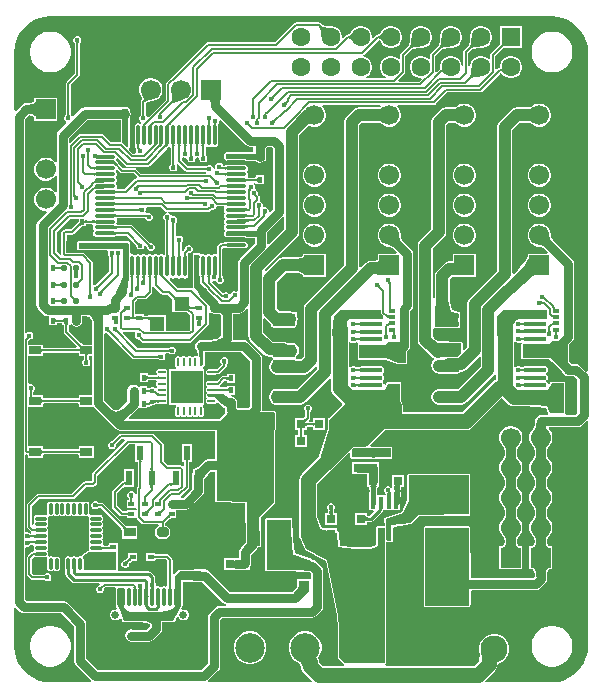
<source format=gtl>
G04*
G04 #@! TF.GenerationSoftware,Altium Limited,Altium Designer,21.5.1 (32)*
G04*
G04 Layer_Physical_Order=1*
G04 Layer_Color=7334*
%FSLAX25Y25*%
%MOIN*%
G70*
G04*
G04 #@! TF.SameCoordinates,F71DC00D-139D-4494-AD50-9C341566DFA8*
G04*
G04*
G04 #@! TF.FilePolarity,Positive*
G04*
G01*
G75*
%ADD12C,0.01000*%
%ADD14C,0.01500*%
%ADD18C,0.00700*%
G04:AMPARAMS|DCode=20|XSize=12mil|YSize=38mil|CornerRadius=3mil|HoleSize=0mil|Usage=FLASHONLY|Rotation=0.000|XOffset=0mil|YOffset=0mil|HoleType=Round|Shape=RoundedRectangle|*
%AMROUNDEDRECTD20*
21,1,0.01200,0.03200,0,0,0.0*
21,1,0.00600,0.03800,0,0,0.0*
1,1,0.00600,0.00300,-0.01600*
1,1,0.00600,-0.00300,-0.01600*
1,1,0.00600,-0.00300,0.01600*
1,1,0.00600,0.00300,0.01600*
%
%ADD20ROUNDEDRECTD20*%
G04:AMPARAMS|DCode=21|XSize=12mil|YSize=38mil|CornerRadius=3mil|HoleSize=0mil|Usage=FLASHONLY|Rotation=270.000|XOffset=0mil|YOffset=0mil|HoleType=Round|Shape=RoundedRectangle|*
%AMROUNDEDRECTD21*
21,1,0.01200,0.03200,0,0,270.0*
21,1,0.00600,0.03800,0,0,270.0*
1,1,0.00600,-0.01600,-0.00300*
1,1,0.00600,-0.01600,0.00300*
1,1,0.00600,0.01600,0.00300*
1,1,0.00600,0.01600,-0.00300*
%
%ADD21ROUNDEDRECTD21*%
%ADD22R,0.11024X0.10630*%
%ADD23R,0.03000X0.03000*%
%ADD24R,0.03500X0.05000*%
%ADD25R,0.03000X0.03000*%
%ADD26R,0.01700X0.03850*%
%ADD27R,0.03543X0.08268*%
%ADD28R,0.12598X0.08268*%
%ADD29R,0.02362X0.05118*%
G04:AMPARAMS|DCode=30|XSize=59.06mil|YSize=11.81mil|CornerRadius=2.95mil|HoleSize=0mil|Usage=FLASHONLY|Rotation=90.000|XOffset=0mil|YOffset=0mil|HoleType=Round|Shape=RoundedRectangle|*
%AMROUNDEDRECTD30*
21,1,0.05906,0.00591,0,0,90.0*
21,1,0.05315,0.01181,0,0,90.0*
1,1,0.00591,0.00295,0.02657*
1,1,0.00591,0.00295,-0.02657*
1,1,0.00591,-0.00295,-0.02657*
1,1,0.00591,-0.00295,0.02657*
%
%ADD30ROUNDEDRECTD30*%
%ADD31R,0.01968X0.01575*%
%ADD32R,0.03937X0.03150*%
G04:AMPARAMS|DCode=33|XSize=39.37mil|YSize=31.5mil|CornerRadius=0mil|HoleSize=0mil|Usage=FLASHONLY|Rotation=0.000|XOffset=0mil|YOffset=0mil|HoleType=Round|Shape=Octagon|*
%AMOCTAGOND33*
4,1,8,0.01968,-0.00787,0.01968,0.00787,0.01181,0.01575,-0.01181,0.01575,-0.01968,0.00787,-0.01968,-0.00787,-0.01181,-0.01575,0.01181,-0.01575,0.01968,-0.00787,0.0*
%
%ADD33OCTAGOND33*%

%ADD34R,0.03500X0.03500*%
%ADD35R,0.09843X0.05906*%
G04:AMPARAMS|DCode=36|XSize=20mil|YSize=20mil|CornerRadius=5mil|HoleSize=0mil|Usage=FLASHONLY|Rotation=90.000|XOffset=0mil|YOffset=0mil|HoleType=Round|Shape=RoundedRectangle|*
%AMROUNDEDRECTD36*
21,1,0.02000,0.01000,0,0,90.0*
21,1,0.01000,0.02000,0,0,90.0*
1,1,0.01000,0.00500,0.00500*
1,1,0.01000,0.00500,-0.00500*
1,1,0.01000,-0.00500,-0.00500*
1,1,0.01000,-0.00500,0.00500*
%
%ADD36ROUNDEDRECTD36*%
%ADD37R,0.01575X0.01968*%
%ADD38O,0.00984X0.02756*%
%ADD39O,0.02756X0.00984*%
%ADD40R,0.10630X0.11024*%
%ADD41R,0.03937X0.02756*%
%ADD42R,0.02362X0.01181*%
%ADD43R,0.02362X0.01575*%
%ADD44R,0.05118X0.04724*%
%ADD45O,0.07480X0.01575*%
%ADD46R,0.07480X0.01575*%
%ADD47O,0.07087X0.01181*%
%ADD48O,0.01181X0.07087*%
%ADD90C,0.00900*%
%ADD91C,0.04000*%
%ADD92C,0.05000*%
%ADD93C,0.03000*%
%ADD94R,0.06693X0.06693*%
%ADD95C,0.06693*%
%ADD96O,0.03937X0.08268*%
%ADD97O,0.03937X0.06299*%
%ADD98C,0.02559*%
%ADD99C,0.09843*%
%ADD100C,0.09055*%
%ADD101R,0.09055X0.09055*%
%ADD102R,0.06693X0.06693*%
%ADD103C,0.06299*%
%ADD104R,0.06299X0.06299*%
%ADD105C,0.02400*%
%ADD106C,0.01600*%
%ADD107C,0.02100*%
G36*
X90352Y206760D02*
X90544Y206646D01*
X90775Y206546D01*
X91044Y206461D01*
X91352Y206389D01*
X91699Y206331D01*
X92507Y206258D01*
X92968Y206242D01*
X93468Y206240D01*
X90351Y203122D01*
X90349Y203622D01*
X90259Y204892D01*
X90202Y205238D01*
X90130Y205546D01*
X90044Y205815D01*
X89944Y206046D01*
X89831Y206239D01*
X89703Y206393D01*
X90198Y206888D01*
X90352Y206760D01*
D02*
G37*
G36*
X110675Y201698D02*
X110567Y201896D01*
X110450Y202073D01*
X110322Y202229D01*
X110185Y202365D01*
X110038Y202480D01*
X109881Y202574D01*
X109715Y202647D01*
X109539Y202699D01*
X109352Y202730D01*
X109156Y202741D01*
Y203441D01*
X109352Y203451D01*
X109539Y203482D01*
X109715Y203535D01*
X109881Y203608D01*
X110038Y203701D01*
X110185Y203816D01*
X110322Y203952D01*
X110450Y204108D01*
X110567Y204285D01*
X110675Y204484D01*
Y201698D01*
D02*
G37*
G36*
X100675D02*
X100567Y201896D01*
X100450Y202073D01*
X100322Y202229D01*
X100185Y202365D01*
X100038Y202480D01*
X99882Y202574D01*
X99715Y202647D01*
X99539Y202699D01*
X99352Y202730D01*
X99156Y202741D01*
Y203441D01*
X99352Y203451D01*
X99539Y203482D01*
X99715Y203535D01*
X99882Y203608D01*
X100038Y203701D01*
X100185Y203816D01*
X100322Y203952D01*
X100450Y204108D01*
X100567Y204285D01*
X100675Y204484D01*
Y201698D01*
D02*
G37*
G36*
X9520Y201476D02*
X9484Y201428D01*
X9453Y201376D01*
X9426Y201320D01*
X9403Y201259D01*
X9384Y201194D01*
X9369Y201125D01*
X9358Y201051D01*
X9352Y200974D01*
X9350Y200891D01*
X8650D01*
X8648Y200974D01*
X8642Y201051D01*
X8631Y201125D01*
X8616Y201194D01*
X8597Y201259D01*
X8574Y201320D01*
X8547Y201376D01*
X8516Y201428D01*
X8480Y201476D01*
X8440Y201519D01*
X9560D01*
X9520Y201476D01*
D02*
G37*
G36*
X151352Y199953D02*
X151298Y199993D01*
X151234Y200012D01*
X151159D01*
X151075Y199993D01*
X150981Y199953D01*
X150877Y199894D01*
X150763Y199814D01*
X150640Y199715D01*
X150362Y199458D01*
X149867Y199953D01*
X150006Y200097D01*
X150224Y200354D01*
X150303Y200468D01*
X150362Y200572D01*
X150402Y200666D01*
X150422Y200750D01*
Y200824D01*
X150402Y200888D01*
X150362Y200943D01*
X151352Y199953D01*
D02*
G37*
G36*
X167220Y210065D02*
Y210065D01*
X167710Y210039D01*
X169096Y209930D01*
X170925Y209491D01*
X172662Y208771D01*
X174266Y207788D01*
X175697Y206567D01*
X176918Y205136D01*
X177901Y203533D01*
X178621Y201795D01*
X179060Y199966D01*
X179203Y198152D01*
X179194Y198091D01*
Y91730D01*
X178694Y91523D01*
X176684Y93533D01*
X176023Y93975D01*
X175243Y94130D01*
X173845D01*
X173041Y94933D01*
Y100748D01*
X173942Y101649D01*
X174384Y102310D01*
X174539Y103091D01*
Y107756D01*
Y111890D01*
Y127591D01*
X174384Y128371D01*
X173942Y129033D01*
X167989Y134985D01*
X167988Y134990D01*
X167758Y135231D01*
X167563Y135458D01*
X167395Y135679D01*
X167253Y135894D01*
X167135Y136103D01*
X167042Y136305D01*
X166972Y136501D01*
X166924Y136689D01*
X166896Y136873D01*
X166887Y137081D01*
X166847Y137168D01*
Y137597D01*
X166584Y138575D01*
X166078Y139452D01*
X165362Y140168D01*
X164485Y140675D01*
X163506Y140937D01*
X162494D01*
X161515Y140675D01*
X160638Y140168D01*
X159922Y139452D01*
X159416Y138575D01*
X159153Y137597D01*
Y136584D01*
X159416Y135606D01*
X159922Y134729D01*
X160638Y134013D01*
X161515Y133506D01*
X162494Y133244D01*
X162923D01*
X163010Y133204D01*
X163218Y133194D01*
X163401Y133167D01*
X163590Y133119D01*
X163785Y133049D01*
X163987Y132955D01*
X164196Y132838D01*
X164411Y132695D01*
X164633Y132527D01*
X164860Y132333D01*
X165101Y132103D01*
X165105Y132101D01*
X165808Y131399D01*
X165616Y130937D01*
X159823D01*
X159811Y130946D01*
X159764Y130940D01*
X159721Y130963D01*
X159633Y130937D01*
X159153Y130937D01*
X159144Y130571D01*
X159150Y130523D01*
X159127Y130481D01*
X159090Y130117D01*
X158984Y129739D01*
X158795Y129293D01*
X158520Y128786D01*
X158158Y128222D01*
X157714Y127613D01*
X155831Y125444D01*
X155497Y125102D01*
X154549Y124154D01*
X154049Y124361D01*
Y172035D01*
X156556Y174542D01*
X158779D01*
X159302Y174520D01*
X159792Y174469D01*
X159969Y174437D01*
X160109Y174403D01*
X160200Y174372D01*
X160236Y174354D01*
X160277Y174321D01*
X160350Y174301D01*
X160638Y174013D01*
X161515Y173506D01*
X162494Y173244D01*
X163506D01*
X164485Y173506D01*
X165362Y174013D01*
X166078Y174729D01*
X166584Y175606D01*
X166847Y176584D01*
Y177597D01*
X166584Y178575D01*
X166078Y179452D01*
X165362Y180168D01*
X164485Y180675D01*
X163506Y180937D01*
X162494D01*
X161515Y180675D01*
X160638Y180168D01*
X160350Y179880D01*
X160277Y179860D01*
X160236Y179828D01*
X160200Y179810D01*
X160109Y179778D01*
X159969Y179744D01*
X159801Y179714D01*
X158730Y179640D01*
X155500D01*
X154525Y179446D01*
X153698Y178893D01*
X149698Y174893D01*
X149145Y174066D01*
X148951Y173091D01*
Y125056D01*
X139698Y115802D01*
X139145Y114976D01*
X138951Y114000D01*
Y99801D01*
X138005Y98854D01*
X137540Y99040D01*
X137491Y101059D01*
X137410Y101242D01*
X137334Y101427D01*
X137326Y101430D01*
X137323Y101438D01*
X137136Y101510D01*
X136952Y101587D01*
X129286Y101624D01*
X129279Y101635D01*
X129038Y101796D01*
X128878Y101955D01*
X128768Y102121D01*
X128709Y102160D01*
X128679Y102224D01*
X128024Y102810D01*
X127549Y103285D01*
Y105700D01*
X128049Y106008D01*
X128168Y105959D01*
X136000D01*
X136383Y106117D01*
X136541Y106500D01*
Y106928D01*
X136599Y107013D01*
X136698Y107516D01*
X136599Y108018D01*
X136541Y108104D01*
Y108787D01*
X136673D01*
Y111362D01*
X136391D01*
X136383Y111383D01*
X136237Y111443D01*
X136106Y111531D01*
X133942Y111963D01*
X133242Y114764D01*
Y122345D01*
X134092Y123195D01*
X136654D01*
X136900Y123244D01*
X141847D01*
Y130937D01*
X134153D01*
Y128293D01*
X133036D01*
X132061Y128099D01*
X131234Y127547D01*
X128890Y125203D01*
X128338Y124376D01*
X128144Y123401D01*
Y116198D01*
X128049Y116115D01*
X127549Y116341D01*
Y132535D01*
X131302Y136288D01*
X131855Y137115D01*
X132049Y138091D01*
Y173692D01*
X132899Y174542D01*
X133779D01*
X134302Y174520D01*
X134792Y174469D01*
X134969Y174437D01*
X135109Y174403D01*
X135200Y174372D01*
X135236Y174354D01*
X135277Y174321D01*
X135350Y174301D01*
X135638Y174013D01*
X136515Y173506D01*
X137494Y173244D01*
X138506D01*
X139485Y173506D01*
X140362Y174013D01*
X141078Y174729D01*
X141584Y175606D01*
X141847Y176584D01*
Y177597D01*
X141584Y178575D01*
X141078Y179452D01*
X140362Y180168D01*
X139485Y180675D01*
X138506Y180937D01*
X137494D01*
X136515Y180675D01*
X135638Y180168D01*
X135350Y179880D01*
X135277Y179860D01*
X135236Y179828D01*
X135200Y179810D01*
X135109Y179778D01*
X134969Y179744D01*
X134801Y179714D01*
X133730Y179640D01*
X131843D01*
X130868Y179446D01*
X130041Y178893D01*
X127698Y176550D01*
X127145Y175723D01*
X126951Y174747D01*
Y139146D01*
X123198Y135393D01*
X122645Y134566D01*
X122451Y133591D01*
Y102229D01*
X122645Y101253D01*
X123198Y100426D01*
X126316Y97308D01*
X126428Y97233D01*
X126513Y97130D01*
X127564Y96278D01*
X127947Y96077D01*
X127973Y95577D01*
X127698Y95393D01*
X127145Y94566D01*
X126951Y93591D01*
X127145Y92615D01*
X127698Y91788D01*
X128524Y91236D01*
X128559Y91229D01*
X128978Y90949D01*
X129480Y90849D01*
X135386D01*
X135888Y90949D01*
X136314Y91233D01*
X136454Y91443D01*
X136747D01*
X137723Y91637D01*
X138550Y92190D01*
X142951Y96591D01*
X143451Y96384D01*
Y93180D01*
X135958Y85687D01*
X135903D01*
X135888Y85697D01*
X135386Y85797D01*
X129480D01*
X128978Y85697D01*
X128635Y85467D01*
X128524Y85446D01*
X127698Y84893D01*
X127145Y84066D01*
X126951Y83091D01*
X127145Y82115D01*
X127698Y81288D01*
X128524Y80736D01*
X129500Y80542D01*
X132433D01*
X132670Y80589D01*
X137014D01*
X137990Y80783D01*
X138816Y81335D01*
X147802Y90321D01*
X147974Y90578D01*
X148474Y90427D01*
Y88842D01*
X147987Y88640D01*
X147360Y88159D01*
X137318Y78117D01*
X117467D01*
Y80000D01*
X117364Y80784D01*
X117062Y81513D01*
X117041Y81540D01*
Y87590D01*
X116883Y87973D01*
X116500Y88132D01*
X112500D01*
X112418Y88098D01*
X112329Y88104D01*
X112234Y88021D01*
X112117Y87973D01*
X112083Y87891D01*
X112016Y87833D01*
X111721Y87243D01*
X111197Y87314D01*
X111165Y87475D01*
X110881Y87901D01*
X110805Y87951D01*
Y88553D01*
X110881Y88603D01*
X111165Y89029D01*
X111265Y89531D01*
X111165Y90034D01*
X110881Y90460D01*
X110805Y90510D01*
Y91112D01*
X110881Y91162D01*
X111165Y91588D01*
X111265Y92091D01*
X111165Y92593D01*
X110881Y93019D01*
X110455Y93303D01*
X109953Y93403D01*
X104047D01*
X103545Y93303D01*
X103437Y93231D01*
X103390Y93220D01*
X103368Y93185D01*
X103355Y93177D01*
X103323Y93163D01*
X103319Y93152D01*
X103119Y93019D01*
X103112Y93008D01*
X102823Y92985D01*
X102639Y92982D01*
X102583Y92957D01*
X102268D01*
X102213Y92982D01*
X102146Y92983D01*
X102099Y92987D01*
X102060Y92993D01*
X102028Y93000D01*
X102004Y93007D01*
X101985Y93014D01*
X101973Y93019D01*
X101965Y93024D01*
X101961Y93027D01*
X101938Y93049D01*
X101847Y93082D01*
X101736Y93193D01*
X101259Y93391D01*
X100741D01*
X100264Y93193D01*
X100026Y92955D01*
X99526Y93136D01*
Y101281D01*
X100026Y101462D01*
X100264Y101225D01*
X100741Y101027D01*
X101259D01*
X101736Y101225D01*
X101847Y101335D01*
X101938Y101369D01*
X101961Y101390D01*
X101965Y101393D01*
X101973Y101398D01*
X101985Y101404D01*
X102004Y101411D01*
X102028Y101418D01*
X102060Y101425D01*
X102082Y101428D01*
X102220Y101431D01*
X102502Y101220D01*
X102607Y100973D01*
X102603Y100940D01*
X102459Y100591D01*
Y96091D01*
X102617Y95708D01*
X103000Y95549D01*
X111900D01*
X115719Y94085D01*
X115820Y94088D01*
X115912Y94049D01*
X118500D01*
X118883Y94208D01*
X119041Y94591D01*
Y98429D01*
X119379Y98767D01*
X119821Y99428D01*
X119976Y100209D01*
Y107756D01*
Y111740D01*
X120442Y112205D01*
X120884Y112867D01*
X121039Y113647D01*
Y130687D01*
X120884Y131467D01*
X120442Y132129D01*
X117878Y134693D01*
X117876Y134697D01*
X117648Y134938D01*
X117457Y135163D01*
X117295Y135383D01*
X117161Y135595D01*
X117053Y135799D01*
X116971Y135996D01*
X116913Y136186D01*
X116878Y136368D01*
X116864Y136546D01*
X116872Y136752D01*
X116847Y136821D01*
Y137597D01*
X116584Y138575D01*
X116078Y139452D01*
X115362Y140168D01*
X114485Y140675D01*
X113506Y140937D01*
X112494D01*
X111515Y140675D01*
X110638Y140168D01*
X109922Y139452D01*
X109416Y138575D01*
X109153Y137597D01*
Y136584D01*
X109416Y135606D01*
X109922Y134729D01*
X110638Y134013D01*
X111515Y133506D01*
X112494Y133244D01*
X112632D01*
X112680Y133217D01*
X112886Y133191D01*
X113070Y133149D01*
X113261Y133088D01*
X113458Y133005D01*
X113662Y132901D01*
X113874Y132773D01*
X114085Y132626D01*
X114548Y132243D01*
X114784Y132016D01*
X114789Y132014D01*
X115404Y131399D01*
X115213Y130937D01*
X109153D01*
Y128913D01*
X109145Y128900D01*
X109137Y128856D01*
X109115Y128837D01*
X109007Y128779D01*
X108819Y128714D01*
X108557Y128652D01*
X108233Y128602D01*
X107367Y128540D01*
X107365Y128540D01*
X106855D01*
X105879Y128346D01*
X105052Y127793D01*
X103549Y126290D01*
X103049Y126497D01*
Y173692D01*
X103899Y174542D01*
X108779D01*
X109302Y174520D01*
X109792Y174469D01*
X109969Y174437D01*
X110109Y174403D01*
X110200Y174372D01*
X110236Y174354D01*
X110277Y174321D01*
X110350Y174301D01*
X110638Y174013D01*
X111515Y173506D01*
X112494Y173244D01*
X113506D01*
X114485Y173506D01*
X115362Y174013D01*
X116078Y174729D01*
X116584Y175606D01*
X116847Y176584D01*
Y177597D01*
X116584Y178575D01*
X116078Y179452D01*
X115610Y179920D01*
X115817Y180420D01*
X127787D01*
X128119Y180486D01*
X128400Y180674D01*
X132350Y184624D01*
X143254D01*
X143585Y184690D01*
X143867Y184878D01*
X149920Y190932D01*
X149979Y190970D01*
X150567Y190872D01*
X150580Y190850D01*
X151259Y190170D01*
X152091Y189690D01*
X153019Y189441D01*
X153981D01*
X154909Y189690D01*
X155741Y190170D01*
X156420Y190850D01*
X156901Y191682D01*
X157150Y192610D01*
Y193571D01*
X156901Y194499D01*
X156420Y195332D01*
X155741Y196011D01*
X154909Y196492D01*
X153981Y196740D01*
X153019D01*
X152091Y196492D01*
X151259Y196011D01*
X150580Y195332D01*
X150099Y194499D01*
X149850Y193571D01*
Y193018D01*
X149779Y192985D01*
X149575Y192945D01*
X149294Y192757D01*
X148828Y192291D01*
X148366Y192482D01*
Y196731D01*
X150676Y199041D01*
X150731Y199061D01*
X150993Y199305D01*
X151087Y199380D01*
X151167Y199436D01*
X151176Y199441D01*
X151282D01*
X151352Y199412D01*
X151393Y199429D01*
X151437Y199418D01*
X151474Y199441D01*
X157150D01*
Y206740D01*
X149850D01*
Y201064D01*
X149828Y201027D01*
X149838Y200984D01*
X149821Y200943D01*
X149850Y200872D01*
Y200766D01*
X149845Y200757D01*
X149794Y200684D01*
X149604Y200460D01*
X149478Y200329D01*
X149456Y200272D01*
X146887Y197703D01*
X146699Y197422D01*
X146633Y197090D01*
Y195826D01*
X146133Y195619D01*
X145741Y196011D01*
X144909Y196492D01*
X143981Y196740D01*
X143019D01*
X142091Y196492D01*
X141259Y196011D01*
X140580Y195332D01*
X140099Y194499D01*
X139850Y193571D01*
X139367Y193610D01*
Y197732D01*
X140498Y198863D01*
X140543Y198877D01*
X140664Y198977D01*
X140790Y199052D01*
X140965Y199127D01*
X141188Y199198D01*
X141458Y199261D01*
X141762Y199312D01*
X142988Y199398D01*
X143471Y199400D01*
X143569Y199441D01*
X143981D01*
X144909Y199690D01*
X145741Y200170D01*
X146420Y200850D01*
X146901Y201682D01*
X147150Y202610D01*
Y203571D01*
X146901Y204499D01*
X146420Y205331D01*
X145741Y206011D01*
X144909Y206491D01*
X143981Y206740D01*
X143019D01*
X142091Y206491D01*
X141259Y206011D01*
X140580Y205331D01*
X140099Y204499D01*
X139850Y203571D01*
Y203159D01*
X139809Y203061D01*
X139808Y202569D01*
X139793Y202131D01*
X139722Y201358D01*
X139671Y201049D01*
X139608Y200779D01*
X139537Y200556D01*
X139461Y200381D01*
X139387Y200255D01*
X139286Y200134D01*
X139272Y200089D01*
X137887Y198703D01*
X137699Y198422D01*
X137633Y198091D01*
Y193610D01*
X137150Y193571D01*
X136901Y194499D01*
X136420Y195332D01*
X135741Y196011D01*
X134909Y196492D01*
X133981Y196740D01*
X133019D01*
X132091Y196492D01*
X131259Y196011D01*
X130580Y195332D01*
X130099Y194499D01*
X129850Y193571D01*
Y192610D01*
X129912Y192378D01*
X129769Y192282D01*
X128851Y191364D01*
X128760Y191377D01*
X128366Y191587D01*
Y196731D01*
X130498Y198863D01*
X130543Y198877D01*
X130664Y198977D01*
X130790Y199052D01*
X130965Y199127D01*
X131188Y199198D01*
X131458Y199261D01*
X131762Y199312D01*
X132988Y199398D01*
X133470Y199400D01*
X133569Y199441D01*
X133981D01*
X134909Y199690D01*
X135741Y200170D01*
X136420Y200850D01*
X136901Y201682D01*
X137150Y202610D01*
Y203571D01*
X136901Y204499D01*
X136420Y205331D01*
X135741Y206011D01*
X134909Y206491D01*
X133981Y206740D01*
X133019D01*
X132091Y206491D01*
X131259Y206011D01*
X130580Y205331D01*
X130099Y204499D01*
X129850Y203571D01*
Y203159D01*
X129809Y203061D01*
X129808Y202569D01*
X129793Y202131D01*
X129722Y201358D01*
X129671Y201049D01*
X129608Y200779D01*
X129537Y200556D01*
X129461Y200381D01*
X129387Y200255D01*
X129286Y200134D01*
X129272Y200089D01*
X126887Y197703D01*
X126699Y197422D01*
X126633Y197090D01*
Y195826D01*
X126133Y195619D01*
X125741Y196011D01*
X124909Y196492D01*
X123980Y196740D01*
X123020D01*
X122091Y196492D01*
X121259Y196011D01*
X120580Y195332D01*
X120099Y194499D01*
X119850Y193571D01*
Y192610D01*
X120099Y191682D01*
X120580Y190850D01*
X121259Y190170D01*
X122091Y189690D01*
X123020Y189441D01*
X123574D01*
X123781Y188941D01*
X122994Y188154D01*
X116098D01*
X115907Y188616D01*
X118112Y190821D01*
X118300Y191102D01*
X118366Y191434D01*
Y196731D01*
X120498Y198863D01*
X120544Y198877D01*
X120664Y198977D01*
X120790Y199052D01*
X120965Y199127D01*
X121188Y199198D01*
X121458Y199261D01*
X121762Y199312D01*
X122988Y199398D01*
X123470Y199400D01*
X123569Y199441D01*
X123980D01*
X124909Y199690D01*
X125741Y200170D01*
X126420Y200850D01*
X126901Y201682D01*
X127150Y202610D01*
Y203571D01*
X126901Y204499D01*
X126420Y205331D01*
X125741Y206011D01*
X124909Y206491D01*
X123980Y206740D01*
X123020D01*
X122091Y206491D01*
X121259Y206011D01*
X120580Y205331D01*
X120099Y204499D01*
X119850Y203571D01*
Y203159D01*
X119809Y203061D01*
X119808Y202569D01*
X119793Y202131D01*
X119722Y201358D01*
X119671Y201049D01*
X119608Y200779D01*
X119537Y200556D01*
X119461Y200381D01*
X119387Y200255D01*
X119286Y200134D01*
X119272Y200089D01*
X116887Y197703D01*
X116699Y197422D01*
X116633Y197090D01*
Y195826D01*
X116133Y195619D01*
X115741Y196011D01*
X114909Y196492D01*
X113980Y196740D01*
X113020D01*
X112091Y196492D01*
X111259Y196011D01*
X110580Y195332D01*
X110099Y194499D01*
X109850Y193571D01*
Y192610D01*
X110099Y191682D01*
X110580Y190850D01*
X111259Y190170D01*
X111807Y189854D01*
X111673Y189354D01*
X105327D01*
X105193Y189854D01*
X105741Y190170D01*
X106420Y190850D01*
X106901Y191682D01*
X107150Y192610D01*
Y193571D01*
X106901Y194499D01*
X106420Y195332D01*
X105741Y196011D01*
X104909Y196492D01*
X104420Y196623D01*
X104373Y196788D01*
X104379Y197151D01*
X104569Y197278D01*
X109452Y202160D01*
X109529Y202137D01*
X109633Y202092D01*
X109732Y202033D01*
X109827Y201958D01*
X109921Y201865D01*
X110013Y201752D01*
X110103Y201617D01*
X110200Y201439D01*
X110262Y201389D01*
X110292Y201315D01*
X110317Y201305D01*
X110580Y200850D01*
X111259Y200170D01*
X112091Y199690D01*
X113020Y199441D01*
X113980D01*
X114909Y199690D01*
X115741Y200170D01*
X116420Y200850D01*
X116901Y201682D01*
X117150Y202610D01*
Y203571D01*
X116901Y204499D01*
X116420Y205331D01*
X115741Y206011D01*
X114909Y206491D01*
X113980Y206740D01*
X113020D01*
X112091Y206491D01*
X111259Y206011D01*
X110580Y205331D01*
X110317Y204876D01*
X110292Y204866D01*
X110262Y204792D01*
X110200Y204742D01*
X110103Y204565D01*
X110013Y204429D01*
X109921Y204316D01*
X109827Y204223D01*
X109732Y204149D01*
X109633Y204089D01*
X109529Y204044D01*
X109417Y204011D01*
X109293Y203990D01*
X109128Y203981D01*
X109022Y203930D01*
X108825Y203891D01*
X108544Y203703D01*
X107650Y202810D01*
X107150Y203017D01*
Y203571D01*
X106901Y204499D01*
X106420Y205331D01*
X105741Y206011D01*
X104909Y206491D01*
X103981Y206740D01*
X103019D01*
X102091Y206491D01*
X101259Y206011D01*
X100580Y205331D01*
X100317Y204876D01*
X100293Y204866D01*
X100262Y204792D01*
X100200Y204742D01*
X100103Y204565D01*
X100013Y204429D01*
X99921Y204316D01*
X99827Y204223D01*
X99732Y204149D01*
X99633Y204089D01*
X99529Y204044D01*
X99417Y204011D01*
X99293Y203990D01*
X99128Y203981D01*
X99022Y203930D01*
X98825Y203891D01*
X98544Y203703D01*
X97650Y202810D01*
X97150Y203017D01*
Y203571D01*
X96901Y204499D01*
X96420Y205331D01*
X95741Y206011D01*
X94909Y206491D01*
X93980Y206740D01*
X93569D01*
X93470Y206781D01*
X92978Y206783D01*
X92541Y206798D01*
X91768Y206868D01*
X91458Y206920D01*
X91188Y206983D01*
X90965Y207054D01*
X90790Y207130D01*
X90664Y207204D01*
X90544Y207304D01*
X90498Y207318D01*
X90113Y207703D01*
X89832Y207891D01*
X89500Y207957D01*
X81843D01*
X81512Y207891D01*
X81231Y207703D01*
X74894Y201367D01*
X52475D01*
X52143Y201301D01*
X51862Y201113D01*
X41149Y190400D01*
X38691Y187942D01*
X38503Y187660D01*
X38437Y187329D01*
Y182163D01*
X32751Y176477D01*
X32161Y176594D01*
X32102Y176736D01*
X31991Y176847D01*
X31958Y176938D01*
X31937Y176961D01*
X31934Y176965D01*
X31929Y176973D01*
X31923Y176985D01*
X31916Y177004D01*
X31909Y177028D01*
X31902Y177060D01*
X31896Y177099D01*
X31893Y177146D01*
X31891Y177213D01*
X31867Y177268D01*
Y181096D01*
X31916Y181133D01*
X32087Y181239D01*
X32277Y181337D01*
X32489Y181426D01*
X32721Y181506D01*
X32968Y181574D01*
X33553Y181684D01*
X33875Y181721D01*
X33916Y181744D01*
X34006D01*
X34985Y182006D01*
X35862Y182513D01*
X36578Y183229D01*
X37084Y184106D01*
X37346Y185084D01*
Y186097D01*
X37084Y187075D01*
X36578Y187952D01*
X35862Y188669D01*
X34985Y189175D01*
X34006Y189437D01*
X32994D01*
X32015Y189175D01*
X31138Y188669D01*
X30422Y187952D01*
X29916Y187075D01*
X29654Y186097D01*
Y185084D01*
X29916Y184106D01*
X30191Y183629D01*
X30188Y183580D01*
X30227Y183537D01*
X30236Y183480D01*
X30369Y183258D01*
X30462Y183071D01*
X30524Y182904D01*
X30560Y182758D01*
X30573Y182634D01*
X30567Y182528D01*
X30546Y182435D01*
X30509Y182346D01*
X30451Y182255D01*
X30344Y182131D01*
X30308Y182022D01*
X30199Y181860D01*
X30133Y181529D01*
Y177268D01*
X30109Y177213D01*
X30107Y177146D01*
X30103Y177099D01*
X30098Y177060D01*
X30091Y177028D01*
X30084Y177004D01*
X30077Y176985D01*
X30071Y176973D01*
X30066Y176965D01*
X30063Y176961D01*
X30042Y176938D01*
X30009Y176847D01*
X29898Y176736D01*
X29700Y176259D01*
Y175741D01*
X29898Y175264D01*
X30264Y174898D01*
X30314Y174375D01*
X30282Y174321D01*
X29724Y174246D01*
X29599Y174330D01*
X29173Y174415D01*
X28748Y174330D01*
X28387Y174089D01*
X28146Y173729D01*
X28061Y173303D01*
Y167398D01*
X28100Y167203D01*
X28087Y167172D01*
X28124Y167083D01*
X28146Y166972D01*
X28158Y166955D01*
X28169Y166885D01*
X28215Y166812D01*
X28248Y166752D01*
X28277Y166689D01*
X28302Y166625D01*
X28323Y166558D01*
X28341Y166488D01*
X28355Y166415D01*
X28365Y166339D01*
X28372Y166258D01*
X28374Y166160D01*
X28394Y166115D01*
X28385Y166066D01*
X28399Y166045D01*
Y165978D01*
X28399Y165978D01*
X28399Y165978D01*
X28420Y165868D01*
X28464Y165647D01*
X28465Y165647D01*
X28465Y165646D01*
X28554Y165513D01*
X28574Y165421D01*
X28611Y165398D01*
X28626Y165357D01*
X28671Y165310D01*
X28698Y165279D01*
X28705Y165270D01*
X28700Y165259D01*
Y164741D01*
X28710Y164717D01*
X28376Y164217D01*
X27606D01*
X26222Y165600D01*
X26339Y166190D01*
X26383Y166208D01*
X26541Y166591D01*
Y176704D01*
X26613Y176810D01*
X26768Y177591D01*
X26613Y178371D01*
X26541Y178478D01*
Y179091D01*
X26383Y179473D01*
X26000Y179632D01*
X24000D01*
X23996Y179630D01*
X11460D01*
X11460Y179630D01*
X10680Y179475D01*
X10018Y179033D01*
X10018Y179033D01*
X7693Y176707D01*
X7103Y176825D01*
X7102Y176827D01*
X6991Y176938D01*
X6958Y177029D01*
X6937Y177052D01*
X6933Y177056D01*
X6929Y177064D01*
X6923Y177076D01*
X6916Y177094D01*
X6909Y177119D01*
X6902Y177151D01*
X6897Y177190D01*
X6893Y177236D01*
X6891Y177304D01*
X6867Y177359D01*
Y187232D01*
X9613Y189978D01*
X9801Y190259D01*
X9867Y190591D01*
Y200823D01*
X9891Y200877D01*
X9893Y200945D01*
X9896Y200991D01*
X9902Y201031D01*
X9909Y201062D01*
X9916Y201087D01*
X9923Y201105D01*
X9929Y201117D01*
X9933Y201125D01*
X9937Y201130D01*
X9958Y201153D01*
X9991Y201244D01*
X10102Y201354D01*
X10300Y201832D01*
Y202349D01*
X10102Y202827D01*
X9736Y203193D01*
X9259Y203391D01*
X8741D01*
X8264Y203193D01*
X7898Y202827D01*
X7700Y202349D01*
Y201832D01*
X7898Y201354D01*
X8009Y201244D01*
X8042Y201153D01*
X8063Y201130D01*
X8066Y201125D01*
X8071Y201117D01*
X8077Y201105D01*
X8084Y201087D01*
X8091Y201062D01*
X8098Y201031D01*
X8104Y200991D01*
X8107Y200945D01*
X8109Y200877D01*
X8133Y200823D01*
Y190950D01*
X5387Y188203D01*
X5199Y187922D01*
X5133Y187591D01*
Y177359D01*
X5109Y177304D01*
X5107Y177236D01*
X5103Y177190D01*
X5098Y177150D01*
X5091Y177119D01*
X5084Y177094D01*
X5077Y177076D01*
X5071Y177064D01*
X5066Y177056D01*
X5063Y177052D01*
X5042Y177029D01*
X5009Y176938D01*
X4898Y176827D01*
X4700Y176349D01*
Y175832D01*
X4898Y175354D01*
X5264Y174988D01*
X5266Y174988D01*
X5383Y174398D01*
X2687Y171701D01*
X2245Y171040D01*
X2089Y170259D01*
Y161566D01*
X1589Y161433D01*
X1578Y161452D01*
X862Y162169D01*
X-15Y162675D01*
X-994Y162937D01*
X-2006D01*
X-2985Y162675D01*
X-3862Y162169D01*
X-4578Y161452D01*
X-5084Y160575D01*
X-5347Y159597D01*
Y158584D01*
X-5084Y157606D01*
X-4578Y156729D01*
X-3862Y156013D01*
X-2985Y155506D01*
X-2006Y155244D01*
X-994D01*
X-15Y155506D01*
X862Y156013D01*
X1578Y156729D01*
X1589Y156749D01*
X2089Y156615D01*
Y151567D01*
X1589Y151433D01*
X1578Y151452D01*
X862Y152169D01*
X-15Y152675D01*
X-994Y152937D01*
X-2006D01*
X-2985Y152675D01*
X-3862Y152169D01*
X-4578Y151452D01*
X-5084Y150575D01*
X-5347Y149597D01*
Y148584D01*
X-5084Y147606D01*
X-4578Y146729D01*
X-3862Y146013D01*
X-2985Y145506D01*
X-2006Y145244D01*
X-1376D01*
X-1169Y144744D01*
X-4033Y141881D01*
X-4475Y141219D01*
X-4630Y140439D01*
Y126091D01*
Y120591D01*
Y115091D01*
Y113837D01*
X-4630Y113837D01*
X-4630Y113837D01*
X-4558Y113479D01*
X-4475Y113057D01*
X-4474Y113057D01*
X-4474Y113057D01*
X-4267Y112746D01*
X-4033Y112395D01*
X-4033Y112395D01*
X-4032Y112395D01*
X-2286Y110649D01*
X-1957Y110429D01*
X-1624Y110207D01*
X-1624Y110207D01*
X-1624Y110207D01*
X-1251Y110132D01*
X-844Y110051D01*
X-516D01*
Y107106D01*
X2059D01*
Y107689D01*
X2142Y107696D01*
X2261Y107699D01*
X2316Y107724D01*
X3783D01*
X3837Y107699D01*
X3956Y107696D01*
X4039Y107689D01*
Y107106D01*
X4425D01*
X4425Y107102D01*
X4433Y107020D01*
X4436Y106904D01*
X4460Y106849D01*
Y104780D01*
X4526Y104448D01*
X4714Y104167D01*
X8782Y100099D01*
X8575Y99599D01*
X-2239D01*
X-2294Y99623D01*
X-2410Y99626D01*
X-2492Y99634D01*
X-2496Y99634D01*
Y100610D01*
X-7283D01*
Y101838D01*
X-7080Y102041D01*
X-7023Y102064D01*
X-6971Y102114D01*
X-6933Y102148D01*
X-6848Y102215D01*
X-6820Y102233D01*
X-6792Y102250D01*
X-6768Y102262D01*
X-6749Y102270D01*
X-6734Y102275D01*
X-6702Y102283D01*
X-6631Y102336D01*
X-6264Y102489D01*
X-5898Y102854D01*
X-5700Y103332D01*
Y103849D01*
X-5898Y104327D01*
X-6264Y104693D01*
X-6741Y104891D01*
X-7259D01*
X-7736Y104693D01*
X-7961Y104468D01*
X-8461Y104668D01*
Y175746D01*
X-7181Y177025D01*
X-6818Y176993D01*
X-6413Y176926D01*
X-6080Y176837D01*
X-5820Y176731D01*
X-5632Y176617D01*
X-5508Y176502D01*
X-5430Y176386D01*
X-5384Y176255D01*
X-5361Y176034D01*
X-5347Y176008D01*
Y175244D01*
X2347D01*
Y182937D01*
X-5347D01*
Y182174D01*
X-5361Y182148D01*
X-5384Y181926D01*
X-5430Y181795D01*
X-5508Y181680D01*
X-5632Y181565D01*
X-5820Y181450D01*
X-6080Y181345D01*
X-6413Y181255D01*
X-6818Y181188D01*
X-7293Y181146D01*
X-7849Y181132D01*
X-7853Y181130D01*
X-8000D01*
X-8780Y180975D01*
X-9442Y180533D01*
X-11474Y178500D01*
X-11974Y178707D01*
Y198091D01*
X-11982Y198152D01*
X-11839Y199966D01*
X-11400Y201795D01*
X-10680Y203533D01*
X-9698Y205136D01*
X-8476Y206567D01*
X-7046Y207788D01*
X-5442Y208771D01*
X-3704Y209491D01*
X-1875Y209930D01*
X-489Y210039D01*
X0Y210065D01*
X491Y210065D01*
X166721D01*
X167220Y210065D01*
D02*
G37*
G36*
X143468Y199941D02*
X142968Y199939D01*
X141699Y199850D01*
X141352Y199792D01*
X141044Y199721D01*
X140775Y199635D01*
X140544Y199535D01*
X140352Y199421D01*
X140198Y199293D01*
X139703Y199788D01*
X139831Y199943D01*
X139944Y200135D01*
X140044Y200366D01*
X140130Y200635D01*
X140202Y200943D01*
X140259Y201289D01*
X140333Y202097D01*
X140349Y202559D01*
X140350Y203059D01*
X143468Y199941D01*
D02*
G37*
G36*
X133468D02*
X132968Y199939D01*
X131699Y199850D01*
X131352Y199792D01*
X131044Y199721D01*
X130775Y199635D01*
X130544Y199535D01*
X130352Y199421D01*
X130198Y199293D01*
X129703Y199788D01*
X129831Y199943D01*
X129944Y200135D01*
X130044Y200366D01*
X130130Y200635D01*
X130202Y200943D01*
X130259Y201289D01*
X130333Y202097D01*
X130349Y202559D01*
X130350Y203059D01*
X133468Y199941D01*
D02*
G37*
G36*
X123468D02*
X122968Y199939D01*
X121699Y199850D01*
X121352Y199792D01*
X121045Y199721D01*
X120775Y199635D01*
X120544Y199535D01*
X120352Y199421D01*
X120198Y199293D01*
X119703Y199788D01*
X119831Y199943D01*
X119944Y200135D01*
X120044Y200366D01*
X120130Y200635D01*
X120202Y200943D01*
X120259Y201289D01*
X120333Y202097D01*
X120349Y202559D01*
X120351Y203059D01*
X123468Y199941D01*
D02*
G37*
G36*
X150775Y191512D02*
X150736Y191566D01*
X150688Y191614D01*
X150628Y191656D01*
X150557Y191693D01*
X150476Y191724D01*
X150384Y191749D01*
X150281Y191769D01*
X150167Y191783D01*
X150043Y191792D01*
X149907Y191794D01*
Y192494D01*
X149999Y192498D01*
X150080Y192508D01*
X150151Y192524D01*
X150212Y192547D01*
X150262Y192576D01*
X150303Y192612D01*
X150333Y192655D01*
X150353Y192704D01*
X150362Y192760D01*
X150362Y192822D01*
X150775Y191512D01*
D02*
G37*
G36*
X143468Y189941D02*
X142968Y189939D01*
X141699Y189850D01*
X141352Y189792D01*
X141044Y189720D01*
X140775Y189635D01*
X140544Y189535D01*
X140352Y189421D01*
X140198Y189294D01*
X139703Y189788D01*
X139831Y189943D01*
X139944Y190135D01*
X140044Y190366D01*
X140130Y190635D01*
X140202Y190943D01*
X140259Y191289D01*
X140333Y192097D01*
X140349Y192559D01*
X140350Y193059D01*
X143468Y189941D01*
D02*
G37*
G36*
X74596Y182891D02*
X74539Y182832D01*
X74488Y182772D01*
X74444Y182712D01*
X74405Y182653D01*
X74372Y182594D01*
X74346Y182535D01*
X74325Y182475D01*
X74311Y182416D01*
X74302Y182357D01*
X74300Y182299D01*
X73508Y183091D01*
X73567Y183093D01*
X73626Y183101D01*
X73685Y183116D01*
X73744Y183136D01*
X73803Y183163D01*
X73862Y183196D01*
X73922Y183234D01*
X73981Y183279D01*
X74041Y183329D01*
X74101Y183386D01*
X74596Y182891D01*
D02*
G37*
G36*
X33813Y182259D02*
X33472Y182219D01*
X32846Y182102D01*
X32561Y182024D01*
X32295Y181932D01*
X32048Y181828D01*
X31820Y181711D01*
X31610Y181580D01*
X31420Y181437D01*
X31247Y181281D01*
X30753Y181776D01*
X30887Y181931D01*
X30991Y182096D01*
X31064Y182270D01*
X31105Y182454D01*
X31115Y182648D01*
X31094Y182851D01*
X31042Y183063D01*
X30959Y183286D01*
X30845Y183518D01*
X30699Y183759D01*
X33813Y182259D01*
D02*
G37*
G36*
X44378Y182361D02*
X43767Y182192D01*
X41053Y181268D01*
X40889Y181173D01*
X40780Y181088D01*
X40144Y181442D01*
X40296Y181625D01*
X40418Y181839D01*
X40510Y182083D01*
X40570Y182358D01*
X40600Y182663D01*
X40599Y182999D01*
X40568Y183366D01*
X40505Y183763D01*
X40413Y184190D01*
X40289Y184648D01*
X44378Y182361D01*
D02*
G37*
G36*
X79070Y181165D02*
X79013Y181105D01*
X78963Y181046D01*
X78920Y180986D01*
X78882Y180927D01*
X78852Y180867D01*
X78828Y180808D01*
X78810Y180749D01*
X78799Y180690D01*
X78795Y180631D01*
X78797Y180572D01*
X77944Y181298D01*
X78002Y181305D01*
X78060Y181317D01*
X78118Y181335D01*
X78177Y181359D01*
X78235Y181388D01*
X78294Y181422D01*
X78353Y181462D01*
X78412Y181508D01*
X78471Y181559D01*
X78531Y181616D01*
X79070Y181165D01*
D02*
G37*
G36*
X56776Y182234D02*
X56724Y182168D01*
X56678Y182059D01*
X56639Y181905D01*
X56605Y181708D01*
X56577Y181466D01*
X56541Y180852D01*
X56528Y180062D01*
X53528D01*
X53522Y180479D01*
X53466Y181181D01*
X53417Y181466D01*
X53355Y181708D01*
X53279Y181905D01*
X53188Y182059D01*
X53084Y182168D01*
X52966Y182234D01*
X52834Y182256D01*
X56835D01*
X56776Y182234D01*
D02*
G37*
G36*
X67852Y177617D02*
X67858Y177539D01*
X67869Y177465D01*
X67884Y177396D01*
X67902Y177331D01*
X67926Y177271D01*
X67953Y177214D01*
X67984Y177162D01*
X68020Y177115D01*
X68060Y177071D01*
X66940D01*
X66980Y177115D01*
X67016Y177162D01*
X67047Y177214D01*
X67074Y177271D01*
X67098Y177331D01*
X67116Y177396D01*
X67131Y177465D01*
X67142Y177539D01*
X67148Y177617D01*
X67150Y177699D01*
X67850D01*
X67852Y177617D01*
D02*
G37*
G36*
X36997Y177021D02*
X36313Y177172D01*
X36315Y177175D01*
X36316Y177184D01*
X36318Y177200D01*
X36321Y177282D01*
X36322Y177475D01*
X37022D01*
X36997Y177021D01*
D02*
G37*
G36*
X6352Y177208D02*
X6358Y177130D01*
X6369Y177056D01*
X6384Y176987D01*
X6402Y176922D01*
X6426Y176861D01*
X6453Y176805D01*
X6484Y176753D01*
X6520Y176705D01*
X6560Y176662D01*
X5440D01*
X5480Y176705D01*
X5516Y176753D01*
X5547Y176805D01*
X5574Y176861D01*
X5598Y176922D01*
X5616Y176987D01*
X5631Y177056D01*
X5642Y177130D01*
X5648Y177208D01*
X5650Y177290D01*
X6350D01*
X6352Y177208D01*
D02*
G37*
G36*
X31352Y177117D02*
X31358Y177039D01*
X31369Y176965D01*
X31384Y176896D01*
X31403Y176831D01*
X31426Y176771D01*
X31453Y176714D01*
X31484Y176662D01*
X31520Y176615D01*
X31560Y176571D01*
X30440D01*
X30480Y176615D01*
X30516Y176662D01*
X30547Y176714D01*
X30574Y176771D01*
X30597Y176831D01*
X30616Y176896D01*
X30631Y176965D01*
X30642Y177039D01*
X30648Y177117D01*
X30650Y177199D01*
X31350D01*
X31352Y177117D01*
D02*
G37*
G36*
X-4822Y176091D02*
X-4853Y176376D01*
X-4943Y176631D01*
X-5094Y176856D01*
X-5304Y177051D01*
X-5576Y177216D01*
X-5907Y177351D01*
X-6298Y177456D01*
X-6750Y177531D01*
X-7262Y177576D01*
X-7834Y177591D01*
Y180591D01*
X-7262Y180606D01*
X-6750Y180651D01*
X-6298Y180726D01*
X-5907Y180831D01*
X-5576Y180966D01*
X-5304Y181131D01*
X-5094Y181326D01*
X-4943Y181551D01*
X-4853Y181806D01*
X-4822Y182091D01*
Y176091D01*
D02*
G37*
G36*
X69372Y175586D02*
X69373Y175496D01*
X69392Y175212D01*
X69401Y175160D01*
X69412Y175115D01*
X69424Y175078D01*
X69437Y175048D01*
X69453Y175026D01*
X68524Y175231D01*
X68552Y175247D01*
X68577Y175270D01*
X68600Y175300D01*
X68619Y175336D01*
X68635Y175378D01*
X68648Y175427D01*
X68659Y175483D01*
X68666Y175545D01*
X68671Y175614D01*
X68672Y175689D01*
X69372Y175586D01*
D02*
G37*
G36*
X53474Y175446D02*
X53429Y175409D01*
X53389Y175366D01*
X53353Y175319D01*
X53322Y175267D01*
X53296Y175209D01*
X53275Y175147D01*
X53259Y175079D01*
X53247Y175007D01*
X53240Y174929D01*
X53237Y174847D01*
X52537Y174958D01*
X52535Y175040D01*
X52522Y175193D01*
X52510Y175264D01*
X52494Y175330D01*
X52475Y175393D01*
X52453Y175452D01*
X52427Y175506D01*
X52398Y175557D01*
X52365Y175604D01*
X53474Y175446D01*
D02*
G37*
G36*
X160610Y174748D02*
X160527Y174813D01*
X160411Y174871D01*
X160262Y174923D01*
X160081Y174967D01*
X159867Y175005D01*
X159342Y175060D01*
X158686Y175087D01*
X158309Y175091D01*
Y179091D01*
X158686Y179094D01*
X159867Y179176D01*
X160081Y179214D01*
X160262Y179258D01*
X160411Y179310D01*
X160527Y179368D01*
X160610Y179433D01*
Y174748D01*
D02*
G37*
G36*
X135610D02*
X135527Y174813D01*
X135411Y174871D01*
X135262Y174923D01*
X135081Y174967D01*
X134867Y175005D01*
X134342Y175060D01*
X133686Y175087D01*
X133309Y175091D01*
Y179091D01*
X133686Y179094D01*
X134867Y179176D01*
X135081Y179214D01*
X135262Y179258D01*
X135411Y179310D01*
X135527Y179368D01*
X135610Y179433D01*
Y174748D01*
D02*
G37*
G36*
X110610D02*
X110527Y174813D01*
X110411Y174871D01*
X110262Y174923D01*
X110081Y174967D01*
X109867Y175005D01*
X109342Y175060D01*
X108686Y175087D01*
X108309Y175091D01*
Y179091D01*
X108686Y179094D01*
X109867Y179176D01*
X110081Y179214D01*
X110262Y179258D01*
X110411Y179310D01*
X110527Y179368D01*
X110610Y179433D01*
Y174748D01*
D02*
G37*
G36*
X75096Y175101D02*
X75039Y175041D01*
X74988Y174981D01*
X74944Y174922D01*
X74905Y174863D01*
X74872Y174803D01*
X74846Y174744D01*
X74825Y174685D01*
X74811Y174626D01*
X74802Y174567D01*
X74800Y174508D01*
X74008Y175300D01*
X74067Y175302D01*
X74126Y175311D01*
X74185Y175325D01*
X74244Y175346D01*
X74303Y175372D01*
X74362Y175405D01*
X74422Y175444D01*
X74481Y175488D01*
X74541Y175539D01*
X74601Y175596D01*
X75096Y175101D01*
D02*
G37*
G36*
X86577Y174062D02*
X86467Y174093D01*
X86339Y174092D01*
X86193Y174059D01*
X86030Y173993D01*
X85849Y173894D01*
X85651Y173763D01*
X85435Y173600D01*
X84951Y173175D01*
X84683Y172914D01*
X82030Y175918D01*
X84930Y178423D01*
X86577Y174062D01*
D02*
G37*
G36*
X55448Y174428D02*
X55402Y174392D01*
X55361Y174352D01*
X55324Y174306D01*
X55293Y174255D01*
X55266Y174198D01*
X55244Y174137D01*
X55228Y174070D01*
X55222Y174036D01*
X55243Y173740D01*
X55256Y173670D01*
X55272Y173612D01*
X55289Y173565D01*
X55309Y173529D01*
X54219D01*
X54273Y173616D01*
X54322Y173706D01*
X54365Y173799D01*
X54403Y173895D01*
X54434Y173993D01*
X54460Y174094D01*
X54480Y174198D01*
X54487Y174248D01*
X54480Y174288D01*
X54466Y174354D01*
X54448Y174417D01*
X54428Y174476D01*
X54404Y174531D01*
X54377Y174582D01*
X54346Y174630D01*
X55448Y174428D01*
D02*
G37*
G36*
X53237Y174383D02*
X53238Y174249D01*
X53274Y173740D01*
X53288Y173670D01*
X53303Y173612D01*
X53321Y173565D01*
X53340Y173529D01*
X52250D01*
X52305Y173616D01*
X52354Y173706D01*
X52397Y173799D01*
X52434Y173895D01*
X52465Y173993D01*
X52491Y174094D01*
X52511Y174198D01*
X52526Y174305D01*
X52534Y174414D01*
X52537Y174527D01*
X53237Y174383D01*
D02*
G37*
G36*
X66302Y174433D02*
X66311Y174374D01*
X66325Y174315D01*
X66346Y174256D01*
X66372Y174197D01*
X66405Y174137D01*
X66444Y174078D01*
X66488Y174019D01*
X66539Y173959D01*
X66596Y173899D01*
X66101Y173404D01*
X66041Y173461D01*
X65981Y173512D01*
X65922Y173556D01*
X65863Y173595D01*
X65803Y173628D01*
X65744Y173654D01*
X65685Y173675D01*
X65626Y173689D01*
X65567Y173698D01*
X65508Y173700D01*
X66300Y174492D01*
X66302Y174433D01*
D02*
G37*
G36*
X109838Y180397D02*
X110079Y179920D01*
X109986Y179771D01*
X109925Y179736D01*
X109801Y179714D01*
X108730Y179640D01*
X102843D01*
X101868Y179446D01*
X101041Y178893D01*
X98698Y176550D01*
X98145Y175723D01*
X97951Y174747D01*
Y127056D01*
X85198Y114302D01*
X84645Y113476D01*
X84451Y112500D01*
Y96490D01*
X83601Y95640D01*
X82146D01*
X81966Y95825D01*
X81747Y96280D01*
X82020Y96689D01*
X82169Y96788D01*
X82721Y97615D01*
X82915Y98591D01*
X82721Y99566D01*
X82169Y100393D01*
X81773Y100657D01*
X81747Y100696D01*
X81321Y100980D01*
X80819Y101080D01*
X80664D01*
X80366Y101140D01*
X78774D01*
X78393Y101394D01*
X77417Y101588D01*
X74107D01*
X71049Y104646D01*
Y109073D01*
X71549Y109280D01*
X73541Y107288D01*
X73646Y107218D01*
X73701Y106943D01*
X73985Y106517D01*
X74411Y106232D01*
X74914Y106132D01*
X80819D01*
X81321Y106232D01*
X81747Y106517D01*
X82032Y106943D01*
X82132Y107445D01*
X82080Y107704D01*
X82355Y108115D01*
X82549Y109091D01*
X82355Y110066D01*
X82106Y110438D01*
Y111291D01*
X81206D01*
X80976Y111446D01*
X80000Y111640D01*
X76399D01*
X75549Y112490D01*
Y121535D01*
X78556Y124542D01*
X80865D01*
X82066Y124497D01*
X82628Y124435D01*
X83106Y124349D01*
X83491Y124243D01*
X83779Y124126D01*
X83967Y124010D01*
X84065Y123912D01*
X84105Y123836D01*
X84131Y123672D01*
X84153Y123635D01*
Y123244D01*
X84595D01*
X84666Y123215D01*
X84707Y123232D01*
X84750Y123222D01*
X84787Y123244D01*
X91847D01*
Y130937D01*
X84787D01*
X84750Y130960D01*
X84707Y130949D01*
X84666Y130966D01*
X84595Y130937D01*
X84153D01*
Y130546D01*
X84131Y130509D01*
X84105Y130345D01*
X84065Y130270D01*
X83967Y130172D01*
X83779Y130055D01*
X83491Y129938D01*
X83106Y129832D01*
X82635Y129748D01*
X81398Y129645D01*
X81104Y129640D01*
X77500D01*
X76525Y129446D01*
X75698Y128893D01*
X71929Y125125D01*
X71387Y125289D01*
X71373Y125359D01*
X82302Y136288D01*
X82855Y137115D01*
X83049Y138091D01*
Y170504D01*
X85350Y172805D01*
X85778Y173180D01*
X85964Y173321D01*
X86129Y173430D01*
X86262Y173503D01*
X86356Y173541D01*
X86397Y173550D01*
X86429Y173541D01*
X86450Y173544D01*
X86515Y173506D01*
X87494Y173244D01*
X88506D01*
X89485Y173506D01*
X90362Y174013D01*
X91078Y174729D01*
X91584Y175606D01*
X91847Y176584D01*
Y177597D01*
X91584Y178575D01*
X91078Y179452D01*
X90610Y179920D01*
X90817Y180420D01*
X109807D01*
X109838Y180397D01*
D02*
G37*
G36*
X40056Y174020D02*
X39924Y173883D01*
X39717Y173637D01*
X39642Y173529D01*
X39586Y173429D01*
X39550Y173340D01*
X39532Y173259D01*
X39533Y173188D01*
X39554Y173127D01*
X39594Y173074D01*
X38790Y173848D01*
X38821Y173860D01*
X38863Y173884D01*
X38916Y173921D01*
X38979Y173970D01*
X39231Y174194D01*
X39578Y174531D01*
X40056Y174020D01*
D02*
G37*
G36*
X34168Y173934D02*
X34035Y173797D01*
X33826Y173549D01*
X33750Y173439D01*
X33692Y173338D01*
X33654Y173247D01*
X33634Y173164D01*
X33633Y173091D01*
X33651Y173027D01*
X33688Y172972D01*
X32884Y173848D01*
X32938Y173863D01*
X32997Y173886D01*
X33060Y173918D01*
X33127Y173959D01*
X33199Y174008D01*
X33357Y174132D01*
X33443Y174207D01*
X33627Y174384D01*
X34168Y173934D01*
D02*
G37*
G36*
X23459Y167971D02*
X20345D01*
X17803Y170513D01*
X17522Y170701D01*
X17191Y170767D01*
X10006D01*
X9674Y170701D01*
X9393Y170513D01*
X6668Y167788D01*
X6168Y167995D01*
Y169415D01*
X12305Y175552D01*
X23459D01*
Y167971D01*
D02*
G37*
G36*
X26000Y166591D02*
X25232D01*
X24105Y167717D01*
X24000Y167787D01*
Y179091D01*
X26000D01*
Y166591D01*
D02*
G37*
G36*
X39241Y166853D02*
X39188Y166838D01*
X39129Y166815D01*
X39066Y166783D01*
X38999Y166742D01*
X38927Y166693D01*
X38769Y166569D01*
X38684Y166493D01*
X38499Y166317D01*
X37958Y166766D01*
X38091Y166904D01*
X38300Y167151D01*
X38376Y167262D01*
X38434Y167362D01*
X38472Y167454D01*
X38492Y167537D01*
X38493Y167610D01*
X38475Y167674D01*
X38438Y167729D01*
X39241Y166853D01*
D02*
G37*
G36*
X35304D02*
X35251Y166838D01*
X35192Y166815D01*
X35129Y166783D01*
X35062Y166742D01*
X34990Y166693D01*
X34832Y166569D01*
X34747Y166493D01*
X34562Y166317D01*
X34021Y166766D01*
X34154Y166904D01*
X34363Y167151D01*
X34439Y167262D01*
X34497Y167362D01*
X34535Y167454D01*
X34555Y167537D01*
X34556Y167610D01*
X34538Y167674D01*
X34501Y167729D01*
X35304Y166853D01*
D02*
G37*
G36*
X37273D02*
X37219Y166838D01*
X37161Y166815D01*
X37098Y166783D01*
X37030Y166742D01*
X36958Y166693D01*
X36801Y166569D01*
X36715Y166493D01*
X36531Y166317D01*
X35989Y166766D01*
X36122Y166904D01*
X36331Y167151D01*
X36408Y167261D01*
X36465Y167362D01*
X36503Y167454D01*
X36523Y167536D01*
X36524Y167610D01*
X36506Y167674D01*
X36469Y167729D01*
X37273Y166853D01*
D02*
G37*
G36*
X65058Y167149D02*
X65720Y166707D01*
X66500Y166551D01*
X67689D01*
Y164722D01*
X58500D01*
X58117Y164564D01*
X57959Y164181D01*
Y163822D01*
X57870Y163689D01*
X57786Y163264D01*
X57870Y162838D01*
X57968Y162692D01*
X57961Y162669D01*
X58047Y162508D01*
X58117Y162339D01*
X58143Y162329D01*
X58157Y162304D01*
X58543Y161987D01*
X58570Y161978D01*
X58586Y161955D01*
X58765Y161919D01*
X58780Y161915D01*
X58898Y161866D01*
X64750D01*
X65017Y161813D01*
X65140Y161731D01*
X65294Y161700D01*
X65440Y161640D01*
X68436D01*
X68948Y161297D01*
X69729Y161142D01*
X70509Y161297D01*
X71021Y161640D01*
X71500D01*
X71883Y161798D01*
X72041Y162181D01*
Y164181D01*
X71883Y164564D01*
X71768Y164611D01*
Y165989D01*
X72331Y166551D01*
X73698D01*
X74261Y165989D01*
Y145735D01*
X73300Y144774D01*
X72800Y144982D01*
Y145259D01*
X72602Y145736D01*
X72236Y146102D01*
X71759Y146300D01*
X71241D01*
X71141Y146258D01*
X70758Y146641D01*
X70800Y146741D01*
Y147259D01*
X70602Y147736D01*
X70236Y148102D01*
X70157Y148135D01*
X69801Y148502D01*
X69867Y148833D01*
Y149650D01*
X69801Y149982D01*
X69613Y150263D01*
X69376Y150500D01*
X69374Y150514D01*
X69328Y150548D01*
X69325Y150550D01*
X69304Y150606D01*
X69260Y150653D01*
X69234Y150684D01*
X69217Y150708D01*
X69207Y150726D01*
X69206Y150727D01*
X69207Y150732D01*
X69205Y150742D01*
X69205Y150744D01*
X69204Y150747D01*
X69194Y150789D01*
Y151259D01*
X68996Y151736D01*
X68630Y152102D01*
X68542Y152139D01*
X68250Y152741D01*
Y153259D01*
X68052Y153736D01*
X67925Y153864D01*
X68038Y154410D01*
X68039Y154411D01*
X68539Y154107D01*
Y154016D01*
X71114D01*
Y156984D01*
X68539D01*
Y156291D01*
X68456Y156284D01*
X68337Y156281D01*
X68283Y156256D01*
X66030D01*
X65974Y156281D01*
X65768Y156582D01*
X65744Y156664D01*
X65737Y156793D01*
X65830Y156933D01*
X65915Y157358D01*
X65830Y157784D01*
X65589Y158144D01*
Y158541D01*
X65830Y158901D01*
X65915Y159327D01*
X65830Y159752D01*
X65589Y160113D01*
X65229Y160354D01*
X64803Y160439D01*
X58898D01*
X58703Y160400D01*
X58672Y160413D01*
X58583Y160376D01*
X58472Y160354D01*
X58460Y160346D01*
X58394Y160336D01*
X58353Y160312D01*
X58326Y160299D01*
X58289Y160284D01*
X58240Y160270D01*
X58181Y160256D01*
X58123Y160245D01*
X57833Y160220D01*
X57727Y160218D01*
X57425Y160604D01*
X57412Y160637D01*
X57046Y161002D01*
X56568Y161200D01*
X56051D01*
X55573Y161002D01*
X55208Y160637D01*
X55010Y160159D01*
Y159642D01*
X55041Y159566D01*
X55002Y159277D01*
X54800Y159148D01*
X54377Y159318D01*
X54276Y159407D01*
X54102Y159827D01*
X53736Y160193D01*
X53259Y160391D01*
X52741D01*
X52264Y160193D01*
X52153Y160082D01*
X52062Y160049D01*
X52039Y160027D01*
X52034Y160024D01*
X52027Y160019D01*
X52015Y160014D01*
X51996Y160007D01*
X51972Y160000D01*
X51940Y159993D01*
X51901Y159987D01*
X51854Y159983D01*
X51787Y159982D01*
X51732Y159957D01*
X45859D01*
X43819Y161997D01*
Y162726D01*
X44064Y162870D01*
X44319Y162965D01*
X44741Y162791D01*
X45259D01*
X45700Y162432D01*
Y162332D01*
X45898Y161854D01*
X46264Y161488D01*
X46741Y161291D01*
X47259D01*
X47736Y161488D01*
X48102Y161854D01*
X48300Y162332D01*
Y162530D01*
X48542Y162906D01*
X48762Y162957D01*
X49092D01*
X49238Y163018D01*
X49336Y162982D01*
X49700Y162668D01*
Y162332D01*
X49898Y161854D01*
X50264Y161488D01*
X50741Y161291D01*
X51259D01*
X51736Y161488D01*
X52102Y161854D01*
X52300Y162332D01*
Y162849D01*
X52102Y163327D01*
X51900Y163529D01*
X51853Y163625D01*
X51834Y163642D01*
X51832Y163646D01*
X51827Y163656D01*
X51822Y163673D01*
X51815Y163698D01*
X51810Y163732D01*
X51806Y163775D01*
X51804Y163841D01*
X51793Y163865D01*
X51801Y163891D01*
X51780Y163928D01*
Y166163D01*
X51955Y166314D01*
X52075Y166361D01*
X52306Y166413D01*
X52370Y166370D01*
X52795Y166286D01*
X53221Y166370D01*
X53581Y166611D01*
X53978D01*
X54338Y166370D01*
X54764Y166286D01*
X55189Y166370D01*
X55550Y166611D01*
X55791Y166972D01*
X55876Y167398D01*
Y173303D01*
X55837Y173498D01*
X55850Y173529D01*
X55813Y173618D01*
X55795Y173709D01*
X55797Y173753D01*
X55788Y173776D01*
X55784Y173792D01*
X55780Y173810D01*
X55768Y173991D01*
X55778Y173998D01*
X55820Y174072D01*
X56102Y174354D01*
X56300Y174832D01*
Y175200D01*
X56750Y175442D01*
X56762Y175445D01*
X65058Y167149D01*
D02*
G37*
G36*
X49366Y167110D02*
X49333Y167041D01*
X49304Y166965D01*
X49278Y166882D01*
X49257Y166792D01*
X49239Y166695D01*
X49216Y166479D01*
X49210Y166361D01*
X49208Y166236D01*
X48508D01*
X48506Y166361D01*
X48477Y166695D01*
X48460Y166792D01*
X48438Y166882D01*
X48413Y166965D01*
X48383Y167041D01*
X48350Y167110D01*
X48313Y167172D01*
X49403D01*
X49366Y167110D01*
D02*
G37*
G36*
X43461D02*
X43428Y167041D01*
X43398Y166965D01*
X43373Y166882D01*
X43352Y166792D01*
X43334Y166695D01*
X43311Y166479D01*
X43305Y166361D01*
X43303Y166236D01*
X42603D01*
X42601Y166361D01*
X42572Y166695D01*
X42554Y166792D01*
X42533Y166882D01*
X42507Y166965D01*
X42478Y167041D01*
X42445Y167110D01*
X42408Y167172D01*
X43498D01*
X43461Y167110D01*
D02*
G37*
G36*
X41494Y167112D02*
X41462Y167045D01*
X41434Y166971D01*
X41410Y166889D01*
X41389Y166799D01*
X41372Y166702D01*
X41350Y166487D01*
X41344Y166367D01*
X41342Y166241D01*
X40642Y166230D01*
X40640Y166355D01*
X40624Y166583D01*
X40610Y166687D01*
X40569Y166876D01*
X40543Y166960D01*
X40512Y167037D01*
X40478Y167108D01*
X40439Y167172D01*
X41529D01*
X41494Y167112D01*
D02*
G37*
G36*
X45437Y167121D02*
X45410Y167061D01*
X45387Y166992D01*
X45367Y166915D01*
X45349Y166828D01*
X45325Y166628D01*
X45317Y166515D01*
X45311Y166262D01*
X44611Y166209D01*
X44608Y166329D01*
X44589Y166553D01*
X44573Y166657D01*
X44552Y166756D01*
X44526Y166850D01*
X44496Y166938D01*
X44461Y167021D01*
X44421Y167099D01*
X44376Y167172D01*
X45466D01*
X45437Y167121D01*
D02*
G37*
G36*
X47408Y167125D02*
X47385Y167069D01*
X47363Y167003D01*
X47345Y166928D01*
X47330Y166842D01*
X47308Y166643D01*
X47296Y166406D01*
X47295Y166273D01*
X46595Y166199D01*
X46593Y166316D01*
X46573Y166538D01*
X46555Y166642D01*
X46532Y166741D01*
X46505Y166837D01*
X46472Y166927D01*
X46435Y167013D01*
X46392Y167095D01*
X46345Y167172D01*
X47435D01*
X47408Y167125D01*
D02*
G37*
G36*
X51351Y167134D02*
X51333Y167086D01*
X51316Y167026D01*
X51302Y166956D01*
X51281Y166784D01*
X51268Y166568D01*
X51263Y166310D01*
X50563Y166178D01*
X50561Y166291D01*
X50538Y166508D01*
X50518Y166612D01*
X50493Y166713D01*
X50462Y166811D01*
X50425Y166905D01*
X50383Y166997D01*
X50335Y167086D01*
X50282Y167172D01*
X51372D01*
X51351Y167134D01*
D02*
G37*
G36*
X29699Y167136D02*
X29681Y167088D01*
X29666Y167030D01*
X29652Y166961D01*
X29632Y166790D01*
X29619Y166576D01*
X29615Y166318D01*
X28915Y166174D01*
X28912Y166287D01*
X28904Y166396D01*
X28889Y166503D01*
X28869Y166607D01*
X28844Y166708D01*
X28812Y166806D01*
X28775Y166902D01*
X28732Y166995D01*
X28683Y167085D01*
X28628Y167172D01*
X29718D01*
X29699Y167136D01*
D02*
G37*
G36*
X29664Y166075D02*
X29835Y165927D01*
X29885Y165890D01*
X29932Y165858D01*
X29976Y165833D01*
X30016Y165815D01*
X30053Y165802D01*
X30087Y165795D01*
X29242Y165255D01*
X29251Y165294D01*
X29253Y165334D01*
X29248Y165377D01*
X29236Y165422D01*
X29217Y165468D01*
X29191Y165517D01*
X29159Y165567D01*
X29119Y165620D01*
X29072Y165674D01*
X29018Y165731D01*
X29601Y166137D01*
X29664Y166075D01*
D02*
G37*
G36*
X49208Y165444D02*
X49210Y165362D01*
X49216Y165284D01*
X49226Y165210D01*
X49241Y165140D01*
X49259Y165075D01*
X49281Y165014D01*
X49308Y164956D01*
X49338Y164904D01*
X49372Y164855D01*
X49411Y164811D01*
X48291Y164846D01*
X48333Y164888D01*
X48369Y164935D01*
X48402Y164986D01*
X48430Y165041D01*
X48454Y165101D01*
X48474Y165166D01*
X48489Y165235D01*
X48500Y165308D01*
X48506Y165386D01*
X48508Y165468D01*
X49208Y165444D01*
D02*
G37*
G36*
X45313Y165226D02*
X45319Y165148D01*
X45331Y165074D01*
X45346Y165006D01*
X45366Y164942D01*
X45390Y164882D01*
X45419Y164827D01*
X45452Y164776D01*
X45489Y164730D01*
X45531Y164689D01*
X44412Y164634D01*
X44450Y164679D01*
X44484Y164728D01*
X44513Y164781D01*
X44539Y164838D01*
X44561Y164900D01*
X44579Y164965D01*
X44593Y165035D01*
X44603Y165109D01*
X44609Y165187D01*
X44611Y165269D01*
X45311Y165308D01*
X45313Y165226D01*
D02*
G37*
G36*
X13020Y164885D02*
X12984Y164838D01*
X12953Y164786D01*
X12926Y164729D01*
X12902Y164669D01*
X12884Y164604D01*
X12869Y164534D01*
X12858Y164461D01*
X12852Y164383D01*
X12850Y164301D01*
X12150D01*
X12148Y164383D01*
X12142Y164461D01*
X12131Y164534D01*
X12116Y164604D01*
X12098Y164669D01*
X12074Y164729D01*
X12047Y164786D01*
X12016Y164838D01*
X11980Y164885D01*
X11940Y164929D01*
X13060D01*
X13020Y164885D01*
D02*
G37*
G36*
X47297Y163732D02*
X47304Y163654D01*
X47315Y163581D01*
X47331Y163513D01*
X47351Y163449D01*
X47376Y163389D01*
X47405Y163335D01*
X47439Y163285D01*
X47477Y163240D01*
X47519Y163199D01*
X46402Y163122D01*
X46439Y163168D01*
X46472Y163217D01*
X46501Y163271D01*
X46525Y163328D01*
X46547Y163390D01*
X46564Y163456D01*
X46578Y163526D01*
X46587Y163600D01*
X46593Y163678D01*
X46595Y163760D01*
X47295Y163814D01*
X47297Y163732D01*
D02*
G37*
G36*
X51266Y163743D02*
X51273Y163666D01*
X51284Y163593D01*
X51300Y163525D01*
X51321Y163462D01*
X51347Y163404D01*
X51377Y163350D01*
X51411Y163302D01*
X51451Y163258D01*
X51495Y163219D01*
X50381Y163098D01*
X50416Y163144D01*
X50447Y163195D01*
X50474Y163249D01*
X50498Y163307D01*
X50518Y163370D01*
X50534Y163436D01*
X50547Y163506D01*
X50556Y163581D01*
X50563Y163741D01*
X51263Y163826D01*
X51266Y163743D01*
D02*
G37*
G36*
X15416Y163802D02*
X15459Y163763D01*
X15507Y163728D01*
X15561Y163698D01*
X15619Y163672D01*
X15682Y163651D01*
X15749Y163635D01*
X15822Y163623D01*
X15900Y163616D01*
X15982Y163614D01*
X15892Y162914D01*
X15810Y162912D01*
X15657Y162898D01*
X15587Y162885D01*
X15520Y162869D01*
X15458Y162849D01*
X15400Y162826D01*
X15345Y162799D01*
X15295Y162768D01*
X15248Y162734D01*
X15377Y163846D01*
X15416Y163802D01*
D02*
G37*
G36*
X11370Y162885D02*
X11334Y162838D01*
X11303Y162786D01*
X11276Y162729D01*
X11253Y162669D01*
X11234Y162604D01*
X11219Y162534D01*
X11208Y162461D01*
X11202Y162383D01*
X11200Y162301D01*
X10500D01*
X10498Y162383D01*
X10492Y162461D01*
X10481Y162534D01*
X10466Y162604D01*
X10447Y162669D01*
X10424Y162729D01*
X10397Y162786D01*
X10366Y162838D01*
X10330Y162885D01*
X10290Y162929D01*
X11410D01*
X11370Y162885D01*
D02*
G37*
G36*
X71500Y162181D02*
X65440D01*
X65229Y162322D01*
X64803Y162407D01*
X58898D01*
X58886Y162405D01*
X58500Y162722D01*
Y164181D01*
X71500D01*
Y162181D01*
D02*
G37*
G36*
X21662Y161467D02*
X21685Y161409D01*
X21717Y161346D01*
X21758Y161278D01*
X21807Y161206D01*
X21931Y161049D01*
X22006Y160963D01*
X22183Y160778D01*
X21734Y160238D01*
X21596Y160370D01*
X21349Y160579D01*
X21239Y160655D01*
X21138Y160713D01*
X21046Y160751D01*
X20964Y160771D01*
X20890Y160772D01*
X20826Y160754D01*
X20771Y160717D01*
X21647Y161521D01*
X21662Y161467D01*
D02*
G37*
G36*
X41344Y160711D02*
X41351Y160634D01*
X41361Y160560D01*
X41376Y160491D01*
X41395Y160426D01*
X41419Y160365D01*
X41446Y160309D01*
X41478Y160258D01*
X41514Y160210D01*
X41554Y160167D01*
X40435Y160156D01*
X40474Y160200D01*
X40509Y160248D01*
X40540Y160300D01*
X40567Y160357D01*
X40590Y160418D01*
X40609Y160483D01*
X40624Y160552D01*
X40634Y160626D01*
X40640Y160704D01*
X40642Y160786D01*
X41342Y160794D01*
X41344Y160711D01*
D02*
G37*
G36*
X40101Y166221D02*
X40126Y166165D01*
Y160855D01*
X40101Y160800D01*
X40099Y160732D01*
X40096Y160685D01*
X40090Y160646D01*
X40083Y160613D01*
X40076Y160588D01*
X40069Y160569D01*
X40063Y160556D01*
X40058Y160548D01*
X40054Y160543D01*
X40033Y160519D01*
X40001Y160430D01*
X39898Y160327D01*
X39700Y159849D01*
Y159332D01*
X39898Y158854D01*
X40264Y158489D01*
X40741Y158291D01*
X41259D01*
X41736Y158489D01*
X42102Y158854D01*
X42300Y159332D01*
Y159849D01*
X42102Y160327D01*
X42063Y160366D01*
X42064Y160594D01*
X42343Y160748D01*
X42606Y160759D01*
X44887Y158478D01*
X45168Y158290D01*
X45500Y158224D01*
X51667D01*
X51797Y158107D01*
X51733Y157829D01*
X51558Y157611D01*
X51548Y157607D01*
X30209D01*
X28703Y159113D01*
X28422Y159301D01*
X28091Y159367D01*
X24325D01*
X22596Y161096D01*
X22574Y161152D01*
X22406Y161329D01*
X22347Y161395D01*
X22243Y161527D01*
X22213Y161571D01*
X22191Y161608D01*
X22179Y161632D01*
X22176Y161638D01*
X22170Y161662D01*
X22131Y161712D01*
X22130Y161721D01*
X22079Y161796D01*
X22046Y161887D01*
X22006Y161905D01*
X21896Y162071D01*
X22017Y162551D01*
X22557Y162620D01*
X24991Y160187D01*
X25272Y159999D01*
X25603Y159933D01*
X32487D01*
X32818Y159999D01*
X33100Y160187D01*
X38816Y165904D01*
X38873Y165926D01*
X39049Y166094D01*
X39116Y166153D01*
X39247Y166257D01*
X39291Y166287D01*
X39328Y166309D01*
X39352Y166321D01*
X39359Y166324D01*
X39383Y166330D01*
X39433Y166369D01*
X39441Y166370D01*
X39517Y166421D01*
X39607Y166454D01*
X39696Y166460D01*
X40101Y166221D01*
D02*
G37*
G36*
X57113Y159842D02*
X57126Y159808D01*
X57148Y159777D01*
X57179Y159750D01*
X57219Y159728D01*
X57269Y159710D01*
X57327Y159695D01*
X57395Y159685D01*
X57472Y159679D01*
X57558Y159677D01*
X57348Y158977D01*
X56424Y159108D01*
X57109Y159881D01*
X57113Y159842D01*
D02*
G37*
G36*
X58672Y158782D02*
X58610Y158819D01*
X58541Y158852D01*
X58465Y158881D01*
X58382Y158907D01*
X58292Y158928D01*
X58195Y158946D01*
X57979Y158969D01*
X57861Y158975D01*
X57736Y158977D01*
Y159677D01*
X57861Y159679D01*
X58195Y159708D01*
X58292Y159725D01*
X58382Y159747D01*
X58465Y159772D01*
X58541Y159802D01*
X58610Y159835D01*
X58672Y159872D01*
Y158782D01*
D02*
G37*
G36*
X14971D02*
X14909Y158819D01*
X14840Y158852D01*
X14764Y158881D01*
X14681Y158907D01*
X14591Y158928D01*
X14494Y158946D01*
X14279Y158969D01*
X14160Y158975D01*
X14035Y158977D01*
Y159677D01*
X14160Y159679D01*
X14494Y159708D01*
X14591Y159725D01*
X14681Y159747D01*
X14764Y159772D01*
X14840Y159802D01*
X14909Y159835D01*
X14971Y159872D01*
Y158782D01*
D02*
G37*
G36*
X52429Y158531D02*
X52385Y158571D01*
X52338Y158606D01*
X52286Y158638D01*
X52229Y158665D01*
X52169Y158688D01*
X52104Y158707D01*
X52034Y158722D01*
X51961Y158732D01*
X51883Y158739D01*
X51801Y158741D01*
Y159441D01*
X51883Y159443D01*
X51961Y159449D01*
X52034Y159459D01*
X52104Y159474D01*
X52169Y159493D01*
X52229Y159516D01*
X52286Y159544D01*
X52338Y159575D01*
X52385Y159611D01*
X52429Y159651D01*
Y158531D01*
D02*
G37*
G36*
X58672Y156813D02*
X58610Y156850D01*
X58541Y156883D01*
X58465Y156913D01*
X58382Y156938D01*
X58292Y156959D01*
X58195Y156977D01*
X57979Y157000D01*
X57861Y157006D01*
X57736Y157008D01*
Y157708D01*
X57861Y157710D01*
X58195Y157739D01*
X58292Y157757D01*
X58382Y157778D01*
X58465Y157804D01*
X58541Y157833D01*
X58610Y157866D01*
X58672Y157903D01*
Y156813D01*
D02*
G37*
G36*
X14971D02*
X14884Y156868D01*
X14794Y156916D01*
X14701Y156960D01*
X14605Y156997D01*
X14507Y157028D01*
X14406Y157054D01*
X14302Y157074D01*
X14195Y157089D01*
X14086Y157097D01*
X13973Y157100D01*
X14117Y157800D01*
X14252Y157801D01*
X14761Y157837D01*
X14830Y157851D01*
X14888Y157866D01*
X14935Y157884D01*
X14971Y157903D01*
Y156813D01*
D02*
G37*
G36*
X65091Y155898D02*
X65160Y155865D01*
X65236Y155835D01*
X65319Y155810D01*
X65409Y155789D01*
X65506Y155771D01*
X65721Y155748D01*
X65840Y155742D01*
X65965Y155740D01*
Y155040D01*
X65840Y155038D01*
X65506Y155009D01*
X65409Y154991D01*
X65319Y154970D01*
X65236Y154944D01*
X65160Y154915D01*
X65091Y154882D01*
X65029Y154845D01*
Y155935D01*
X65091Y155898D01*
D02*
G37*
G36*
X69063Y154690D02*
X69056Y154756D01*
X69035Y154816D01*
X68999Y154868D01*
X68950Y154914D01*
X68885Y154952D01*
X68807Y154984D01*
X68714Y155008D01*
X68608Y155026D01*
X68487Y155036D01*
X68351Y155040D01*
Y155740D01*
X68487Y155743D01*
X68608Y155754D01*
X68714Y155771D01*
X68807Y155796D01*
X68885Y155827D01*
X68950Y155866D01*
X68999Y155911D01*
X69035Y155964D01*
X69056Y156023D01*
X69063Y156090D01*
Y154690D01*
D02*
G37*
G36*
X54959Y155630D02*
X55019Y155579D01*
X55078Y155534D01*
X55137Y155496D01*
X55197Y155463D01*
X55256Y155436D01*
X55315Y155416D01*
X55374Y155401D01*
X55433Y155393D01*
X55492Y155391D01*
X54700Y154599D01*
X54698Y154657D01*
X54689Y154716D01*
X54675Y154775D01*
X54654Y154835D01*
X54628Y154894D01*
X54595Y154953D01*
X54556Y155013D01*
X54512Y155072D01*
X54461Y155131D01*
X54404Y155191D01*
X54899Y155686D01*
X54959Y155630D01*
D02*
G37*
G36*
X51395Y154567D02*
X51354Y154610D01*
X51308Y154648D01*
X51258Y154681D01*
X51204Y154710D01*
X51144Y154735D01*
X51080Y154755D01*
X51012Y154771D01*
X50938Y154782D01*
X50861Y154788D01*
X50778Y154791D01*
X50827Y155491D01*
X50909Y155493D01*
X51062Y155508D01*
X51131Y155522D01*
X51197Y155539D01*
X51259Y155561D01*
X51317Y155586D01*
X51370Y155615D01*
X51420Y155648D01*
X51465Y155685D01*
X51395Y154567D01*
D02*
G37*
G36*
X10452Y154135D02*
X10776Y153851D01*
X10806Y153832D01*
X10832Y153819D01*
X9786Y153451D01*
X9806Y153500D01*
X9817Y153549D01*
X9820Y153601D01*
X9814Y153653D01*
X9799Y153707D01*
X9776Y153762D01*
X9744Y153819D01*
X9704Y153877D01*
X9655Y153937D01*
X9597Y153998D01*
X10389Y154197D01*
X10452Y154135D01*
D02*
G37*
G36*
X29608Y153174D02*
X29546Y153110D01*
X29402Y152942D01*
X29368Y152894D01*
X29341Y152849D01*
X29321Y152809D01*
X29308Y152772D01*
X29302Y152739D01*
X29304Y152710D01*
X28650Y153364D01*
X28679Y153363D01*
X28712Y153369D01*
X28749Y153382D01*
X28789Y153402D01*
X28833Y153428D01*
X28882Y153463D01*
X28934Y153504D01*
X29050Y153607D01*
X29113Y153669D01*
X29608Y153174D01*
D02*
G37*
G36*
X58672Y152876D02*
X58610Y152913D01*
X58541Y152946D01*
X58465Y152976D01*
X58382Y153001D01*
X58292Y153023D01*
X58195Y153040D01*
X57979Y153063D01*
X57861Y153069D01*
X57736Y153071D01*
Y153771D01*
X57861Y153773D01*
X58195Y153802D01*
X58292Y153820D01*
X58382Y153841D01*
X58465Y153867D01*
X58541Y153896D01*
X58610Y153929D01*
X58672Y153966D01*
Y152876D01*
D02*
G37*
G36*
X23354Y157887D02*
X23635Y157699D01*
X23966Y157633D01*
X27732D01*
X28858Y156507D01*
X28793Y156216D01*
X28667Y155991D01*
X28415Y155941D01*
X28134Y155753D01*
X24700Y152320D01*
X22329D01*
X22273Y152344D01*
X22068Y152646D01*
X22043Y152727D01*
X22036Y152856D01*
X22130Y152996D01*
X22214Y153421D01*
X22130Y153847D01*
X21889Y154207D01*
Y154604D01*
X22130Y154964D01*
X22214Y155390D01*
X22130Y155815D01*
X21983Y156034D01*
X21924Y156374D01*
X21983Y156714D01*
X22130Y156933D01*
X22214Y157358D01*
X22130Y157784D01*
X21896Y158134D01*
X22017Y158614D01*
X22557Y158684D01*
X23354Y157887D01*
D02*
G37*
G36*
X66979Y152200D02*
X66958Y152197D01*
X66932Y152186D01*
X66901Y152169D01*
X66866Y152145D01*
X66825Y152114D01*
X66730Y152034D01*
X66551Y151863D01*
X65996Y152298D01*
X66047Y152350D01*
X66128Y152446D01*
X66160Y152489D01*
X66185Y152530D01*
X66203Y152568D01*
X66215Y152603D01*
X66220Y152635D01*
X66220Y152664D01*
X66212Y152690D01*
X66979Y152200D01*
D02*
G37*
G36*
X58672Y150908D02*
X58610Y150945D01*
X58541Y150978D01*
X58465Y151007D01*
X58382Y151033D01*
X58292Y151054D01*
X58195Y151072D01*
X57979Y151095D01*
X57861Y151101D01*
X57736Y151103D01*
Y151803D01*
X57861Y151805D01*
X58195Y151834D01*
X58292Y151851D01*
X58382Y151873D01*
X58465Y151898D01*
X58541Y151928D01*
X58610Y151961D01*
X58672Y151998D01*
Y150908D01*
D02*
G37*
G36*
X21390Y151961D02*
X21459Y151928D01*
X21535Y151898D01*
X21618Y151873D01*
X21708Y151851D01*
X21805Y151834D01*
X22021Y151811D01*
X22139Y151805D01*
X22264Y151803D01*
Y151103D01*
X22139Y151101D01*
X21805Y151072D01*
X21708Y151054D01*
X21618Y151033D01*
X21535Y151007D01*
X21459Y150978D01*
X21390Y150945D01*
X21328Y150908D01*
Y151998D01*
X21390Y151961D01*
D02*
G37*
G36*
X30300Y151834D02*
X30332Y151828D01*
X30371Y151822D01*
X30471Y151813D01*
X30674Y151804D01*
X30844Y151803D01*
X31280Y151103D01*
X31196Y151100D01*
X31119Y151093D01*
X31050Y151080D01*
X30987Y151062D01*
X30932Y151040D01*
X30884Y151012D01*
X30843Y150979D01*
X30809Y150941D01*
X30782Y150898D01*
X30763Y150850D01*
X30275Y151842D01*
X30300Y151834D01*
D02*
G37*
G36*
X47805Y151064D02*
X47819Y151028D01*
X47842Y150995D01*
X47874Y150968D01*
X47915Y150944D01*
X47965Y150925D01*
X48024Y150910D01*
X48092Y150899D01*
X48169Y150893D01*
X48255Y150891D01*
X48061Y150191D01*
X47135Y150302D01*
X47800Y151104D01*
X47805Y151064D01*
D02*
G37*
G36*
X68664Y150763D02*
X68662Y150706D01*
X68667Y150648D01*
X68680Y150591D01*
X68700Y150532D01*
X68727Y150474D01*
X68762Y150414D01*
X68804Y150355D01*
X68854Y150295D01*
X68910Y150235D01*
X68292Y149863D01*
X68233Y149920D01*
X68116Y150020D01*
X68059Y150063D01*
X67946Y150134D01*
X67891Y150162D01*
X67836Y150185D01*
X67783Y150204D01*
X67729Y150217D01*
X68673Y150820D01*
X68664Y150763D01*
D02*
G37*
G36*
X8352Y150771D02*
X8359Y150695D01*
X8371Y150627D01*
X8387Y150567D01*
X8407Y150516D01*
X8433Y150473D01*
X8463Y150439D01*
X8497Y150413D01*
X8536Y150396D01*
X8580Y150387D01*
X7720Y149767D01*
X7650Y150695D01*
X8350Y150856D01*
X8352Y150771D01*
D02*
G37*
G36*
X58672Y148939D02*
X58610Y148976D01*
X58541Y149009D01*
X58465Y149039D01*
X58382Y149064D01*
X58292Y149085D01*
X58195Y149103D01*
X57979Y149126D01*
X57861Y149132D01*
X57736Y149134D01*
Y149834D01*
X57861Y149836D01*
X58195Y149865D01*
X58292Y149883D01*
X58382Y149904D01*
X58465Y149930D01*
X58541Y149959D01*
X58610Y149992D01*
X58672Y150029D01*
Y148939D01*
D02*
G37*
G36*
X21402Y149984D02*
X21481Y149943D01*
X21565Y149908D01*
X21654Y149876D01*
X21748Y149850D01*
X21847Y149829D01*
X21951Y149812D01*
X22174Y149793D01*
X22293Y149791D01*
X22235Y149091D01*
X22104Y149089D01*
X21763Y149066D01*
X21668Y149053D01*
X21505Y149016D01*
X21437Y148994D01*
X21378Y148968D01*
X21328Y148939D01*
Y150029D01*
X21402Y149984D01*
D02*
G37*
G36*
X46246Y149896D02*
X46280Y149853D01*
X46320Y149815D01*
X46367Y149782D01*
X46419Y149754D01*
X46478Y149731D01*
X46543Y149713D01*
X46613Y149701D01*
X46690Y149693D01*
X46774Y149691D01*
X46509Y148991D01*
X46426Y148989D01*
X46201Y148973D01*
X46135Y148963D01*
X46015Y148936D01*
X45962Y148920D01*
X45913Y148901D01*
X45868Y148880D01*
X46218Y149944D01*
X46246Y149896D01*
D02*
G37*
G36*
X7153Y147774D02*
X7160Y147696D01*
X7173Y147625D01*
X7190Y147559D01*
X7212Y147499D01*
X7240Y147444D01*
X7272Y147396D01*
X7310Y147353D01*
X7352Y147315D01*
X7399Y147284D01*
X6315Y147004D01*
X6341Y147050D01*
X6364Y147101D01*
X6384Y147156D01*
X6401Y147215D01*
X6416Y147278D01*
X6438Y147415D01*
X6445Y147490D01*
X6450Y147652D01*
X7150Y147856D01*
X7153Y147774D01*
D02*
G37*
G36*
X58672Y146971D02*
X58610Y147008D01*
X58541Y147041D01*
X58465Y147070D01*
X58382Y147096D01*
X58292Y147117D01*
X58195Y147135D01*
X57979Y147158D01*
X57861Y147164D01*
X57736Y147166D01*
Y147866D01*
X57861Y147868D01*
X58195Y147897D01*
X58292Y147915D01*
X58382Y147936D01*
X58465Y147961D01*
X58541Y147991D01*
X58610Y148024D01*
X58672Y148061D01*
Y146971D01*
D02*
G37*
G36*
X21424Y148000D02*
X21522Y147946D01*
X21621Y147898D01*
X21721Y147856D01*
X21822Y147821D01*
X21924Y147793D01*
X22028Y147770D01*
X22133Y147754D01*
X22240Y147745D01*
X22347Y147741D01*
X22367Y147041D01*
X22189Y147040D01*
X21357Y146984D01*
X21328Y146971D01*
Y148061D01*
X21424Y148000D01*
D02*
G37*
G36*
X53820Y146030D02*
X53763Y146039D01*
X53706Y146042D01*
X53649Y146036D01*
X53591Y146023D01*
X53532Y146003D01*
X53474Y145976D01*
X53414Y145941D01*
X53355Y145899D01*
X53295Y145850D01*
X53235Y145793D01*
X52863Y146411D01*
X52920Y146470D01*
X53020Y146587D01*
X53063Y146644D01*
X53134Y146757D01*
X53162Y146812D01*
X53185Y146867D01*
X53203Y146921D01*
X53217Y146974D01*
X53820Y146030D01*
D02*
G37*
G36*
X70020Y146385D02*
X69984Y146338D01*
X69953Y146286D01*
X69926Y146229D01*
X69902Y146169D01*
X69884Y146104D01*
X69869Y146035D01*
X69858Y145961D01*
X69852Y145883D01*
X69850Y145801D01*
X69150D01*
X69148Y145883D01*
X69142Y145961D01*
X69131Y146035D01*
X69116Y146104D01*
X69098Y146169D01*
X69074Y146229D01*
X69047Y146286D01*
X69016Y146338D01*
X68980Y146385D01*
X68940Y146429D01*
X70060D01*
X70020Y146385D01*
D02*
G37*
G36*
X55627Y146649D02*
X57671D01*
X57727Y146625D01*
X57933Y146323D01*
X57957Y146242D01*
X57964Y146112D01*
X57870Y145973D01*
X57786Y145547D01*
X57870Y145122D01*
X58017Y144903D01*
X58077Y144563D01*
X58017Y144223D01*
X57870Y144004D01*
X57786Y143579D01*
X57870Y143153D01*
X58111Y142793D01*
Y142396D01*
X57870Y142036D01*
X57786Y141610D01*
X57870Y141185D01*
X58017Y140966D01*
X58077Y140626D01*
X58017Y140286D01*
X57870Y140067D01*
X57786Y139642D01*
X57870Y139216D01*
X58111Y138856D01*
X58151Y138519D01*
X58102Y138466D01*
X58086Y138421D01*
X57870Y138099D01*
X57786Y137673D01*
X57870Y137248D01*
X57968Y137101D01*
X57961Y137079D01*
X58047Y136918D01*
X58117Y136749D01*
X58143Y136738D01*
X58157Y136713D01*
X58543Y136396D01*
X58570Y136388D01*
X58586Y136364D01*
X58765Y136329D01*
X58780Y136325D01*
X58898Y136275D01*
X64750D01*
X65017Y136222D01*
X65140Y136141D01*
X65295Y136110D01*
X65440Y136049D01*
X68189D01*
Y134321D01*
X63058Y129189D01*
X62616Y128528D01*
X62461Y127747D01*
Y118455D01*
X61961Y118189D01*
X61675Y118307D01*
X61158D01*
X60680Y118109D01*
X60315Y117744D01*
X60166Y117385D01*
X59728Y117323D01*
X59645Y117335D01*
X59587Y117477D01*
X59221Y117843D01*
X58743Y118041D01*
X58226D01*
X57748Y117843D01*
X57569Y117664D01*
X57562Y117664D01*
X53904Y121321D01*
X54188Y121745D01*
X54303Y121697D01*
X54820D01*
X55227Y121866D01*
X55398Y121454D01*
X55764Y121089D01*
X56241Y120891D01*
X56759D01*
X57236Y121089D01*
X57602Y121454D01*
X57800Y121932D01*
Y122449D01*
X57602Y122927D01*
X57491Y123038D01*
X57458Y123128D01*
X57437Y123152D01*
X57433Y123156D01*
X57429Y123164D01*
X57423Y123176D01*
X57416Y123194D01*
X57409Y123219D01*
X57402Y123251D01*
X57397Y123290D01*
X57393Y123337D01*
X57391Y123404D01*
X57367Y123459D01*
Y132501D01*
X57820Y132844D01*
X57843Y132843D01*
X57937Y132839D01*
X58117Y132819D01*
X58181Y132808D01*
X58240Y132793D01*
X58289Y132779D01*
X58326Y132764D01*
X58353Y132751D01*
X58394Y132727D01*
X58460Y132717D01*
X58472Y132709D01*
X58583Y132687D01*
X58672Y132650D01*
X58703Y132663D01*
X58898Y132624D01*
X64803D01*
X65229Y132709D01*
X65589Y132950D01*
X65830Y133311D01*
X65915Y133736D01*
X65830Y134162D01*
X65589Y134522D01*
X65229Y134764D01*
X64803Y134848D01*
X58898D01*
X58703Y134809D01*
X58672Y134822D01*
X58583Y134785D01*
X58472Y134764D01*
X58460Y134755D01*
X58394Y134746D01*
X58353Y134721D01*
X58326Y134708D01*
X58289Y134694D01*
X58240Y134679D01*
X58181Y134665D01*
X58123Y134654D01*
X57833Y134629D01*
X57727Y134627D01*
X57671Y134603D01*
X57146D01*
X56814Y134537D01*
X56533Y134349D01*
X55887Y133703D01*
X55699Y133422D01*
X55633Y133091D01*
Y130934D01*
X55247Y130669D01*
X55133Y130641D01*
X54764Y130714D01*
X54338Y130630D01*
X54119Y130483D01*
X53780Y130423D01*
X53439Y130483D01*
X53221Y130630D01*
X52795Y130714D01*
X52370Y130630D01*
X52151Y130483D01*
X51811Y130423D01*
X51471Y130483D01*
X51252Y130630D01*
X50827Y130714D01*
X50401Y130630D01*
X50157Y130619D01*
X49804Y130973D01*
X49804Y130973D01*
X49804Y130973D01*
X49614Y131052D01*
X49422Y131132D01*
X49421Y131132D01*
X49421Y131132D01*
X48000D01*
X47617Y130973D01*
X47459Y130591D01*
Y129611D01*
X47462Y129605D01*
X47460Y129602D01*
Y123697D01*
X47462Y123695D01*
X47459Y123688D01*
Y119924D01*
X47528Y119756D01*
X47564Y119637D01*
X47455Y119487D01*
X47187Y119288D01*
X47168Y119301D01*
X46836Y119367D01*
X42534D01*
X39826Y122075D01*
X39894Y122644D01*
X40210Y122839D01*
X40340Y122816D01*
X40559Y122670D01*
X40984Y122585D01*
X41410Y122670D01*
X41770Y122911D01*
X42167D01*
X42527Y122670D01*
X42953Y122585D01*
X43378Y122670D01*
X43597Y122816D01*
X43937Y122876D01*
X44277Y122816D01*
X44496Y122670D01*
X44921Y122585D01*
X45347Y122670D01*
X45707Y122911D01*
X45948Y123271D01*
X46033Y123697D01*
Y129602D01*
X45994Y129797D01*
X46007Y129828D01*
X45970Y129917D01*
X45948Y130028D01*
X45940Y130040D01*
X45930Y130106D01*
X45906Y130147D01*
X45893Y130174D01*
X45879Y130211D01*
X45864Y130260D01*
X45850Y130319D01*
X45839Y130377D01*
X45814Y130667D01*
X45814Y130672D01*
X46021Y130964D01*
X46171Y131101D01*
X46191Y131110D01*
X46384D01*
X46862Y131307D01*
X47227Y131673D01*
X47425Y132151D01*
Y132668D01*
X47227Y133146D01*
X46862Y133512D01*
X46384Y133710D01*
X45867D01*
X45389Y133512D01*
X45023Y133146D01*
X44825Y132668D01*
Y132546D01*
X44786Y132468D01*
X44783Y132435D01*
X44782Y132428D01*
X44779Y132417D01*
X44774Y132402D01*
X44765Y132382D01*
X44751Y132358D01*
X44732Y132329D01*
X44707Y132296D01*
X44675Y132260D01*
X44629Y132211D01*
X44607Y132154D01*
X44343Y131890D01*
X44196Y131905D01*
X43843Y132059D01*
Y134309D01*
X43867Y134362D01*
X43867Y134364D01*
X43867Y134366D01*
X43869Y134433D01*
X43873Y134478D01*
X43879Y134516D01*
X43885Y134546D01*
X43892Y134569D01*
X43898Y134585D01*
X43903Y134595D01*
X43907Y134601D01*
X43909Y134604D01*
X43931Y134625D01*
X43969Y134721D01*
X44102Y134854D01*
X44300Y135332D01*
Y135849D01*
X44102Y136327D01*
X43736Y136693D01*
X43259Y136891D01*
X42741D01*
X42351Y136729D01*
X42028Y136861D01*
X41851Y136987D01*
Y140815D01*
X41875Y140870D01*
X41877Y140937D01*
X41881Y140982D01*
X41886Y141021D01*
X41893Y141051D01*
X41900Y141075D01*
X41906Y141092D01*
X41912Y141102D01*
X41916Y141109D01*
X41918Y141112D01*
X41940Y141134D01*
X41976Y141228D01*
X42102Y141354D01*
X42300Y141832D01*
Y142349D01*
X42102Y142827D01*
X41736Y143193D01*
X41259Y143391D01*
X40741D01*
X40159Y143690D01*
X40102Y143827D01*
X39736Y144193D01*
X39259Y144391D01*
X39299Y144874D01*
X52688D01*
X52688Y144874D01*
X53019Y144940D01*
X53019Y144940D01*
X53019Y144940D01*
X53217Y145072D01*
X53300Y145128D01*
X53300Y145128D01*
X53300Y145128D01*
X53500Y145327D01*
X53514Y145329D01*
X53548Y145376D01*
X53551Y145378D01*
X53606Y145399D01*
X53653Y145444D01*
X53684Y145469D01*
X53708Y145486D01*
X53726Y145496D01*
X53727Y145497D01*
X53732Y145496D01*
X53743Y145499D01*
X53744Y145499D01*
X53747Y145500D01*
X53789Y145510D01*
X54259D01*
X54736Y145707D01*
X55102Y146073D01*
X55300Y146551D01*
X55460Y146682D01*
X55627Y146649D01*
D02*
G37*
G36*
X29944Y145015D02*
X29900Y145054D01*
X29851Y145089D01*
X29799Y145119D01*
X29742Y145145D01*
X29681Y145168D01*
X29615Y145186D01*
X29546Y145201D01*
X29472Y145211D01*
X29394Y145217D01*
X29312Y145219D01*
X29290Y145919D01*
X29373Y145921D01*
X29451Y145927D01*
X29524Y145938D01*
X29593Y145953D01*
X29658Y145973D01*
X29718Y145997D01*
X29773Y146025D01*
X29825Y146057D01*
X29871Y146094D01*
X29914Y146135D01*
X29944Y145015D01*
D02*
G37*
G36*
X65091Y146055D02*
X65160Y146022D01*
X65236Y145993D01*
X65319Y145967D01*
X65409Y145946D01*
X65506Y145928D01*
X65721Y145905D01*
X65840Y145899D01*
X65965Y145897D01*
Y145197D01*
X65840Y145195D01*
X65506Y145166D01*
X65409Y145149D01*
X65319Y145127D01*
X65236Y145102D01*
X65160Y145072D01*
X65091Y145039D01*
X65029Y145002D01*
Y146092D01*
X65091Y146055D01*
D02*
G37*
G36*
X21384Y146059D02*
X21448Y146030D01*
X21520Y146004D01*
X21600Y145981D01*
X21688Y145962D01*
X21889Y145934D01*
X22001Y145926D01*
X22250Y145919D01*
X22279Y145219D01*
X22156Y145217D01*
X21930Y145199D01*
X21826Y145184D01*
X21636Y145141D01*
X21550Y145113D01*
X21470Y145080D01*
X21396Y145043D01*
X21328Y145002D01*
Y146092D01*
X21384Y146059D01*
D02*
G37*
G36*
X71924Y144322D02*
X71877Y144288D01*
X71835Y144249D01*
X71798Y144205D01*
X71766Y144155D01*
X71739Y144099D01*
X71717Y144038D01*
X71700Y143972D01*
X71688Y143900D01*
X71680Y143823D01*
X71678Y143740D01*
X70978Y143914D01*
X70976Y143997D01*
X70964Y144150D01*
X70954Y144221D01*
X70925Y144350D01*
X70905Y144409D01*
X70883Y144464D01*
X70858Y144515D01*
X70830Y144563D01*
X71924Y144322D01*
D02*
G37*
G36*
X65091Y144087D02*
X65160Y144054D01*
X65236Y144024D01*
X65319Y143999D01*
X65409Y143977D01*
X65506Y143960D01*
X65721Y143937D01*
X65840Y143931D01*
X65965Y143929D01*
Y143229D01*
X65840Y143227D01*
X65506Y143198D01*
X65409Y143180D01*
X65319Y143159D01*
X65236Y143133D01*
X65160Y143104D01*
X65091Y143071D01*
X65029Y143034D01*
Y144124D01*
X65091Y144087D01*
D02*
G37*
G36*
X21390D02*
X21459Y144054D01*
X21535Y144024D01*
X21618Y143999D01*
X21708Y143977D01*
X21805Y143960D01*
X22021Y143937D01*
X22139Y143931D01*
X22264Y143929D01*
Y143229D01*
X22139Y143227D01*
X21805Y143198D01*
X21708Y143180D01*
X21618Y143159D01*
X21535Y143133D01*
X21459Y143104D01*
X21390Y143071D01*
X21328Y143034D01*
Y144124D01*
X21390Y144087D01*
D02*
G37*
G36*
X39532Y142486D02*
X39497Y142438D01*
X39466Y142386D01*
X39440Y142329D01*
X39417Y142268D01*
X39399Y142203D01*
X39384Y142133D01*
X39374Y142059D01*
X39368Y141981D01*
X39366Y141899D01*
X38666Y141884D01*
X38664Y141966D01*
X38657Y142044D01*
X38647Y142117D01*
X38631Y142186D01*
X38612Y142251D01*
X38589Y142311D01*
X38561Y142367D01*
X38529Y142419D01*
X38492Y142466D01*
X38451Y142508D01*
X39571Y142531D01*
X39532Y142486D01*
D02*
G37*
G36*
X38194Y145128D02*
X38475Y144940D01*
X38736Y144888D01*
X38741Y144391D01*
X38264Y144193D01*
X37898Y143827D01*
X37700Y143349D01*
Y142832D01*
X37898Y142354D01*
X38024Y142228D01*
X38060Y142134D01*
X38082Y142112D01*
X38084Y142109D01*
X38088Y142102D01*
X38094Y142092D01*
X38100Y142075D01*
X38107Y142051D01*
X38114Y142021D01*
X38119Y141982D01*
X38123Y141937D01*
X38125Y141870D01*
X38149Y141815D01*
Y130829D01*
X38125Y130773D01*
X37823Y130567D01*
X37742Y130543D01*
X37612Y130536D01*
X37473Y130630D01*
X37047Y130714D01*
X36622Y130630D01*
X36403Y130483D01*
X36063Y130423D01*
X35723Y130483D01*
X35504Y130630D01*
X35079Y130714D01*
X34653Y130630D01*
X34434Y130483D01*
X34095Y130423D01*
X33755Y130483D01*
X33536Y130630D01*
X33110Y130714D01*
X32685Y130630D01*
X32466Y130483D01*
X32126Y130423D01*
X31786Y130483D01*
X31567Y130630D01*
X31142Y130714D01*
X30716Y130630D01*
X30497Y130483D01*
X30158Y130423D01*
X29818Y130483D01*
X29599Y130630D01*
X29173Y130714D01*
X28748Y130630D01*
X28529Y130483D01*
X28189Y130423D01*
X27849Y130483D01*
X27630Y130630D01*
X27205Y130714D01*
X27194Y130712D01*
X26695Y131123D01*
X26699Y134236D01*
X26699Y134236D01*
X26699Y134236D01*
X26618Y134431D01*
X26541Y134619D01*
X26540Y134619D01*
X26540Y134619D01*
X26522Y134638D01*
X26383Y134973D01*
X26000Y135132D01*
X25804D01*
X25804Y135132D01*
X25804Y135132D01*
X9500D01*
X9117Y134973D01*
X8959Y134591D01*
Y132591D01*
X9117Y132208D01*
X9500Y132049D01*
X18867D01*
X19183Y131549D01*
X19100Y131349D01*
Y130832D01*
X19298Y130354D01*
X19409Y130244D01*
X19442Y130153D01*
X19463Y130130D01*
X19466Y130125D01*
X19471Y130117D01*
X19477Y130105D01*
X19484Y130087D01*
X19491Y130062D01*
X19498Y130031D01*
X19503Y129991D01*
X19507Y129945D01*
X19509Y129877D01*
X19533Y129823D01*
Y124850D01*
X15319Y120636D01*
X15266Y120616D01*
X15162Y120521D01*
X15131Y120496D01*
X15098Y120473D01*
X15069Y120455D01*
X15044Y120442D01*
X15023Y120433D01*
X15007Y120427D01*
X14995Y120424D01*
X14961Y120418D01*
X14918Y120391D01*
X14891D01*
X14717Y120318D01*
X14217Y120649D01*
Y127741D01*
X14151Y128072D01*
X13963Y128353D01*
X11363Y130953D01*
X11082Y131141D01*
X10750Y131207D01*
X5367D01*
Y135198D01*
X5390Y135317D01*
Y136683D01*
X5382Y136724D01*
X5613Y137224D01*
X7370D01*
X7702Y137290D01*
X7983Y137478D01*
X10212Y139707D01*
X10266Y139727D01*
X10531Y139974D01*
X10627Y140051D01*
X10706Y140106D01*
X10846D01*
X10888Y140089D01*
X10929Y140106D01*
X10932D01*
X10975Y140096D01*
X10991Y140106D01*
X11961D01*
Y140709D01*
X12044Y140716D01*
X12163Y140719D01*
X12217Y140744D01*
X13970D01*
X14027Y140719D01*
X14232Y140418D01*
X14256Y140336D01*
X14263Y140207D01*
X14170Y140067D01*
X14085Y139642D01*
X14170Y139216D01*
X14411Y138856D01*
Y138459D01*
X14170Y138099D01*
X14085Y137673D01*
X14170Y137248D01*
X14411Y136887D01*
X14771Y136646D01*
X15197Y136561D01*
X21102D01*
X21297Y136600D01*
X21328Y136587D01*
X21417Y136624D01*
X21528Y136646D01*
X21540Y136654D01*
X21606Y136664D01*
X21647Y136688D01*
X21674Y136701D01*
X21711Y136716D01*
X21760Y136730D01*
X21819Y136744D01*
X21877Y136755D01*
X22167Y136780D01*
X22273Y136782D01*
X22329Y136806D01*
X25558D01*
X28490Y133874D01*
X28512Y133818D01*
X28558Y133770D01*
X28589Y133734D01*
X28613Y133702D01*
X28630Y133675D01*
X28643Y133652D01*
X28651Y133635D01*
X28655Y133622D01*
X28657Y133613D01*
X28658Y133608D01*
X28659Y133576D01*
X28700Y133488D01*
Y133332D01*
X28898Y132854D01*
X29264Y132489D01*
X29741Y132291D01*
X30259D01*
X30736Y132489D01*
X31102Y132854D01*
X31300Y133332D01*
X31791Y133380D01*
X32012Y133318D01*
X32059Y133270D01*
X32089Y133234D01*
X32113Y133202D01*
X32130Y133175D01*
X32143Y133152D01*
X32151Y133135D01*
X32155Y133122D01*
X32157Y133113D01*
X32158Y133108D01*
X32159Y133076D01*
X32200Y132988D01*
Y132832D01*
X32398Y132354D01*
X32764Y131989D01*
X33241Y131791D01*
X33759D01*
X34236Y131989D01*
X34602Y132354D01*
X34800Y132832D01*
Y133349D01*
X34602Y133827D01*
X34236Y134193D01*
X33759Y134391D01*
X33602D01*
X33514Y134431D01*
X33483Y134433D01*
X33477Y134433D01*
X33469Y134435D01*
X33456Y134440D01*
X33438Y134448D01*
X33416Y134460D01*
X33389Y134478D01*
X33357Y134502D01*
X33321Y134532D01*
X33272Y134579D01*
X33216Y134600D01*
X27562Y140255D01*
X27281Y140443D01*
X26949Y140508D01*
X22329D01*
X22273Y140533D01*
X22068Y140834D01*
X22043Y140916D01*
X22036Y141045D01*
X22130Y141185D01*
X22214Y141610D01*
X22130Y142036D01*
X22038Y142173D01*
X22108Y142452D01*
X22273Y142688D01*
X22329Y142712D01*
X31600D01*
X31748Y142354D01*
X32114Y141989D01*
X32591Y141791D01*
X33109D01*
X33586Y141989D01*
X33952Y142354D01*
X34150Y142832D01*
Y143349D01*
X33952Y143827D01*
X33586Y144193D01*
X33109Y144391D01*
X32591D01*
X32494Y144350D01*
X32450Y144379D01*
X32118Y144446D01*
X31900D01*
X31776Y144616D01*
X31640Y144946D01*
X31800Y145332D01*
Y145849D01*
X31728Y146024D01*
X32058Y146524D01*
X36798D01*
X38194Y145128D01*
D02*
G37*
G36*
X66093Y141610D02*
X65918Y141607D01*
X65629Y141579D01*
X65515Y141555D01*
X65421Y141524D01*
X65347Y141487D01*
X65294Y141442D01*
X65261Y141391D01*
X65248Y141332D01*
X65255Y141267D01*
X65029Y142155D01*
X64996Y142185D01*
X64992Y142211D01*
X65016Y142234D01*
X65067Y142254D01*
X65147Y142271D01*
X65255Y142285D01*
X65554Y142304D01*
X65965Y142310D01*
X66093Y141610D01*
D02*
G37*
G36*
X14971Y141065D02*
X14909Y141102D01*
X14840Y141135D01*
X14764Y141165D01*
X14681Y141190D01*
X14591Y141211D01*
X14494Y141229D01*
X14279Y141252D01*
X14160Y141258D01*
X14035Y141260D01*
Y141960D01*
X14160Y141962D01*
X14494Y141991D01*
X14591Y142009D01*
X14681Y142030D01*
X14764Y142056D01*
X14840Y142085D01*
X14909Y142118D01*
X14971Y142155D01*
Y141065D01*
D02*
G37*
G36*
X11444Y142244D02*
X11465Y142184D01*
X11501Y142132D01*
X11551Y142086D01*
X11615Y142048D01*
X11693Y142016D01*
X11785Y141992D01*
X11892Y141974D01*
X12013Y141964D01*
X12149Y141960D01*
Y141260D01*
X12013Y141257D01*
X11892Y141246D01*
X11785Y141229D01*
X11693Y141204D01*
X11615Y141173D01*
X11551Y141134D01*
X11501Y141089D01*
X11465Y141036D01*
X11444Y140977D01*
X11437Y140910D01*
Y142310D01*
X11444Y142244D01*
D02*
G37*
G36*
X41549Y141508D02*
X41508Y141466D01*
X41471Y141419D01*
X41439Y141367D01*
X41411Y141311D01*
X41388Y141251D01*
X41368Y141186D01*
X41353Y141117D01*
X41343Y141044D01*
X41336Y140966D01*
X41334Y140884D01*
X40634Y140899D01*
X40632Y140981D01*
X40626Y141059D01*
X40616Y141133D01*
X40601Y141203D01*
X40583Y141268D01*
X40560Y141329D01*
X40534Y141386D01*
X40503Y141438D01*
X40468Y141486D01*
X40429Y141531D01*
X41549Y141508D01*
D02*
G37*
G36*
X10888Y140630D02*
X10834Y140669D01*
X10771Y140687D01*
X10697Y140686D01*
X10613Y140665D01*
X10520Y140624D01*
X10415Y140564D01*
X10301Y140483D01*
X10177Y140383D01*
X9898Y140123D01*
X9403Y140618D01*
X9543Y140763D01*
X9763Y141022D01*
X9843Y141136D01*
X9904Y141240D01*
X9945Y141334D01*
X9966Y141418D01*
X9967Y141491D01*
X9948Y141555D01*
X9910Y141608D01*
X10888Y140630D01*
D02*
G37*
G36*
X66093Y139642D02*
X65918Y139638D01*
X65629Y139611D01*
X65515Y139587D01*
X65421Y139556D01*
X65347Y139518D01*
X65294Y139474D01*
X65261Y139422D01*
X65248Y139364D01*
X65255Y139298D01*
X65029Y140187D01*
X64996Y140216D01*
X64992Y140243D01*
X65016Y140266D01*
X65067Y140286D01*
X65147Y140303D01*
X65255Y140317D01*
X65554Y140336D01*
X65965Y140342D01*
X66093Y139642D01*
D02*
G37*
G36*
X21390Y140150D02*
X21459Y140117D01*
X21535Y140087D01*
X21618Y140062D01*
X21708Y140041D01*
X21805Y140023D01*
X22021Y140000D01*
X22139Y139994D01*
X22264Y139992D01*
Y139292D01*
X22139Y139290D01*
X21805Y139261D01*
X21708Y139243D01*
X21618Y139222D01*
X21535Y139196D01*
X21459Y139167D01*
X21390Y139134D01*
X21328Y139097D01*
Y140187D01*
X21390Y140150D01*
D02*
G37*
G36*
Y138181D02*
X21459Y138148D01*
X21535Y138119D01*
X21618Y138093D01*
X21708Y138072D01*
X21805Y138054D01*
X22021Y138031D01*
X22139Y138025D01*
X22264Y138023D01*
Y137323D01*
X22139Y137321D01*
X21805Y137292D01*
X21708Y137275D01*
X21618Y137253D01*
X21535Y137228D01*
X21459Y137198D01*
X21390Y137165D01*
X21328Y137128D01*
Y138218D01*
X21390Y138181D01*
D02*
G37*
G36*
X71500Y136591D02*
X65440D01*
X65229Y136732D01*
X64803Y136817D01*
X58898D01*
X58886Y136814D01*
X58500Y137132D01*
Y138099D01*
X58898Y138530D01*
X64803D01*
X65108Y138591D01*
X71500D01*
Y136591D01*
D02*
G37*
G36*
X43543Y135003D02*
X43502Y134961D01*
X43465Y134914D01*
X43433Y134863D01*
X43404Y134807D01*
X43380Y134747D01*
X43361Y134683D01*
X43346Y134614D01*
X43335Y134540D01*
X43329Y134462D01*
X43326Y134380D01*
X42626Y134403D01*
X42624Y134485D01*
X42618Y134564D01*
X42608Y134637D01*
X42594Y134707D01*
X42576Y134772D01*
X42553Y134834D01*
X42527Y134890D01*
X42496Y134943D01*
X42462Y134992D01*
X42423Y135036D01*
X43543Y135003D01*
D02*
G37*
G36*
X77951Y142951D02*
Y139146D01*
X72768Y133963D01*
X72268Y134170D01*
Y137975D01*
X77451Y143158D01*
X77951Y142951D01*
D02*
G37*
G36*
X29459Y134629D02*
X29519Y134579D01*
X29578Y134534D01*
X29638Y134496D01*
X29697Y134463D01*
X29756Y134436D01*
X29815Y134416D01*
X29874Y134401D01*
X29933Y134393D01*
X29992Y134391D01*
X29200Y133599D01*
X29198Y133657D01*
X29189Y133716D01*
X29175Y133775D01*
X29154Y133835D01*
X29128Y133894D01*
X29095Y133953D01*
X29056Y134012D01*
X29012Y134072D01*
X28961Y134132D01*
X28904Y134191D01*
X29399Y134686D01*
X29459Y134629D01*
D02*
G37*
G36*
X58672Y133191D02*
X58610Y133228D01*
X58541Y133261D01*
X58465Y133291D01*
X58382Y133316D01*
X58292Y133337D01*
X58195Y133355D01*
X57979Y133378D01*
X57861Y133384D01*
X57736Y133386D01*
Y134086D01*
X57861Y134088D01*
X58195Y134117D01*
X58292Y134135D01*
X58382Y134156D01*
X58465Y134182D01*
X58541Y134211D01*
X58610Y134244D01*
X58672Y134281D01*
Y133191D01*
D02*
G37*
G36*
X32959Y134130D02*
X33019Y134079D01*
X33078Y134034D01*
X33138Y133996D01*
X33197Y133963D01*
X33256Y133936D01*
X33315Y133916D01*
X33374Y133901D01*
X33433Y133893D01*
X33492Y133891D01*
X32700Y133099D01*
X32698Y133157D01*
X32689Y133216D01*
X32675Y133275D01*
X32654Y133335D01*
X32628Y133394D01*
X32595Y133453D01*
X32556Y133512D01*
X32512Y133572D01*
X32461Y133632D01*
X32404Y133691D01*
X32899Y134186D01*
X32959Y134130D01*
D02*
G37*
G36*
X166357Y136820D02*
X166393Y136582D01*
X166454Y136342D01*
X166541Y136100D01*
X166653Y135857D01*
X166790Y135612D01*
X166954Y135366D01*
X167142Y135117D01*
X167356Y134868D01*
X167596Y134616D01*
X165474Y132495D01*
X165223Y132734D01*
X164973Y132949D01*
X164725Y133137D01*
X164479Y133300D01*
X164234Y133438D01*
X163990Y133550D01*
X163749Y133637D01*
X163509Y133698D01*
X163270Y133734D01*
X163033Y133744D01*
X166346Y137057D01*
X166357Y136820D01*
D02*
G37*
G36*
X116322Y136535D02*
X116341Y136296D01*
X116387Y136055D01*
X116461Y135813D01*
X116563Y135569D01*
X116692Y135324D01*
X116848Y135076D01*
X117033Y134828D01*
X117244Y134577D01*
X117484Y134325D01*
X115159Y132407D01*
X114908Y132647D01*
X114413Y133057D01*
X114168Y133227D01*
X113926Y133373D01*
X113686Y133496D01*
X113448Y133596D01*
X113213Y133672D01*
X112979Y133724D01*
X112748Y133754D01*
X116331Y136772D01*
X116322Y136535D01*
D02*
G37*
G36*
X46091Y131610D02*
X46032Y131610D01*
X45973Y131603D01*
X45914Y131590D01*
X45854Y131571D01*
X45795Y131545D01*
X45736Y131513D01*
X45676Y131475D01*
X45617Y131431D01*
X45557Y131381D01*
X45497Y131324D01*
X45021Y131837D01*
X45077Y131897D01*
X45128Y131956D01*
X45173Y132016D01*
X45213Y132075D01*
X45246Y132134D01*
X45274Y132193D01*
X45295Y132252D01*
X45311Y132311D01*
X45321Y132370D01*
X45326Y132428D01*
X46091Y131610D01*
D02*
G37*
G36*
X9386Y141712D02*
X9376Y141695D01*
X9386Y141652D01*
Y141650D01*
X9369Y141608D01*
X9386Y141567D01*
Y141426D01*
X9335Y141353D01*
X9142Y141127D01*
X9014Y140994D01*
X8991Y140937D01*
X7011Y138957D01*
X4910D01*
X4578Y138891D01*
X4297Y138703D01*
X3887Y138293D01*
X3699Y138012D01*
X3633Y137680D01*
Y136707D01*
X3657Y136589D01*
Y135412D01*
X3633Y135293D01*
Y130799D01*
X3520Y130706D01*
X3161Y130565D01*
X2090Y131635D01*
Y138102D01*
X6546Y142558D01*
X9386D01*
Y141712D01*
D02*
G37*
G36*
X23020Y130476D02*
X22984Y130428D01*
X22953Y130376D01*
X22926Y130320D01*
X22903Y130259D01*
X22884Y130194D01*
X22869Y130125D01*
X22858Y130052D01*
X22852Y129973D01*
X22850Y129891D01*
X22150D01*
X22148Y129973D01*
X22142Y130052D01*
X22131Y130125D01*
X22116Y130194D01*
X22097Y130259D01*
X22074Y130320D01*
X22047Y130376D01*
X22016Y130428D01*
X21980Y130476D01*
X21940Y130519D01*
X23060D01*
X23020Y130476D01*
D02*
G37*
G36*
X20920D02*
X20884Y130428D01*
X20853Y130376D01*
X20826Y130320D01*
X20802Y130259D01*
X20784Y130194D01*
X20769Y130125D01*
X20758Y130052D01*
X20752Y129973D01*
X20750Y129891D01*
X20050D01*
X20048Y129973D01*
X20042Y130052D01*
X20031Y130125D01*
X20016Y130194D01*
X19997Y130259D01*
X19974Y130320D01*
X19947Y130376D01*
X19916Y130428D01*
X19880Y130476D01*
X19840Y130519D01*
X20960D01*
X20920Y130476D01*
D02*
G37*
G36*
X45273Y130639D02*
X45302Y130305D01*
X45320Y130208D01*
X45341Y130118D01*
X45367Y130035D01*
X45396Y129959D01*
X45429Y129890D01*
X45466Y129828D01*
X44376D01*
X44413Y129890D01*
X44446Y129959D01*
X44476Y130035D01*
X44501Y130118D01*
X44523Y130208D01*
X44540Y130305D01*
X44563Y130521D01*
X44569Y130639D01*
X44571Y130764D01*
X45271D01*
X45273Y130639D01*
D02*
G37*
G36*
X43326Y130748D02*
X43328Y130620D01*
X43354Y130283D01*
X43369Y130186D01*
X43410Y130019D01*
X43436Y129947D01*
X43465Y129884D01*
X43498Y129828D01*
X42408D01*
X42449Y129896D01*
X42487Y129971D01*
X42519Y130051D01*
X42548Y130137D01*
X42572Y130230D01*
X42591Y130328D01*
X42618Y130542D01*
X42624Y130658D01*
X42626Y130780D01*
X43326Y130748D01*
D02*
G37*
G36*
X41336Y130639D02*
X41365Y130305D01*
X41383Y130208D01*
X41404Y130118D01*
X41430Y130035D01*
X41459Y129959D01*
X41492Y129890D01*
X41529Y129828D01*
X40439D01*
X40476Y129890D01*
X40509Y129959D01*
X40539Y130035D01*
X40564Y130118D01*
X40586Y130208D01*
X40603Y130305D01*
X40626Y130521D01*
X40632Y130639D01*
X40634Y130764D01*
X41334D01*
X41336Y130639D01*
D02*
G37*
G36*
X39368D02*
X39397Y130305D01*
X39415Y130208D01*
X39436Y130118D01*
X39461Y130035D01*
X39491Y129959D01*
X39524Y129890D01*
X39561Y129828D01*
X38471D01*
X38508Y129890D01*
X38541Y129959D01*
X38570Y130035D01*
X38596Y130118D01*
X38617Y130208D01*
X38635Y130305D01*
X38658Y130521D01*
X38664Y130639D01*
X38666Y130764D01*
X39366D01*
X39368Y130639D01*
D02*
G37*
G36*
X3640Y125397D02*
X3632Y125462D01*
X3610Y125521D01*
X3572Y125572D01*
X3519Y125617D01*
X3451Y125655D01*
X3368Y125686D01*
X3270Y125710D01*
X3157Y125727D01*
X3029Y125737D01*
X2885Y125741D01*
Y126441D01*
X3029Y126444D01*
X3157Y126454D01*
X3270Y126471D01*
X3368Y126496D01*
X3451Y126526D01*
X3519Y126564D01*
X3572Y126609D01*
X3610Y126660D01*
X3632Y126719D01*
X3640Y126784D01*
Y125397D01*
D02*
G37*
G36*
X1527Y126724D02*
X1548Y126665D01*
X1584Y126612D01*
X1633Y126567D01*
X1697Y126528D01*
X1776Y126497D01*
X1868Y126472D01*
X1975Y126455D01*
X2096Y126444D01*
X2231Y126441D01*
Y125741D01*
X2096Y125737D01*
X1975Y125727D01*
X1868Y125709D01*
X1776Y125685D01*
X1697Y125653D01*
X1633Y125615D01*
X1584Y125569D01*
X1548Y125517D01*
X1527Y125457D01*
X1519Y125391D01*
Y126791D01*
X1527Y126724D01*
D02*
G37*
G36*
X9352Y125175D02*
X9278Y125100D01*
X9213Y125014D01*
X9156Y124916D01*
X9109Y124807D01*
X9070Y124687D01*
X9039Y124555D01*
X9017Y124413D01*
X9012Y124343D01*
X9022Y124185D01*
X9029Y124144D01*
X9038Y124111D01*
X9049Y124087D01*
X9060Y124071D01*
X7940D01*
X7951Y124087D01*
X7962Y124111D01*
X7971Y124144D01*
X7978Y124185D01*
X7985Y124234D01*
X7994Y124346D01*
X7976Y124610D01*
X7957Y124746D01*
X7933Y124867D01*
X7903Y124972D01*
X7868Y125062D01*
X7828Y125136D01*
X7782Y125195D01*
X7731Y125239D01*
X9435D01*
X9352Y125175D01*
D02*
G37*
G36*
X163413Y123768D02*
X163174Y124064D01*
X162862Y124231D01*
X162478Y124269D01*
X162021Y124179D01*
X161492Y123959D01*
X160890Y123611D01*
X160215Y123133D01*
X159468Y122527D01*
X157756Y120928D01*
X155423Y124251D01*
X156229Y125077D01*
X158138Y127276D01*
X158605Y127916D01*
X158987Y128510D01*
X159284Y129058D01*
X159496Y129560D01*
X159623Y130016D01*
X159666Y130425D01*
X163413Y123768D01*
D02*
G37*
G36*
X109666Y123756D02*
X109637Y123801D01*
X109553Y123841D01*
X109413Y123876D01*
X109216Y123906D01*
X108654Y123953D01*
X107389Y123988D01*
X106855Y123991D01*
Y127991D01*
X107391Y127999D01*
X108293Y128064D01*
X108660Y128120D01*
X108971Y128193D01*
X109225Y128282D01*
X109423Y128388D01*
X109564Y128510D01*
X109649Y128647D01*
X109678Y128802D01*
X109666Y123756D01*
D02*
G37*
G36*
X84666D02*
X84626Y124010D01*
X84506Y124237D01*
X84306Y124437D01*
X84026Y124610D01*
X83666Y124757D01*
X83226Y124877D01*
X82706Y124970D01*
X82106Y125037D01*
X80665Y125091D01*
Y129091D01*
X81425Y129104D01*
X82706Y129211D01*
X83226Y129304D01*
X83666Y129424D01*
X84026Y129571D01*
X84306Y129745D01*
X84506Y129945D01*
X84626Y130172D01*
X84666Y130425D01*
Y123756D01*
D02*
G37*
G36*
X55022Y124132D02*
X55023Y124049D01*
X55037Y123897D01*
X55050Y123826D01*
X55065Y123759D01*
X55084Y123697D01*
X55107Y123638D01*
X55133Y123583D01*
X55162Y123533D01*
X55195Y123486D01*
X54086Y123641D01*
X54130Y123678D01*
X54171Y123721D01*
X54206Y123768D01*
X54237Y123820D01*
X54263Y123878D01*
X54284Y123941D01*
X54300Y124008D01*
X54312Y124081D01*
X54319Y124158D01*
X54322Y124241D01*
X55022Y124132D01*
D02*
G37*
G36*
X56852Y123308D02*
X56858Y123230D01*
X56869Y123156D01*
X56884Y123087D01*
X56902Y123022D01*
X56926Y122961D01*
X56953Y122905D01*
X56984Y122853D01*
X57020Y122805D01*
X57060Y122762D01*
X55940D01*
X55980Y122805D01*
X56016Y122853D01*
X56047Y122905D01*
X56074Y122961D01*
X56098Y123022D01*
X56116Y123087D01*
X56131Y123156D01*
X56142Y123230D01*
X56148Y123308D01*
X56150Y123390D01*
X56850D01*
X56852Y123308D01*
D02*
G37*
G36*
X37588Y123973D02*
X37570Y123909D01*
X37571Y123836D01*
X37591Y123753D01*
X37630Y123662D01*
X37687Y123561D01*
X37763Y123451D01*
X37858Y123331D01*
X37972Y123203D01*
X38105Y123065D01*
X37564Y122616D01*
X37470Y122709D01*
X37213Y122934D01*
X37136Y122992D01*
X36997Y123082D01*
X36934Y123114D01*
X36875Y123137D01*
X36821Y123152D01*
X37625Y124028D01*
X37588Y123973D01*
D02*
G37*
G36*
X53303Y123409D02*
X53270Y123340D01*
X53241Y123264D01*
X53215Y123181D01*
X53194Y123091D01*
X53176Y122994D01*
X53153Y122779D01*
X53147Y122660D01*
X53145Y122535D01*
X52445D01*
X52443Y122660D01*
X52414Y122994D01*
X52397Y123091D01*
X52375Y123181D01*
X52350Y123264D01*
X52320Y123340D01*
X52287Y123409D01*
X52250Y123471D01*
X53340D01*
X53303Y123409D01*
D02*
G37*
G36*
X51335D02*
X51302Y123340D01*
X51272Y123264D01*
X51247Y123181D01*
X51226Y123091D01*
X51208Y122994D01*
X51185Y122779D01*
X51179Y122660D01*
X51177Y122535D01*
X50477D01*
X50475Y122660D01*
X50446Y122994D01*
X50428Y123091D01*
X50407Y123181D01*
X50381Y123264D01*
X50352Y123340D01*
X50319Y123409D01*
X50282Y123471D01*
X51372D01*
X51335Y123409D01*
D02*
G37*
G36*
X35587D02*
X35554Y123340D01*
X35524Y123264D01*
X35499Y123181D01*
X35478Y123091D01*
X35460Y122994D01*
X35437Y122779D01*
X35431Y122660D01*
X35429Y122535D01*
X34729D01*
X34727Y122660D01*
X34698Y122994D01*
X34680Y123091D01*
X34659Y123181D01*
X34633Y123264D01*
X34604Y123340D01*
X34571Y123409D01*
X34534Y123471D01*
X35624D01*
X35587Y123409D01*
D02*
G37*
G36*
X33618D02*
X33585Y123340D01*
X33556Y123264D01*
X33530Y123181D01*
X33509Y123091D01*
X33491Y122994D01*
X33468Y122779D01*
X33462Y122660D01*
X33460Y122535D01*
X32760D01*
X32758Y122660D01*
X32729Y122994D01*
X32711Y123091D01*
X32690Y123181D01*
X32665Y123264D01*
X32635Y123340D01*
X32602Y123409D01*
X32565Y123471D01*
X33655D01*
X33618Y123409D01*
D02*
G37*
G36*
X31636Y123390D02*
X31591Y123304D01*
X31551Y123215D01*
X31517Y123123D01*
X31487Y123026D01*
X31464Y122926D01*
X31445Y122822D01*
X31432Y122714D01*
X31421Y122488D01*
X30721Y122585D01*
X30720Y122720D01*
X30690Y123157D01*
X30676Y123240D01*
X30660Y123313D01*
X30641Y123376D01*
X30620Y123429D01*
X30597Y123471D01*
X31687D01*
X31636Y123390D01*
D02*
G37*
G36*
X29665Y123385D02*
X29617Y123296D01*
X29575Y123205D01*
X29538Y123110D01*
X29507Y123012D01*
X29482Y122911D01*
X29462Y122807D01*
X29448Y122700D01*
X29439Y122590D01*
X29437Y122477D01*
X28737Y122609D01*
X28736Y122743D01*
X28698Y123255D01*
X28684Y123325D01*
X28667Y123385D01*
X28649Y123433D01*
X28628Y123471D01*
X29718D01*
X29665Y123385D01*
D02*
G37*
G36*
X27695Y123384D02*
X27646Y123294D01*
X27603Y123201D01*
X27566Y123105D01*
X27534Y123007D01*
X27509Y122906D01*
X27489Y122802D01*
X27474Y122695D01*
X27466Y122586D01*
X27463Y122473D01*
X26763Y122617D01*
X26762Y122751D01*
X26726Y123260D01*
X26712Y123329D01*
X26697Y123388D01*
X26679Y123435D01*
X26660Y123471D01*
X27750D01*
X27695Y123384D01*
D02*
G37*
G36*
X31421Y122251D02*
X31423Y122169D01*
X31438Y122016D01*
X31451Y121946D01*
X31468Y121880D01*
X31488Y121818D01*
X31513Y121760D01*
X31541Y121706D01*
X31573Y121656D01*
X31609Y121610D01*
X30493Y121709D01*
X30536Y121749D01*
X30575Y121794D01*
X30609Y121843D01*
X30639Y121897D01*
X30664Y121956D01*
X30685Y122019D01*
X30700Y122087D01*
X30712Y122160D01*
X30719Y122238D01*
X30721Y122320D01*
X31421Y122251D01*
D02*
G37*
G36*
X10075Y121507D02*
X9939Y121366D01*
X9724Y121112D01*
X9645Y120999D01*
X9585Y120895D01*
X9543Y120801D01*
X9521Y120716D01*
X9518Y120640D01*
X9534Y120574D01*
X9569Y120517D01*
X8672Y121576D01*
X8721Y121534D01*
X8782Y121512D01*
X8853Y121511D01*
X8934Y121529D01*
X9026Y121569D01*
X9129Y121628D01*
X9243Y121708D01*
X9367Y121808D01*
X9648Y122069D01*
X10075Y121507D01*
D02*
G37*
G36*
X113204Y121612D02*
X113206Y121596D01*
X113214Y121577D01*
X113227Y121553D01*
X113245Y121526D01*
X113269Y121495D01*
X113332Y121423D01*
X113417Y121335D01*
X112899Y120863D01*
X112544Y121201D01*
X113206Y121625D01*
X113204Y121612D01*
D02*
G37*
G36*
X3640Y119897D02*
X3632Y119963D01*
X3610Y120021D01*
X3572Y120072D01*
X3519Y120117D01*
X3451Y120155D01*
X3368Y120186D01*
X3270Y120210D01*
X3157Y120227D01*
X3029Y120237D01*
X2885Y120241D01*
Y120941D01*
X3029Y120944D01*
X3157Y120954D01*
X3270Y120972D01*
X3368Y120995D01*
X3451Y121026D01*
X3519Y121064D01*
X3572Y121109D01*
X3610Y121160D01*
X3632Y121219D01*
X3640Y121284D01*
Y119897D01*
D02*
G37*
G36*
X1527Y121224D02*
X1548Y121165D01*
X1584Y121112D01*
X1633Y121067D01*
X1697Y121028D01*
X1776Y120997D01*
X1868Y120972D01*
X1975Y120955D01*
X2096Y120944D01*
X2231Y120941D01*
Y120241D01*
X2096Y120237D01*
X1975Y120227D01*
X1868Y120209D01*
X1776Y120185D01*
X1697Y120153D01*
X1633Y120115D01*
X1584Y120069D01*
X1548Y120017D01*
X1527Y119957D01*
X1519Y119891D01*
Y121291D01*
X1527Y121224D01*
D02*
G37*
G36*
X29437Y120241D02*
X29438Y120159D01*
X29453Y120006D01*
X29466Y119936D01*
X29482Y119870D01*
X29502Y119807D01*
X29526Y119749D01*
X29553Y119695D01*
X29584Y119644D01*
X29618Y119598D01*
X28505Y119719D01*
X28549Y119758D01*
X28589Y119802D01*
X28623Y119850D01*
X28653Y119904D01*
X28679Y119962D01*
X28700Y120025D01*
X28716Y120093D01*
X28727Y120166D01*
X28734Y120244D01*
X28737Y120326D01*
X29437Y120241D01*
D02*
G37*
G36*
X109753Y120399D02*
X109762Y120341D01*
X109776Y120282D01*
X109797Y120222D01*
X109823Y120163D01*
X109856Y120104D01*
X109894Y120045D01*
X109939Y119985D01*
X109990Y119925D01*
X110046Y119866D01*
X109551Y119371D01*
X109492Y119428D01*
X109432Y119478D01*
X109373Y119523D01*
X109313Y119561D01*
X109254Y119594D01*
X109195Y119621D01*
X109136Y119641D01*
X109077Y119656D01*
X109018Y119664D01*
X108959Y119666D01*
X109751Y120458D01*
X109753Y120399D01*
D02*
G37*
G36*
X16201Y119796D02*
X16144Y119736D01*
X16094Y119676D01*
X16051Y119617D01*
X16015Y119557D01*
X15986Y119498D01*
X15963Y119439D01*
X15947Y119380D01*
X15939Y119321D01*
X15937Y119263D01*
X15942Y119205D01*
X15052Y119885D01*
X15108Y119894D01*
X15165Y119909D01*
X15223Y119929D01*
X15280Y119955D01*
X15338Y119985D01*
X15396Y120021D01*
X15454Y120062D01*
X15513Y120109D01*
X15632Y120217D01*
X16201Y119796D01*
D02*
G37*
G36*
X49775Y130237D02*
X49774Y129901D01*
X49715Y129602D01*
Y123697D01*
X49754Y123502D01*
X49741Y123471D01*
X49766Y123409D01*
X49766Y123228D01*
X49897Y122985D01*
X49898Y122980D01*
X49909Y122922D01*
X49934Y122632D01*
X49936Y122527D01*
X49960Y122470D01*
Y121476D01*
X50026Y121145D01*
X50214Y120863D01*
X51670Y119408D01*
X51569Y118918D01*
X49500Y118091D01*
X48000Y119924D01*
Y123688D01*
X48002Y123697D01*
Y129602D01*
X48000Y129611D01*
Y130591D01*
X49421D01*
X49775Y130237D01*
D02*
G37*
G36*
X17695Y118321D02*
X17639Y118261D01*
X17589Y118201D01*
X17546Y118142D01*
X17510Y118082D01*
X17481Y118023D01*
X17459Y117964D01*
X17444Y117905D01*
X17436Y117847D01*
X17435Y117788D01*
X17440Y117730D01*
X16541Y118398D01*
X16597Y118408D01*
X16654Y118424D01*
X16711Y118445D01*
X16768Y118470D01*
X16825Y118501D01*
X16883Y118538D01*
X16942Y118579D01*
X17000Y118626D01*
X17119Y118735D01*
X17695Y118321D01*
D02*
G37*
G36*
X26000Y134395D02*
X26158Y134237D01*
X26152Y129900D01*
X26093Y129602D01*
Y123697D01*
X26132Y123502D01*
X26119Y123471D01*
X26144Y123409D01*
X26144Y123228D01*
X25500Y118091D01*
X22068Y117661D01*
X21795Y118081D01*
X23000Y120084D01*
X24378Y123091D01*
Y132591D01*
X9500D01*
Y134591D01*
X26000D01*
Y134395D01*
D02*
G37*
G36*
X27463Y118223D02*
X27465Y118141D01*
X27478Y117988D01*
X27490Y117918D01*
X27506Y117851D01*
X27525Y117788D01*
X27547Y117730D01*
X27573Y117675D01*
X27602Y117624D01*
X27635Y117577D01*
X26526Y117735D01*
X26571Y117772D01*
X26611Y117815D01*
X26647Y117862D01*
X26678Y117915D01*
X26704Y117972D01*
X26725Y118035D01*
X26741Y118102D01*
X26753Y118175D01*
X26760Y118252D01*
X26763Y118335D01*
X27463Y118223D01*
D02*
G37*
G36*
X13702Y117617D02*
X13708Y117539D01*
X13719Y117465D01*
X13734Y117396D01*
X13753Y117331D01*
X13776Y117271D01*
X13803Y117214D01*
X13834Y117162D01*
X13870Y117115D01*
X13910Y117071D01*
X12790D01*
X12830Y117115D01*
X12866Y117162D01*
X12897Y117214D01*
X12924Y117271D01*
X12947Y117331D01*
X12966Y117396D01*
X12981Y117465D01*
X12992Y117539D01*
X12998Y117617D01*
X13000Y117699D01*
X13700D01*
X13702Y117617D01*
D02*
G37*
G36*
X57857Y116244D02*
X57831Y116272D01*
X57797Y116297D01*
X57757Y116319D01*
X57710Y116338D01*
X57656Y116354D01*
X57596Y116367D01*
X57528Y116377D01*
X57454Y116385D01*
X57285Y116391D01*
Y117091D01*
X57373Y117092D01*
X57528Y117104D01*
X57596Y117114D01*
X57656Y117127D01*
X57710Y117143D01*
X57757Y117162D01*
X57797Y117184D01*
X57831Y117209D01*
X57857Y117237D01*
Y116244D01*
D02*
G37*
G36*
X61409Y116207D02*
X61350Y116205D01*
X61291Y116196D01*
X61232Y116182D01*
X61173Y116161D01*
X61114Y116135D01*
X61054Y116102D01*
X60995Y116064D01*
X60935Y116019D01*
X60876Y115968D01*
X60816Y115912D01*
X60321Y116407D01*
X60378Y116466D01*
X60429Y116526D01*
X60473Y116585D01*
X60512Y116645D01*
X60544Y116704D01*
X60571Y116763D01*
X60592Y116822D01*
X60606Y116881D01*
X60614Y116940D01*
X60617Y116999D01*
X61409Y116207D01*
D02*
G37*
G36*
X164801Y116667D02*
X164818Y116611D01*
X164839Y116555D01*
X164866Y116499D01*
X164898Y116442D01*
X164935Y116384D01*
X164977Y116326D01*
X165076Y116209D01*
X165133Y116150D01*
X164736Y115557D01*
X164676Y115613D01*
X164616Y115663D01*
X164557Y115705D01*
X164497Y115741D01*
X164438Y115769D01*
X164379Y115790D01*
X164321Y115805D01*
X164263Y115812D01*
X164205Y115812D01*
X164147Y115804D01*
X164789Y116722D01*
X164801Y116667D01*
D02*
G37*
G36*
X41365Y116898D02*
X41624Y116678D01*
X41738Y116598D01*
X41842Y116537D01*
X41936Y116496D01*
X42020Y116475D01*
X42094Y116474D01*
X42157Y116493D01*
X42211Y116531D01*
X41233Y115553D01*
X41271Y115607D01*
X41290Y115670D01*
X41289Y115744D01*
X41267Y115828D01*
X41227Y115921D01*
X41166Y116025D01*
X41086Y116140D01*
X40986Y116264D01*
X40726Y116543D01*
X41221Y117038D01*
X41365Y116898D01*
D02*
G37*
G36*
X7688Y116434D02*
X7947Y116214D01*
X8061Y116133D01*
X8164Y116074D01*
X8257Y116034D01*
X8340Y116014D01*
X8412Y116015D01*
X8473Y116035D01*
X8524Y116076D01*
X7597Y115047D01*
X7634Y115103D01*
X7650Y115168D01*
X7648Y115243D01*
X7626Y115327D01*
X7585Y115422D01*
X7525Y115525D01*
X7445Y115639D01*
X7346Y115762D01*
X7090Y116037D01*
X7543Y116574D01*
X7688Y116434D01*
D02*
G37*
G36*
X3640Y114397D02*
X3632Y114462D01*
X3610Y114521D01*
X3572Y114572D01*
X3519Y114617D01*
X3451Y114655D01*
X3368Y114686D01*
X3270Y114710D01*
X3157Y114727D01*
X3029Y114737D01*
X2885Y114741D01*
Y115441D01*
X3029Y115444D01*
X3157Y115454D01*
X3270Y115471D01*
X3368Y115496D01*
X3451Y115526D01*
X3519Y115564D01*
X3572Y115609D01*
X3610Y115660D01*
X3632Y115719D01*
X3640Y115784D01*
Y114397D01*
D02*
G37*
G36*
X1527Y115724D02*
X1548Y115665D01*
X1584Y115612D01*
X1633Y115567D01*
X1697Y115528D01*
X1776Y115497D01*
X1868Y115472D01*
X1975Y115455D01*
X2096Y115444D01*
X2231Y115441D01*
Y114741D01*
X2096Y114737D01*
X1975Y114727D01*
X1868Y114709D01*
X1776Y114685D01*
X1697Y114653D01*
X1633Y114615D01*
X1584Y114569D01*
X1548Y114517D01*
X1527Y114457D01*
X1519Y114391D01*
Y115791D01*
X1527Y115724D01*
D02*
G37*
G36*
X163615Y115111D02*
X163662Y115075D01*
X163714Y115043D01*
X163771Y115016D01*
X163831Y114993D01*
X163896Y114974D01*
X163965Y114960D01*
X164039Y114949D01*
X164117Y114943D01*
X164199Y114941D01*
Y114241D01*
X164117Y114239D01*
X164039Y114232D01*
X163965Y114222D01*
X163896Y114207D01*
X163831Y114188D01*
X163771Y114165D01*
X163714Y114138D01*
X163662Y114106D01*
X163615Y114070D01*
X163571Y114031D01*
Y115151D01*
X163615Y115111D01*
D02*
G37*
G36*
X168082Y112979D02*
X168102Y112690D01*
X168108Y112670D01*
X168115Y112657D01*
X168122Y112653D01*
X167394Y112665D01*
X167392Y112669D01*
X167390Y112681D01*
X167388Y112700D01*
X167384Y112806D01*
X167382Y113056D01*
X168082D01*
X168082Y112979D01*
D02*
G37*
G36*
X113523Y113231D02*
X113533Y113110D01*
X113550Y113004D01*
X113575Y112911D01*
X113607Y112833D01*
X113645Y112769D01*
X113690Y112719D01*
X113743Y112683D01*
X113803Y112661D01*
X113869Y112653D01*
X112831Y112665D01*
X112829Y112672D01*
X112827Y112693D01*
X112823Y112777D01*
X112819Y113365D01*
X113519D01*
X113523Y113231D01*
D02*
G37*
G36*
X48528Y112162D02*
X48521Y112229D01*
X48500Y112288D01*
X48465Y112341D01*
X48416Y112386D01*
X48353Y112425D01*
X48276Y112456D01*
X48185Y112481D01*
X48080Y112498D01*
X47961Y112509D01*
X47828Y112512D01*
Y113212D01*
X47961Y113216D01*
X48080Y113226D01*
X48185Y113244D01*
X48276Y113268D01*
X48353Y113300D01*
X48416Y113338D01*
X48465Y113384D01*
X48500Y113436D01*
X48521Y113496D01*
X48528Y113562D01*
Y112162D01*
D02*
G37*
G36*
X25518Y111988D02*
X25464Y112028D01*
X25399Y112048D01*
X25325D01*
X25241Y112028D01*
X25147Y111988D01*
X25043Y111929D01*
X24929Y111850D01*
X24805Y111751D01*
X24528Y111493D01*
X24033Y111988D01*
X24172Y112132D01*
X24389Y112389D01*
X24468Y112503D01*
X24528Y112607D01*
X24567Y112701D01*
X24587Y112785D01*
Y112860D01*
X24567Y112924D01*
X24528Y112978D01*
X25518Y111988D01*
D02*
G37*
G36*
X46310Y113496D02*
X46331Y113436D01*
X46367Y113384D01*
X46417Y113338D01*
X46481Y113300D01*
X46559Y113268D01*
X46652Y113244D01*
X46758Y113226D01*
X46880Y113216D01*
X47015Y113212D01*
Y112512D01*
X46880Y112509D01*
X46758Y112498D01*
X46652Y112481D01*
X46559Y112456D01*
X46481Y112425D01*
X46417Y112386D01*
X46379Y112351D01*
X46453Y112244D01*
X46552Y112120D01*
X46810Y111843D01*
X46315Y111348D01*
X46171Y111486D01*
X45914Y111704D01*
X45800Y111783D01*
X45696Y111843D01*
X45602Y111882D01*
X45518Y111902D01*
X45444D01*
X45379Y111882D01*
X45325Y111843D01*
X46303Y112821D01*
Y113562D01*
X46310Y113496D01*
D02*
G37*
G36*
X112831Y110303D02*
X112843Y109441D01*
X112837Y109475D01*
X112821Y109504D01*
X112794Y109530D01*
X112756Y109553D01*
X112708Y109572D01*
X112649Y109587D01*
X112580Y109599D01*
X112499Y109608D01*
X112307Y109615D01*
Y110315D01*
X112831Y110303D01*
D02*
G37*
G36*
X28674Y108682D02*
X28666Y108748D01*
X28645Y108808D01*
X28609Y108860D01*
X28560Y108906D01*
X28495Y108944D01*
X28417Y108976D01*
X28325Y109000D01*
X28218Y109018D01*
X28097Y109028D01*
X27962Y109032D01*
Y109732D01*
X28097Y109735D01*
X28218Y109746D01*
X28325Y109763D01*
X28417Y109788D01*
X28495Y109819D01*
X28560Y109858D01*
X28609Y109903D01*
X28645Y109956D01*
X28666Y110015D01*
X28674Y110082D01*
Y108682D01*
D02*
G37*
G36*
X26468Y110015D02*
X26489Y109956D01*
X26524Y109903D01*
X26574Y109858D01*
X26638Y109819D01*
X26717Y109788D01*
X26809Y109763D01*
X26916Y109746D01*
X27037Y109735D01*
X27172Y109732D01*
Y109032D01*
X27037Y109028D01*
X26916Y109018D01*
X26809Y109000D01*
X26717Y108976D01*
X26638Y108944D01*
X26574Y108906D01*
X26524Y108860D01*
X26489Y108808D01*
X26468Y108748D01*
X26460Y108682D01*
Y110082D01*
X26468Y110015D01*
D02*
G37*
G36*
X32965Y108646D02*
X32957Y108713D01*
X32935Y108772D01*
X32899Y108825D01*
X32849Y108870D01*
X32785Y108909D01*
X32707Y108940D01*
X32615Y108965D01*
X32508Y108982D01*
X32388Y108993D01*
X32253Y108996D01*
Y109696D01*
X32386Y109698D01*
X32701Y109721D01*
X32778Y109735D01*
X32841Y109752D01*
X32890Y109772D01*
X32925Y109795D01*
X32946Y109821D01*
X32953Y109850D01*
X32965Y108646D01*
D02*
G37*
G36*
X30613Y109980D02*
X30634Y109920D01*
X30669Y109868D01*
X30718Y109822D01*
X30781Y109784D01*
X30858Y109752D01*
X30949Y109728D01*
X31054Y109710D01*
X31173Y109700D01*
X31306Y109696D01*
Y108996D01*
X31173Y108993D01*
X31054Y108982D01*
X30949Y108965D01*
X30858Y108940D01*
X30781Y108909D01*
X30718Y108870D01*
X30669Y108825D01*
X30634Y108772D01*
X30613Y108713D01*
X30606Y108646D01*
Y110046D01*
X30613Y109980D01*
D02*
G37*
G36*
X4563Y107890D02*
X4556Y107957D01*
X4535Y108016D01*
X4499Y108069D01*
X4450Y108114D01*
X4385Y108153D01*
X4307Y108184D01*
X4214Y108209D01*
X4108Y108226D01*
X3987Y108237D01*
X3851Y108240D01*
Y108940D01*
X3987Y108944D01*
X4108Y108954D01*
X4214Y108972D01*
X4307Y108996D01*
X4385Y109028D01*
X4450Y109066D01*
X4499Y109112D01*
X4535Y109164D01*
X4556Y109224D01*
X4563Y109290D01*
Y107890D01*
D02*
G37*
G36*
X1542Y109224D02*
X1563Y109164D01*
X1599Y109112D01*
X1649Y109066D01*
X1713Y109028D01*
X1791Y108996D01*
X1884Y108972D01*
X1991Y108954D01*
X2111Y108944D01*
X2247Y108940D01*
Y108240D01*
X2111Y108237D01*
X1991Y108226D01*
X1884Y108209D01*
X1791Y108184D01*
X1713Y108153D01*
X1649Y108114D01*
X1599Y108069D01*
X1563Y108016D01*
X1542Y107957D01*
X1535Y107890D01*
Y109290D01*
X1542Y109224D01*
D02*
G37*
G36*
X16000Y112091D02*
X14500Y107591D01*
X14470Y108161D01*
X14380Y108671D01*
X14230Y109121D01*
X14020Y109511D01*
X13750Y109841D01*
X13420Y110111D01*
X13030Y110321D01*
X12580Y110471D01*
X12070Y110561D01*
X11500Y110591D01*
X16000Y113591D01*
Y112091D01*
D02*
G37*
G36*
X50000Y108544D02*
X50472D01*
X50382Y108534D01*
X50302Y108504D01*
X50231Y108454D01*
X50170Y108384D01*
X50118Y108294D01*
X50075Y108184D01*
X50050Y108085D01*
X50060Y108071D01*
X50047D01*
X50042Y108054D01*
X50019Y107904D01*
X50005Y107734D01*
X50000Y107544D01*
X49000D01*
X48995Y107734D01*
X48981Y107904D01*
X48957Y108054D01*
X48953Y108071D01*
X48940D01*
X48950Y108085D01*
X48924Y108184D01*
X48882Y108294D01*
X48830Y108384D01*
X48768Y108454D01*
X48698Y108504D01*
X48617Y108534D01*
X48528Y108544D01*
X48998D01*
X49000Y108604D01*
X50000Y108605D01*
X50000Y108544D01*
D02*
G37*
G36*
X156615Y108036D02*
X156662Y108000D01*
X156714Y107969D01*
X156771Y107941D01*
X156831Y107918D01*
X156896Y107899D01*
X156965Y107885D01*
X157039Y107874D01*
X157117Y107868D01*
X157199Y107866D01*
Y107166D01*
X157117Y107164D01*
X157039Y107157D01*
X156965Y107147D01*
X156896Y107132D01*
X156831Y107113D01*
X156771Y107090D01*
X156714Y107063D01*
X156662Y107031D01*
X156615Y106996D01*
X156571Y106956D01*
Y108076D01*
X156615Y108036D01*
D02*
G37*
G36*
X5960Y107611D02*
X5901Y107590D01*
X5848Y107555D01*
X5803Y107506D01*
X5764Y107443D01*
X5733Y107366D01*
X5708Y107275D01*
X5691Y107170D01*
X5680Y107051D01*
X5677Y106918D01*
X4977D01*
X4973Y107051D01*
X4963Y107170D01*
X4945Y107275D01*
X4921Y107366D01*
X4889Y107443D01*
X4851Y107506D01*
X4805Y107555D01*
X4753Y107590D01*
X4693Y107611D01*
X4627Y107618D01*
X6027D01*
X5960Y107611D01*
D02*
G37*
G36*
X101499Y107911D02*
X101548Y107878D01*
X101601Y107848D01*
X101658Y107823D01*
X101720Y107801D01*
X101786Y107783D01*
X101856Y107770D01*
X101930Y107760D01*
X102008Y107754D01*
X102090Y107752D01*
X102132Y107052D01*
X102050Y107050D01*
X101972Y107043D01*
X101899Y107032D01*
X101830Y107016D01*
X101766Y106996D01*
X101707Y106972D01*
X101652Y106943D01*
X101601Y106910D01*
X101556Y106872D01*
X101514Y106830D01*
X101453Y107949D01*
X101499Y107911D01*
D02*
G37*
G36*
X158273Y106826D02*
X158262Y106890D01*
X158231Y106948D01*
X158178Y106999D01*
X158104Y107043D01*
X158009Y107081D01*
X157892Y107111D01*
X157755Y107135D01*
X157596Y107152D01*
X157216Y107166D01*
Y107866D01*
X157416Y107869D01*
X157755Y107896D01*
X157892Y107920D01*
X158009Y107951D01*
X158104Y107988D01*
X158178Y108032D01*
X158231Y108083D01*
X158262Y108141D01*
X158273Y108206D01*
Y106826D01*
D02*
G37*
G36*
X103745Y106715D02*
X103643Y106779D01*
X103541Y106836D01*
X103437Y106887D01*
X103332Y106930D01*
X103226Y106967D01*
X103118Y106998D01*
X103010Y107021D01*
X102900Y107038D01*
X102789Y107048D01*
X102677Y107052D01*
X102620Y107752D01*
X102818Y107755D01*
X103151Y107782D01*
X103286Y107806D01*
X103399Y107837D01*
X103490Y107874D01*
X103560Y107918D01*
X103609Y107969D01*
X103636Y108027D01*
X103641Y108092D01*
X103745Y106715D01*
D02*
G37*
G36*
X11472Y110050D02*
X12009Y110022D01*
X12447Y109945D01*
X12815Y109822D01*
X13117Y109659D01*
X13365Y109456D01*
X13568Y109208D01*
X13731Y108905D01*
X13854Y108537D01*
X13931Y108099D01*
X13960Y107562D01*
X13961Y107560D01*
Y100610D01*
X11102D01*
X11085Y100620D01*
X11042Y100610D01*
X11040D01*
X10998Y100628D01*
X10957Y100610D01*
X10816D01*
X10744Y100662D01*
X10517Y100855D01*
X10384Y100982D01*
X10327Y101005D01*
X6193Y105139D01*
Y106849D01*
X6218Y106904D01*
X6221Y107020D01*
X6228Y107102D01*
X6229Y107106D01*
X6614D01*
Y107173D01*
X7114Y107324D01*
X7231Y107149D01*
X7893Y106707D01*
X8673Y106551D01*
X9454Y106707D01*
X10115Y107149D01*
X10557Y107810D01*
X10713Y108591D01*
Y110051D01*
X11469D01*
X11472Y110050D01*
D02*
G37*
G36*
X133500Y111500D02*
X136000Y111000D01*
Y106500D01*
X128168D01*
Y111041D01*
X128193D01*
X128500Y115500D01*
X132500D01*
X133500Y111500D01*
D02*
G37*
G36*
X36887Y117478D02*
X37168Y117290D01*
X37500Y117224D01*
X39314D01*
X40309Y116229D01*
X40330Y116174D01*
X40576Y115910D01*
X40653Y115814D01*
X40709Y115735D01*
Y115595D01*
X40692Y115553D01*
X40709Y115512D01*
Y115509D01*
X40699Y115466D01*
X40709Y115450D01*
Y111331D01*
X45204D01*
X45241Y111308D01*
X45284Y111319D01*
X45325Y111302D01*
X45395Y111331D01*
X45501D01*
X45511Y111325D01*
X45584Y111275D01*
X45808Y111085D01*
X45939Y110959D01*
X45996Y110936D01*
X46633Y110299D01*
Y105468D01*
X46320Y105154D01*
X38559D01*
Y110362D01*
X33375D01*
X33291Y110379D01*
X33078D01*
X33018Y110367D01*
X33011Y110366D01*
X32948Y110391D01*
X32879Y110362D01*
X32441D01*
Y110245D01*
X32363Y110239D01*
X32247Y110238D01*
X32189Y110213D01*
X31375D01*
X31320Y110237D01*
X31204Y110240D01*
X31122Y110248D01*
X31118Y110248D01*
Y110634D01*
X28367D01*
Y114898D01*
X29214Y115745D01*
X31634D01*
X31966Y115811D01*
X32247Y115999D01*
X33723Y117475D01*
X33911Y117756D01*
X33977Y118088D01*
Y119731D01*
X34430Y119887D01*
X34477Y119888D01*
X36887Y117478D01*
D02*
G37*
G36*
X22302Y105674D02*
X22311Y105615D01*
X22325Y105556D01*
X22346Y105497D01*
X22372Y105437D01*
X22405Y105378D01*
X22444Y105319D01*
X22488Y105259D01*
X22539Y105200D01*
X22596Y105140D01*
X22101Y104645D01*
X22041Y104702D01*
X21981Y104752D01*
X21922Y104797D01*
X21862Y104836D01*
X21803Y104868D01*
X21744Y104895D01*
X21685Y104915D01*
X21626Y104930D01*
X21567Y104938D01*
X21508Y104941D01*
X22300Y105733D01*
X22302Y105674D01*
D02*
G37*
G36*
X19602D02*
X19611Y105615D01*
X19625Y105556D01*
X19646Y105497D01*
X19672Y105437D01*
X19705Y105378D01*
X19744Y105319D01*
X19788Y105259D01*
X19839Y105200D01*
X19896Y105140D01*
X19401Y104645D01*
X19341Y104702D01*
X19281Y104752D01*
X19222Y104797D01*
X19162Y104836D01*
X19103Y104868D01*
X19044Y104895D01*
X18985Y104915D01*
X18926Y104930D01*
X18867Y104938D01*
X18808Y104941D01*
X19600Y105733D01*
X19602Y105674D01*
D02*
G37*
G36*
X166721Y105092D02*
X166727Y105014D01*
X166738Y104941D01*
X166752Y104871D01*
X166771Y104806D01*
X166794Y104746D01*
X166822Y104690D01*
X166853Y104638D01*
X166889Y104590D01*
X166929Y104546D01*
X165809D01*
X165849Y104590D01*
X165884Y104638D01*
X165916Y104690D01*
X165943Y104746D01*
X165966Y104806D01*
X165985Y104871D01*
X166000Y104941D01*
X166010Y105014D01*
X166017Y105092D01*
X166019Y105175D01*
X166719D01*
X166721Y105092D01*
D02*
G37*
G36*
X156615Y105477D02*
X156662Y105441D01*
X156714Y105410D01*
X156771Y105382D01*
X156831Y105359D01*
X156896Y105340D01*
X156965Y105326D01*
X157039Y105315D01*
X157117Y105309D01*
X157199Y105307D01*
Y104607D01*
X157117Y104605D01*
X157039Y104598D01*
X156965Y104588D01*
X156896Y104573D01*
X156831Y104554D01*
X156771Y104531D01*
X156714Y104504D01*
X156662Y104472D01*
X156615Y104437D01*
X156571Y104397D01*
Y105517D01*
X156615Y105477D01*
D02*
G37*
G36*
X101615Y105406D02*
X101662Y105370D01*
X101714Y105339D01*
X101771Y105311D01*
X101831Y105288D01*
X101896Y105269D01*
X101965Y105255D01*
X102039Y105244D01*
X102117Y105238D01*
X102199Y105236D01*
Y104536D01*
X102117Y104534D01*
X102039Y104527D01*
X101965Y104517D01*
X101896Y104502D01*
X101831Y104483D01*
X101771Y104460D01*
X101714Y104433D01*
X101662Y104401D01*
X101615Y104366D01*
X101571Y104326D01*
Y105446D01*
X101615Y105406D01*
D02*
G37*
G36*
X158273Y104267D02*
X158262Y104331D01*
X158231Y104389D01*
X158178Y104440D01*
X158104Y104484D01*
X158009Y104522D01*
X157892Y104552D01*
X157755Y104576D01*
X157596Y104593D01*
X157216Y104607D01*
Y105307D01*
X157416Y105310D01*
X157755Y105337D01*
X157892Y105361D01*
X158009Y105392D01*
X158104Y105429D01*
X158178Y105473D01*
X158231Y105524D01*
X158262Y105582D01*
X158273Y105647D01*
Y104267D01*
D02*
G37*
G36*
X103706Y104196D02*
X103695Y104260D01*
X103664Y104318D01*
X103611Y104369D01*
X103537Y104413D01*
X103442Y104451D01*
X103325Y104481D01*
X103188Y104505D01*
X103029Y104522D01*
X102649Y104536D01*
Y105236D01*
X102849Y105239D01*
X103188Y105266D01*
X103325Y105290D01*
X103442Y105321D01*
X103537Y105358D01*
X103611Y105402D01*
X103664Y105453D01*
X103695Y105511D01*
X103706Y105576D01*
Y104196D01*
D02*
G37*
G36*
X115169Y104815D02*
X115109Y104808D01*
X115054Y104787D01*
X115006Y104752D01*
X114965Y104703D01*
X114930Y104640D01*
X114901Y104563D01*
X114879Y104472D01*
X114863Y104367D01*
X114853Y104248D01*
X114853Y104237D01*
X114858Y104170D01*
X114869Y104096D01*
X114884Y104027D01*
X114902Y103962D01*
X114926Y103901D01*
X114953Y103845D01*
X114984Y103793D01*
X115020Y103745D01*
X115060Y103702D01*
X113940D01*
X113980Y103745D01*
X114016Y103793D01*
X114047Y103845D01*
X114074Y103901D01*
X114097Y103962D01*
X114116Y104027D01*
X114131Y104096D01*
X114142Y104170D01*
X114147Y104235D01*
X114146Y104250D01*
X114136Y104370D01*
X114119Y104477D01*
X114094Y104569D01*
X114062Y104648D01*
X114024Y104712D01*
X113979Y104762D01*
X113926Y104798D01*
X113866Y104820D01*
X113800Y104827D01*
X115169Y104815D01*
D02*
G37*
G36*
X169133Y104820D02*
X169074Y104799D01*
X169021Y104763D01*
X168976Y104713D01*
X168938Y104649D01*
X168906Y104571D01*
X168881Y104478D01*
X168864Y104372D01*
X168853Y104251D01*
X168852Y104205D01*
X168858Y104130D01*
X168869Y104056D01*
X168884Y103987D01*
X168903Y103922D01*
X168926Y103861D01*
X168953Y103805D01*
X168984Y103753D01*
X169020Y103705D01*
X169060Y103662D01*
X167940D01*
X167980Y103705D01*
X168016Y103753D01*
X168047Y103805D01*
X168074Y103861D01*
X168097Y103922D01*
X168116Y103987D01*
X168131Y104056D01*
X168142Y104130D01*
X168148Y104205D01*
X168147Y104251D01*
X168136Y104372D01*
X168119Y104478D01*
X168094Y104571D01*
X168062Y104649D01*
X168024Y104713D01*
X167979Y104763D01*
X167926Y104799D01*
X167867Y104820D01*
X167800Y104827D01*
X169200D01*
X169133Y104820D01*
D02*
G37*
G36*
X110133Y111272D02*
X110199Y110941D01*
X110387Y110660D01*
X111000Y110047D01*
Y109091D01*
X99500D01*
X99000Y108590D01*
Y103591D01*
X94049D01*
Y104218D01*
X94500Y110000D01*
X94645Y110176D01*
X96559Y112091D01*
X110133Y112091D01*
Y111272D01*
D02*
G37*
G36*
X112321Y104131D02*
X112328Y104053D01*
X112339Y103980D01*
X112354Y103911D01*
X112374Y103847D01*
X112398Y103787D01*
X112426Y103732D01*
X112459Y103681D01*
X112496Y103635D01*
X112537Y103593D01*
X111418Y103549D01*
X111456Y103594D01*
X111490Y103643D01*
X111521Y103696D01*
X111547Y103753D01*
X111569Y103814D01*
X111587Y103880D01*
X111601Y103949D01*
X111611Y104023D01*
X111617Y104101D01*
X111619Y104183D01*
X112319Y104214D01*
X112321Y104131D01*
D02*
G37*
G36*
X165500Y109035D02*
X156035D01*
X155816Y108816D01*
X155741D01*
X155264Y108618D01*
X154898Y108252D01*
X154700Y107774D01*
Y107700D01*
X153965Y106965D01*
Y103535D01*
X149000D01*
X149000Y110000D01*
X151035Y112035D01*
X165500D01*
Y109035D01*
D02*
G37*
G36*
X30278Y103549D02*
X30286Y103490D01*
X30301Y103430D01*
X30321Y103371D01*
X30348Y103312D01*
X30380Y103253D01*
X30419Y103193D01*
X30463Y103134D01*
X30514Y103074D01*
X30571Y103015D01*
X30076Y102520D01*
X30016Y102576D01*
X29956Y102627D01*
X29897Y102672D01*
X29838Y102710D01*
X29778Y102743D01*
X29719Y102769D01*
X29660Y102790D01*
X29601Y102805D01*
X29542Y102813D01*
X29483Y102815D01*
X30275Y103607D01*
X30278Y103549D01*
D02*
G37*
G36*
X-6836Y102808D02*
X-6889Y102794D01*
X-6943Y102776D01*
X-6997Y102752D01*
X-7052Y102724D01*
X-7108Y102691D01*
X-7165Y102654D01*
X-7281Y102563D01*
X-7339Y102511D01*
X-7399Y102453D01*
X-8017Y102825D01*
X-7960Y102886D01*
X-7910Y102945D01*
X-7868Y103005D01*
X-7834Y103064D01*
X-7806Y103123D01*
X-7786Y103181D01*
X-7773Y103239D01*
X-7768Y103297D01*
X-7770Y103354D01*
X-7779Y103410D01*
X-6836Y102808D01*
D02*
G37*
G36*
X156615Y102918D02*
X156662Y102882D01*
X156714Y102850D01*
X156771Y102823D01*
X156831Y102800D01*
X156896Y102781D01*
X156965Y102767D01*
X157039Y102756D01*
X157117Y102750D01*
X157199Y102748D01*
Y102048D01*
X157117Y102046D01*
X157039Y102039D01*
X156965Y102029D01*
X156896Y102014D01*
X156831Y101995D01*
X156771Y101972D01*
X156714Y101945D01*
X156662Y101913D01*
X156615Y101877D01*
X156571Y101838D01*
Y102958D01*
X156615Y102918D01*
D02*
G37*
G36*
X101615Y102847D02*
X101662Y102811D01*
X101714Y102780D01*
X101771Y102752D01*
X101831Y102729D01*
X101896Y102710D01*
X101965Y102696D01*
X102039Y102685D01*
X102117Y102679D01*
X102199Y102677D01*
Y101977D01*
X102117Y101975D01*
X102039Y101968D01*
X101965Y101958D01*
X101896Y101943D01*
X101831Y101924D01*
X101771Y101901D01*
X101714Y101874D01*
X101662Y101842D01*
X101615Y101807D01*
X101571Y101767D01*
Y102887D01*
X101615Y102847D01*
D02*
G37*
G36*
X158273Y101708D02*
X158262Y101772D01*
X158231Y101830D01*
X158178Y101881D01*
X158104Y101925D01*
X158009Y101963D01*
X157892Y101993D01*
X157755Y102017D01*
X157596Y102034D01*
X157216Y102048D01*
Y102748D01*
X157416Y102751D01*
X157755Y102778D01*
X157892Y102802D01*
X158009Y102833D01*
X158104Y102870D01*
X158178Y102914D01*
X158231Y102965D01*
X158262Y103023D01*
X158273Y103088D01*
Y101708D01*
D02*
G37*
G36*
X103706Y101637D02*
X103695Y101701D01*
X103664Y101759D01*
X103611Y101810D01*
X103537Y101854D01*
X103442Y101892D01*
X103325Y101922D01*
X103188Y101946D01*
X103029Y101963D01*
X102649Y101977D01*
Y102677D01*
X102849Y102680D01*
X103188Y102707D01*
X103325Y102731D01*
X103442Y102762D01*
X103537Y102799D01*
X103611Y102843D01*
X103664Y102894D01*
X103695Y102952D01*
X103706Y103017D01*
Y101637D01*
D02*
G37*
G36*
X53720Y110978D02*
X54500Y110823D01*
X55584D01*
X56193Y110701D01*
X56519D01*
X56961Y110260D01*
Y103508D01*
X56757Y103346D01*
X56334Y103061D01*
X55895Y102815D01*
X55439Y102607D01*
X54966Y102437D01*
X54474Y102304D01*
X53962Y102209D01*
X53431Y102151D01*
X52860Y102131D01*
X52856Y102130D01*
X50181D01*
X49401Y101974D01*
X48739Y101532D01*
X48297Y100871D01*
X48142Y100090D01*
X48297Y99310D01*
X48739Y98649D01*
X49001Y98474D01*
X49100Y97045D01*
X48985Y96925D01*
X48623Y96704D01*
X48362Y96756D01*
X47975Y96679D01*
X47647Y96459D01*
X47109D01*
X46781Y96679D01*
X46394Y96756D01*
X46007Y96679D01*
X45678Y96459D01*
X45140D01*
X44812Y96679D01*
X44425Y96756D01*
X44038Y96679D01*
X43710Y96459D01*
X43172D01*
X42844Y96679D01*
X42457Y96756D01*
X42070Y96679D01*
X41741Y96459D01*
X41522Y96131D01*
X41445Y95744D01*
Y93972D01*
X41522Y93585D01*
X41741Y93257D01*
X41973Y93102D01*
X41891Y92606D01*
X41890Y92602D01*
X39594D01*
Y80579D01*
X41890D01*
X41893Y80572D01*
X41973Y80079D01*
X41741Y79924D01*
X41522Y79596D01*
X41445Y79209D01*
Y77437D01*
X41522Y77050D01*
X41741Y76722D01*
X42070Y76502D01*
X42457Y76425D01*
X42844Y76502D01*
X43172Y76722D01*
X43710D01*
X44038Y76502D01*
X44425Y76425D01*
X44812Y76502D01*
X45140Y76722D01*
X45678D01*
X46007Y76502D01*
X46394Y76425D01*
X46781Y76502D01*
X47109Y76722D01*
X47647D01*
X47975Y76502D01*
X48362Y76425D01*
X48749Y76502D01*
X49077Y76722D01*
X49615D01*
X49944Y76502D01*
X50331Y76425D01*
X50718Y76502D01*
X51046Y76722D01*
X51265Y77050D01*
X51342Y77437D01*
Y79209D01*
X51265Y79596D01*
X51046Y79924D01*
X50814Y80079D01*
X50895Y80572D01*
X50898Y80579D01*
X51224D01*
Y92602D01*
X50898D01*
X50896Y92606D01*
X50890Y92645D01*
X50878Y93140D01*
X51261Y93298D01*
X51419Y93681D01*
Y98051D01*
X56495D01*
X56500Y98049D01*
X56505Y98051D01*
X63655D01*
X66461Y95246D01*
Y80102D01*
X65898Y79539D01*
X62385D01*
X62232Y79693D01*
Y81295D01*
X62077Y82076D01*
X61634Y82737D01*
X60973Y83179D01*
X60312Y83311D01*
X60362Y83811D01*
X61578D01*
Y86779D01*
X59604D01*
X59585Y86790D01*
X59556Y86781D01*
X59527Y86793D01*
X59494Y86779D01*
X59003D01*
Y86453D01*
X58920Y86446D01*
X58801Y86443D01*
X58746Y86418D01*
X56683D01*
X56532Y86918D01*
X56597Y86962D01*
X58064Y88429D01*
X58648D01*
X58703Y88404D01*
X58822Y88401D01*
X58905Y88394D01*
Y87811D01*
X61480D01*
Y90780D01*
X58905D01*
Y90197D01*
X58822Y90189D01*
X58703Y90186D01*
X58648Y90162D01*
X57705D01*
X57373Y90096D01*
X57092Y89908D01*
X55638Y88455D01*
X55612Y88466D01*
X55365Y88470D01*
X55179Y88481D01*
X55044Y88497D01*
X55012Y88503D01*
X54997Y88507D01*
X54974Y88515D01*
X54929Y88513D01*
X54839Y88531D01*
X54750Y88568D01*
X54719Y88555D01*
X54563Y88586D01*
X52791D01*
X52404Y88509D01*
X52076Y88290D01*
X51857Y87962D01*
X51780Y87575D01*
X51857Y87188D01*
X52076Y86860D01*
Y86322D01*
X51857Y85993D01*
X51780Y85606D01*
X51857Y85219D01*
X52020Y84974D01*
X52117Y84473D01*
X52054Y84319D01*
X51857Y84025D01*
X51780Y83638D01*
X51857Y83251D01*
X51959Y83098D01*
Y83091D01*
X52117Y82708D01*
X51971Y82227D01*
X51857Y82056D01*
X51780Y81669D01*
X51857Y81282D01*
X52076Y80954D01*
X52404Y80735D01*
X52791Y80658D01*
X54563D01*
X54950Y80735D01*
X55278Y80954D01*
X55433Y81185D01*
X55813Y81254D01*
X55999Y81238D01*
X56058Y81149D01*
X57353Y79853D01*
X58015Y79411D01*
X58153Y79384D01*
Y78848D01*
X58288Y78174D01*
X58185Y77660D01*
X56406Y75880D01*
X26374D01*
X26179Y76340D01*
X26633Y76812D01*
X26634Y76817D01*
X29171Y79353D01*
X29288Y79529D01*
X29788Y79377D01*
Y79311D01*
X32363D01*
Y79894D01*
X32446Y79901D01*
X32565Y79904D01*
X32619Y79928D01*
X32961D01*
X32961Y79928D01*
X32961Y79928D01*
X33084Y79953D01*
X33293Y79994D01*
X33293Y79994D01*
X33293Y79994D01*
X33452Y80101D01*
X33514Y80110D01*
X33550Y80159D01*
X33606Y80180D01*
X33653Y80225D01*
X33684Y80250D01*
X33709Y80267D01*
X33726Y80278D01*
X33727Y80278D01*
X33732Y80277D01*
X33743Y80280D01*
X33744Y80280D01*
X33747Y80281D01*
X33789Y80291D01*
X34259D01*
X34736Y80489D01*
X34886Y80638D01*
X34983Y80679D01*
X35004Y80700D01*
X35006Y80701D01*
X35010Y80704D01*
X35019Y80709D01*
X35033Y80714D01*
X35054Y80721D01*
X35083Y80728D01*
X35120Y80733D01*
X35165Y80737D01*
X35232Y80739D01*
X35239Y80742D01*
X35247Y80739D01*
X35254Y80743D01*
X35263Y80739D01*
X35710Y80729D01*
X35839Y80719D01*
X35871Y80715D01*
X35880Y80713D01*
X35894Y80709D01*
X35898Y80709D01*
X35905Y80708D01*
X35927Y80713D01*
X35961Y80716D01*
X35980Y80713D01*
X36069Y80676D01*
X36100Y80689D01*
X36256Y80658D01*
X38028D01*
X38415Y80735D01*
X38743Y80954D01*
X38962Y81282D01*
X39039Y81669D01*
X38962Y82056D01*
X38743Y82385D01*
Y82923D01*
X38962Y83251D01*
X39039Y83638D01*
X38962Y84025D01*
X38743Y84353D01*
Y84891D01*
X38962Y85219D01*
X39039Y85606D01*
X38962Y85993D01*
X38743Y86322D01*
Y86860D01*
X38962Y87188D01*
X39039Y87575D01*
X38962Y87962D01*
X38743Y88290D01*
Y88828D01*
X38962Y89156D01*
X39039Y89543D01*
X38962Y89930D01*
X38743Y90259D01*
Y90797D01*
X38962Y91125D01*
X39039Y91512D01*
X38962Y91899D01*
X38743Y92227D01*
X38415Y92446D01*
X38028Y92523D01*
X36256D01*
X35869Y92446D01*
X35541Y92227D01*
X35321Y91899D01*
X35244Y91512D01*
X35321Y91125D01*
X35429Y90964D01*
X35410Y90812D01*
X35279Y90527D01*
X35242Y90471D01*
X35219Y90446D01*
X35189Y90434D01*
X32816D01*
X32761Y90458D01*
X32642Y90461D01*
X32559Y90468D01*
Y91075D01*
X29984D01*
Y88106D01*
X32559D01*
Y88665D01*
X32642Y88673D01*
X32761Y88676D01*
X32816Y88700D01*
X35110D01*
X35155Y88677D01*
X35424Y88290D01*
X35459Y88168D01*
X35321Y87962D01*
X35244Y87575D01*
X35321Y87188D01*
X35541Y86860D01*
Y86322D01*
X35450Y86186D01*
X34923Y86077D01*
X34834Y86095D01*
X34736Y86193D01*
X34259Y86391D01*
X33741D01*
X33264Y86193D01*
X33199Y86128D01*
X33124Y86106D01*
X33099Y86085D01*
X33091Y86080D01*
X33079Y86073D01*
X33062Y86066D01*
X33040Y86058D01*
X33011Y86051D01*
X32983Y86045D01*
X32876Y86034D01*
X32859Y86034D01*
X32778Y86052D01*
X32363Y86261D01*
Y86677D01*
X29788D01*
Y86611D01*
X29288Y86459D01*
X29171Y86635D01*
X28509Y87077D01*
X27729Y87232D01*
X26948Y87077D01*
X26287Y86635D01*
X25845Y85973D01*
X25689Y85193D01*
Y81640D01*
X23762Y79712D01*
X23759Y79711D01*
X23360Y79352D01*
X22995Y79097D01*
X22648Y78923D01*
X22319Y78824D01*
X22000Y78792D01*
X21681Y78824D01*
X21352Y78923D01*
X21005Y79097D01*
X20640Y79352D01*
X20241Y79711D01*
X20238Y79712D01*
X18039Y81911D01*
Y104107D01*
X18539Y104441D01*
X18541Y104441D01*
X18698D01*
X18786Y104400D01*
X18817Y104399D01*
X18823Y104398D01*
X18831Y104396D01*
X18844Y104391D01*
X18862Y104383D01*
X18884Y104371D01*
X18912Y104353D01*
X18943Y104329D01*
X18979Y104299D01*
X19028Y104253D01*
X19084Y104231D01*
X27337Y95978D01*
X27618Y95790D01*
X27950Y95724D01*
X35732D01*
X35787Y95700D01*
X35854Y95698D01*
X35901Y95694D01*
X35940Y95688D01*
X35972Y95682D01*
X35996Y95675D01*
X36015Y95668D01*
X36027Y95662D01*
X36035Y95657D01*
X36039Y95654D01*
X36062Y95632D01*
X36153Y95599D01*
X36264Y95489D01*
X36741Y95291D01*
X37259D01*
X37736Y95489D01*
X38102Y95854D01*
X38300Y96332D01*
Y96849D01*
X38145Y97224D01*
X38293Y97572D01*
X38412Y97724D01*
X39232D01*
X39287Y97700D01*
X39354Y97698D01*
X39401Y97694D01*
X39440Y97689D01*
X39472Y97682D01*
X39496Y97675D01*
X39515Y97668D01*
X39527Y97662D01*
X39535Y97657D01*
X39539Y97654D01*
X39562Y97632D01*
X39653Y97599D01*
X39764Y97488D01*
X40241Y97291D01*
X40759D01*
X41236Y97488D01*
X41602Y97854D01*
X41800Y98332D01*
Y98849D01*
X41602Y99327D01*
X41236Y99693D01*
X40759Y99891D01*
X40241D01*
X39764Y99693D01*
X39653Y99582D01*
X39562Y99549D01*
X39539Y99527D01*
X39535Y99524D01*
X39527Y99519D01*
X39515Y99514D01*
X39496Y99507D01*
X39472Y99499D01*
X39440Y99493D01*
X39401Y99487D01*
X39354Y99483D01*
X39287Y99482D01*
X39232Y99457D01*
X29009D01*
X24092Y104374D01*
X24299Y104874D01*
X28188D01*
X28395Y104374D01*
X28373Y104352D01*
X28175Y103874D01*
Y103357D01*
X28373Y102879D01*
X28739Y102513D01*
X29217Y102315D01*
X29373D01*
X29461Y102275D01*
X29492Y102273D01*
X29498Y102273D01*
X29506Y102270D01*
X29519Y102266D01*
X29537Y102258D01*
X29559Y102246D01*
X29587Y102228D01*
X29618Y102204D01*
X29654Y102174D01*
X29703Y102127D01*
X29759Y102106D01*
X30387Y101478D01*
X30668Y101290D01*
X31000Y101224D01*
X46500D01*
X46832Y101290D01*
X47113Y101478D01*
X52613Y106978D01*
X52801Y107259D01*
X52867Y107591D01*
Y110947D01*
X53367Y111214D01*
X53720Y110978D01*
D02*
G37*
G36*
X10153Y100453D02*
X10412Y100233D01*
X10526Y100153D01*
X10630Y100092D01*
X10724Y100051D01*
X10808Y100031D01*
X10881Y100029D01*
X10945Y100048D01*
X10998Y100086D01*
X10020Y99108D01*
X10059Y99162D01*
X10077Y99225D01*
X10076Y99299D01*
X10055Y99383D01*
X10014Y99477D01*
X9954Y99581D01*
X9873Y99695D01*
X9773Y99819D01*
X9513Y100098D01*
X10008Y100593D01*
X10153Y100453D01*
D02*
G37*
G36*
X56500Y100090D02*
Y98590D01*
X52878Y101590D01*
X53469Y101611D01*
X54041Y101673D01*
X54594Y101776D01*
X55128Y101920D01*
X55644Y102106D01*
X56140Y102332D01*
X56618Y102600D01*
X57077Y102909D01*
X57518Y103260D01*
X57939Y103651D01*
X56500Y100090D01*
D02*
G37*
G36*
X10020Y98032D02*
X10013Y98099D01*
X9992Y98158D01*
X9956Y98211D01*
X9906Y98256D01*
X9842Y98295D01*
X9764Y98326D01*
X9671Y98351D01*
X9565Y98368D01*
X9444Y98379D01*
X9308Y98382D01*
Y99082D01*
X9444Y99086D01*
X9565Y99096D01*
X9671Y99114D01*
X9764Y99138D01*
X9842Y99170D01*
X9906Y99208D01*
X9956Y99254D01*
X9992Y99306D01*
X10013Y99366D01*
X10020Y99432D01*
Y98032D01*
D02*
G37*
G36*
X-3001Y99366D02*
X-2980Y99306D01*
X-2945Y99254D01*
X-2896Y99208D01*
X-2833Y99170D01*
X-2756Y99138D01*
X-2665Y99114D01*
X-2560Y99096D01*
X-2441Y99086D01*
X-2308Y99082D01*
Y98382D01*
X-2441Y98379D01*
X-2560Y98368D01*
X-2665Y98351D01*
X-2756Y98326D01*
X-2833Y98295D01*
X-2896Y98256D01*
X-2945Y98211D01*
X-2980Y98158D01*
X-3001Y98099D01*
X-3008Y98032D01*
Y99432D01*
X-3001Y99366D01*
D02*
G37*
G36*
X39929Y98031D02*
X39885Y98071D01*
X39838Y98106D01*
X39786Y98138D01*
X39729Y98165D01*
X39669Y98188D01*
X39604Y98207D01*
X39535Y98222D01*
X39461Y98232D01*
X39383Y98238D01*
X39301Y98241D01*
Y98941D01*
X39383Y98943D01*
X39461Y98949D01*
X39535Y98959D01*
X39604Y98974D01*
X39669Y98993D01*
X39729Y99016D01*
X39786Y99044D01*
X39838Y99075D01*
X39885Y99111D01*
X39929Y99151D01*
Y98031D01*
D02*
G37*
G36*
X12633Y97371D02*
X12574Y97350D01*
X12521Y97314D01*
X12476Y97264D01*
X12438Y97201D01*
X12406Y97122D01*
X12382Y97030D01*
X12364Y96923D01*
X12353Y96802D01*
X12350Y96666D01*
X11650D01*
X11647Y96802D01*
X11636Y96923D01*
X11619Y97030D01*
X11594Y97122D01*
X11563Y97201D01*
X11524Y97264D01*
X11479Y97314D01*
X11426Y97350D01*
X11366Y97371D01*
X11300Y97378D01*
X12700D01*
X12633Y97371D01*
D02*
G37*
G36*
X128318Y101820D02*
X128552Y101469D01*
X128978Y101185D01*
X129042Y101172D01*
X129140Y101084D01*
X136950Y101046D01*
X137028Y97877D01*
X135692Y96541D01*
X132835D01*
X132506Y96476D01*
X128488Y96448D01*
X124500Y100000D01*
X126769Y102723D01*
X127268Y102760D01*
X128318Y101820D01*
D02*
G37*
G36*
X36429Y96031D02*
X36385Y96070D01*
X36338Y96106D01*
X36286Y96138D01*
X36229Y96165D01*
X36169Y96188D01*
X36104Y96207D01*
X36035Y96222D01*
X35961Y96232D01*
X35883Y96238D01*
X35801Y96241D01*
Y96941D01*
X35883Y96943D01*
X35961Y96949D01*
X36035Y96960D01*
X36104Y96974D01*
X36169Y96993D01*
X36229Y97016D01*
X36286Y97044D01*
X36338Y97075D01*
X36385Y97111D01*
X36429Y97151D01*
Y96031D01*
D02*
G37*
G36*
X12352Y95708D02*
X12358Y95630D01*
X12369Y95556D01*
X12384Y95487D01*
X12403Y95422D01*
X12426Y95361D01*
X12453Y95305D01*
X12484Y95253D01*
X12520Y95205D01*
X12560Y95162D01*
X11440D01*
X11480Y95205D01*
X11516Y95253D01*
X11547Y95305D01*
X11574Y95361D01*
X11597Y95422D01*
X11616Y95487D01*
X11631Y95556D01*
X11642Y95630D01*
X11648Y95708D01*
X11650Y95790D01*
X12350D01*
X12352Y95708D01*
D02*
G37*
G36*
X172500Y94661D02*
X168500D01*
X166567Y96161D01*
X157567D01*
Y100661D01*
X166067D01*
X167067Y101661D01*
X172500D01*
Y94661D01*
D02*
G37*
G36*
X118500Y94591D02*
X115912D01*
X112000Y96091D01*
X103000D01*
Y100591D01*
X111500D01*
X112500Y101591D01*
X118500D01*
Y94591D01*
D02*
G37*
G36*
X50878Y96181D02*
Y93681D01*
X49878D01*
X49500Y99090D01*
Y101091D01*
X50878D01*
Y96181D01*
D02*
G37*
G36*
X156615Y92681D02*
X156662Y92646D01*
X156714Y92614D01*
X156771Y92587D01*
X156831Y92564D01*
X156896Y92545D01*
X156965Y92530D01*
X157039Y92520D01*
X157117Y92514D01*
X157199Y92511D01*
Y91811D01*
X157117Y91809D01*
X157039Y91803D01*
X156965Y91793D01*
X156896Y91778D01*
X156831Y91759D01*
X156771Y91736D01*
X156714Y91708D01*
X156662Y91677D01*
X156615Y91641D01*
X156571Y91601D01*
Y92721D01*
X156615Y92681D01*
D02*
G37*
G36*
X101615Y92611D02*
X101662Y92575D01*
X101714Y92544D01*
X101771Y92516D01*
X101831Y92493D01*
X101896Y92474D01*
X101965Y92459D01*
X102039Y92449D01*
X102117Y92443D01*
X102199Y92441D01*
Y91741D01*
X102117Y91738D01*
X102039Y91732D01*
X101965Y91722D01*
X101896Y91707D01*
X101831Y91688D01*
X101771Y91665D01*
X101714Y91638D01*
X101662Y91606D01*
X101615Y91571D01*
X101571Y91531D01*
Y92651D01*
X101615Y92611D01*
D02*
G37*
G36*
X158273Y91471D02*
X158262Y91536D01*
X158231Y91594D01*
X158178Y91645D01*
X158104Y91689D01*
X158009Y91726D01*
X157892Y91757D01*
X157755Y91781D01*
X157596Y91798D01*
X157216Y91811D01*
Y92511D01*
X157416Y92515D01*
X157755Y92542D01*
X157892Y92566D01*
X158009Y92596D01*
X158104Y92634D01*
X158178Y92678D01*
X158231Y92729D01*
X158262Y92787D01*
X158273Y92851D01*
Y91471D01*
D02*
G37*
G36*
X103706Y91401D02*
X103695Y91465D01*
X103664Y91523D01*
X103611Y91574D01*
X103537Y91618D01*
X103442Y91656D01*
X103325Y91686D01*
X103188Y91710D01*
X103029Y91727D01*
X102649Y91741D01*
Y92441D01*
X102849Y92444D01*
X103188Y92471D01*
X103325Y92495D01*
X103442Y92526D01*
X103537Y92563D01*
X103611Y92607D01*
X103664Y92658D01*
X103695Y92716D01*
X103706Y92781D01*
Y91401D01*
D02*
G37*
G36*
X36069Y89091D02*
X36026Y89115D01*
X35974Y89136D01*
X35911Y89155D01*
X35839Y89171D01*
X35756Y89185D01*
X35562Y89205D01*
X35328Y89215D01*
X35197Y89217D01*
X35251Y89917D01*
X35385Y89918D01*
X35946Y89955D01*
X35998Y89967D01*
X36039Y89981D01*
X36069Y89995D01*
Y89091D01*
D02*
G37*
G36*
X156615Y90122D02*
X156662Y90087D01*
X156714Y90055D01*
X156771Y90028D01*
X156831Y90005D01*
X156896Y89986D01*
X156965Y89971D01*
X157039Y89961D01*
X157117Y89955D01*
X157199Y89952D01*
Y89252D01*
X157117Y89250D01*
X157039Y89244D01*
X156965Y89233D01*
X156896Y89219D01*
X156831Y89200D01*
X156771Y89177D01*
X156714Y89149D01*
X156662Y89118D01*
X156615Y89082D01*
X156571Y89042D01*
Y90162D01*
X156615Y90122D01*
D02*
G37*
G36*
X101615Y90052D02*
X101662Y90016D01*
X101714Y89984D01*
X101771Y89957D01*
X101831Y89934D01*
X101896Y89915D01*
X101965Y89900D01*
X102039Y89890D01*
X102117Y89884D01*
X102199Y89881D01*
Y89181D01*
X102117Y89179D01*
X102039Y89173D01*
X101965Y89162D01*
X101896Y89148D01*
X101831Y89129D01*
X101771Y89106D01*
X101714Y89078D01*
X101662Y89047D01*
X101615Y89011D01*
X101571Y88971D01*
Y90091D01*
X101615Y90052D01*
D02*
G37*
G36*
X158273Y88912D02*
X158262Y88977D01*
X158231Y89035D01*
X158178Y89086D01*
X158104Y89130D01*
X158009Y89167D01*
X157892Y89198D01*
X157755Y89222D01*
X157596Y89239D01*
X157216Y89252D01*
Y89952D01*
X157416Y89956D01*
X157755Y89983D01*
X157892Y90007D01*
X158009Y90037D01*
X158104Y90075D01*
X158178Y90119D01*
X158231Y90170D01*
X158262Y90228D01*
X158273Y90292D01*
Y88912D01*
D02*
G37*
G36*
X32042Y90200D02*
X32063Y90141D01*
X32099Y90088D01*
X32149Y90043D01*
X32213Y90004D01*
X32291Y89973D01*
X32384Y89948D01*
X32491Y89931D01*
X32612Y89920D01*
X32747Y89917D01*
Y89217D01*
X32612Y89213D01*
X32491Y89203D01*
X32384Y89185D01*
X32291Y89161D01*
X32213Y89129D01*
X32149Y89091D01*
X32099Y89045D01*
X32063Y88993D01*
X32042Y88933D01*
X32035Y88867D01*
Y90267D01*
X32042Y90200D01*
D02*
G37*
G36*
X103706Y88841D02*
X103695Y88906D01*
X103664Y88964D01*
X103611Y89015D01*
X103537Y89059D01*
X103442Y89096D01*
X103325Y89127D01*
X103188Y89151D01*
X103029Y89168D01*
X102649Y89181D01*
Y89881D01*
X102849Y89885D01*
X103188Y89912D01*
X103325Y89936D01*
X103442Y89966D01*
X103537Y90004D01*
X103611Y90048D01*
X103664Y90099D01*
X103695Y90157D01*
X103706Y90221D01*
Y88841D01*
D02*
G37*
G36*
X59429Y88595D02*
X59422Y88662D01*
X59401Y88721D01*
X59365Y88774D01*
X59315Y88819D01*
X59251Y88858D01*
X59173Y88889D01*
X59080Y88914D01*
X58973Y88931D01*
X58852Y88942D01*
X58717Y88945D01*
Y89645D01*
X58852Y89649D01*
X58973Y89659D01*
X59080Y89677D01*
X59173Y89701D01*
X59251Y89733D01*
X59315Y89771D01*
X59365Y89817D01*
X59401Y89869D01*
X59422Y89929D01*
X59429Y89995D01*
Y88595D01*
D02*
G37*
G36*
X54786Y88008D02*
X54834Y87990D01*
X54891Y87975D01*
X54960Y87962D01*
X55131Y87941D01*
X55345Y87929D01*
X55603Y87925D01*
Y87225D01*
X55469Y87224D01*
X54960Y87188D01*
X54891Y87175D01*
X54834Y87159D01*
X54786Y87142D01*
X54750Y87122D01*
Y88027D01*
X54786Y88008D01*
D02*
G37*
G36*
X156615Y87563D02*
X156662Y87528D01*
X156714Y87496D01*
X156771Y87469D01*
X156831Y87446D01*
X156896Y87427D01*
X156965Y87412D01*
X157039Y87402D01*
X157117Y87395D01*
X157199Y87393D01*
Y86693D01*
X157117Y86691D01*
X157039Y86685D01*
X156965Y86674D01*
X156896Y86660D01*
X156831Y86641D01*
X156771Y86618D01*
X156714Y86590D01*
X156662Y86559D01*
X156615Y86523D01*
X156571Y86483D01*
Y87603D01*
X156615Y87563D01*
D02*
G37*
G36*
X101615Y87493D02*
X101662Y87457D01*
X101714Y87425D01*
X101771Y87398D01*
X101831Y87375D01*
X101896Y87356D01*
X101965Y87341D01*
X102039Y87331D01*
X102117Y87325D01*
X102199Y87322D01*
Y86622D01*
X102117Y86620D01*
X102039Y86614D01*
X101965Y86603D01*
X101896Y86589D01*
X101831Y86570D01*
X101771Y86547D01*
X101714Y86519D01*
X101662Y86488D01*
X101615Y86452D01*
X101571Y86412D01*
Y87532D01*
X101615Y87493D01*
D02*
G37*
G36*
X158273Y86353D02*
X158262Y86418D01*
X158231Y86476D01*
X158178Y86527D01*
X158104Y86571D01*
X158009Y86608D01*
X157892Y86639D01*
X157755Y86663D01*
X157596Y86680D01*
X157216Y86693D01*
Y87393D01*
X157416Y87397D01*
X157755Y87424D01*
X157892Y87448D01*
X158009Y87478D01*
X158104Y87516D01*
X158178Y87560D01*
X158231Y87611D01*
X158262Y87669D01*
X158273Y87733D01*
Y86353D01*
D02*
G37*
G36*
X103706Y86282D02*
X103695Y86347D01*
X103664Y86405D01*
X103611Y86456D01*
X103537Y86500D01*
X103442Y86537D01*
X103325Y86568D01*
X103188Y86592D01*
X103029Y86609D01*
X102649Y86622D01*
Y87322D01*
X102849Y87326D01*
X103188Y87353D01*
X103325Y87377D01*
X103442Y87407D01*
X103537Y87445D01*
X103611Y87489D01*
X103664Y87540D01*
X103695Y87598D01*
X103706Y87662D01*
Y86282D01*
D02*
G37*
G36*
X54801Y86029D02*
X54861Y86002D01*
X54929Y85979D01*
X55006Y85958D01*
X55091Y85941D01*
X55286Y85916D01*
X55397Y85908D01*
X55643Y85902D01*
X55522Y85202D01*
X55388Y85201D01*
X54771Y85163D01*
X54750Y85154D01*
Y86058D01*
X54801Y86029D01*
D02*
G37*
G36*
X-5980Y85476D02*
X-6016Y85428D01*
X-6047Y85376D01*
X-6074Y85320D01*
X-6098Y85259D01*
X-6116Y85194D01*
X-6131Y85125D01*
X-6142Y85052D01*
X-6148Y84974D01*
X-6150Y84891D01*
X-6850D01*
X-6852Y84974D01*
X-6858Y85052D01*
X-6869Y85125D01*
X-6884Y85194D01*
X-6903Y85259D01*
X-6926Y85320D01*
X-6953Y85376D01*
X-6984Y85428D01*
X-7020Y85476D01*
X-7060Y85519D01*
X-5940D01*
X-5980Y85476D01*
D02*
G37*
G36*
X59527Y84852D02*
X59520Y84918D01*
X59499Y84978D01*
X59463Y85030D01*
X59413Y85076D01*
X59349Y85114D01*
X59271Y85146D01*
X59178Y85170D01*
X59071Y85188D01*
X58951Y85198D01*
X58815Y85202D01*
Y85902D01*
X58951Y85905D01*
X59071Y85916D01*
X59178Y85933D01*
X59271Y85958D01*
X59349Y85989D01*
X59413Y86028D01*
X59463Y86073D01*
X59499Y86126D01*
X59520Y86185D01*
X59527Y86252D01*
Y84852D01*
D02*
G37*
G36*
X33394Y84568D02*
X33353Y84611D01*
X33308Y84649D01*
X33258Y84682D01*
X33203Y84711D01*
X33144Y84736D01*
X33080Y84756D01*
X33011Y84772D01*
X32938Y84783D01*
X32860Y84790D01*
X32778Y84792D01*
X32828Y85492D01*
X32910Y85494D01*
X33062Y85509D01*
X33132Y85523D01*
X33198Y85540D01*
X33260Y85562D01*
X33317Y85587D01*
X33371Y85616D01*
X33420Y85649D01*
X33466Y85686D01*
X33394Y84568D01*
D02*
G37*
G36*
X31846Y85775D02*
X31867Y85716D01*
X31903Y85663D01*
X31953Y85618D01*
X32017Y85579D01*
X32095Y85548D01*
X32188Y85523D01*
X32294Y85506D01*
X32415Y85495D01*
X32551Y85492D01*
Y84792D01*
X32415Y84788D01*
X32294Y84778D01*
X32188Y84760D01*
X32095Y84736D01*
X32017Y84704D01*
X31953Y84666D01*
X31903Y84620D01*
X31867Y84568D01*
X31846Y84508D01*
X31839Y84442D01*
Y85842D01*
X31846Y85775D01*
D02*
G37*
G36*
X35903Y84490D02*
X36152Y84280D01*
X36263Y84202D01*
X36367Y84143D01*
X36461Y84101D01*
X36548Y84078D01*
X36626Y84072D01*
X36695Y84085D01*
X36756Y84115D01*
X35804Y83451D01*
X35792Y83490D01*
X35771Y83535D01*
X35741Y83587D01*
X35702Y83645D01*
X35595Y83780D01*
X35452Y83941D01*
X35273Y84126D01*
X35766Y84622D01*
X35903Y84490D01*
D02*
G37*
G36*
X-6146Y83754D02*
X-6136Y83634D01*
X-6118Y83527D01*
X-6094Y83435D01*
X-6063Y83357D01*
X-6024Y83293D01*
X-5979Y83243D01*
X-5926Y83207D01*
X-5866Y83185D01*
X-5800Y83177D01*
X-6921Y83189D01*
X-6907Y83196D01*
X-6895Y83217D01*
X-6885Y83252D01*
X-6876Y83301D01*
X-6868Y83364D01*
X-6856Y83532D01*
X-6850Y83889D01*
X-6150D01*
X-6146Y83754D01*
D02*
G37*
G36*
X9294Y97841D02*
X9413Y97838D01*
X9496Y97831D01*
Y96854D01*
X11099D01*
X11106Y96771D01*
X11109Y96652D01*
X11133Y96598D01*
Y95859D01*
X11109Y95804D01*
X11107Y95736D01*
X11103Y95690D01*
X11098Y95651D01*
X11091Y95619D01*
X11084Y95594D01*
X11077Y95576D01*
X11071Y95564D01*
X11067Y95556D01*
X11063Y95552D01*
X11042Y95528D01*
X11009Y95438D01*
X10898Y95327D01*
X10700Y94849D01*
Y94332D01*
X10898Y93854D01*
X11264Y93489D01*
X11741Y93291D01*
X12259D01*
X12736Y93489D01*
X13102Y93854D01*
X13300Y94332D01*
Y94849D01*
X13102Y95327D01*
X12991Y95438D01*
X12958Y95528D01*
X12937Y95552D01*
X12934Y95556D01*
X12929Y95564D01*
X12923Y95576D01*
X12916Y95594D01*
X12909Y95619D01*
X12902Y95651D01*
X12897Y95690D01*
X12893Y95736D01*
X12891Y95804D01*
X12867Y95859D01*
Y96598D01*
X12891Y96652D01*
X12894Y96771D01*
X12901Y96854D01*
X13961D01*
Y83701D01*
X9496D01*
Y82724D01*
X9413Y82717D01*
X9294Y82714D01*
X9240Y82690D01*
X-2239D01*
X-2294Y82714D01*
X-2410Y82717D01*
X-2492Y82724D01*
X-2496Y82725D01*
Y83701D01*
X-5599D01*
X-5599Y83701D01*
X-5606Y83785D01*
X-5609Y83903D01*
X-5633Y83958D01*
Y84823D01*
X-5609Y84877D01*
X-5607Y84945D01*
X-5604Y84991D01*
X-5598Y85031D01*
X-5591Y85062D01*
X-5584Y85087D01*
X-5577Y85105D01*
X-5571Y85117D01*
X-5567Y85125D01*
X-5563Y85130D01*
X-5542Y85153D01*
X-5508Y85244D01*
X-5398Y85354D01*
X-5200Y85832D01*
Y86349D01*
X-5398Y86827D01*
X-5764Y87193D01*
X-6241Y87391D01*
X-6759D01*
X-6783Y87380D01*
X-7283Y87714D01*
Y96854D01*
X-2496D01*
Y97830D01*
X-2492Y97831D01*
X-2410Y97838D01*
X-2294Y97841D01*
X-2239Y97866D01*
X9240D01*
X9294Y97841D01*
D02*
G37*
G36*
X36069Y81217D02*
X36044Y81229D01*
X36007Y81240D01*
X35958Y81249D01*
X35896Y81257D01*
X35738Y81270D01*
X35274Y81280D01*
X35186Y81980D01*
X35316Y81981D01*
X35649Y82003D01*
X35742Y82015D01*
X35900Y82049D01*
X35965Y82070D01*
X36022Y82095D01*
X36069Y82121D01*
Y81217D01*
D02*
G37*
G36*
X10020Y81123D02*
X10013Y81190D01*
X9992Y81249D01*
X9956Y81301D01*
X9906Y81347D01*
X9842Y81385D01*
X9764Y81417D01*
X9671Y81441D01*
X9565Y81459D01*
X9444Y81470D01*
X9308Y81473D01*
Y82173D01*
X9444Y82177D01*
X9565Y82187D01*
X9671Y82205D01*
X9764Y82229D01*
X9842Y82261D01*
X9906Y82299D01*
X9956Y82345D01*
X9992Y82397D01*
X10013Y82456D01*
X10020Y82523D01*
Y81123D01*
D02*
G37*
G36*
X-3001Y82456D02*
X-2980Y82397D01*
X-2945Y82345D01*
X-2896Y82299D01*
X-2833Y82261D01*
X-2756Y82229D01*
X-2665Y82205D01*
X-2560Y82187D01*
X-2441Y82177D01*
X-2308Y82173D01*
Y81473D01*
X-2441Y81470D01*
X-2560Y81459D01*
X-2665Y81441D01*
X-2756Y81417D01*
X-2833Y81385D01*
X-2896Y81347D01*
X-2945Y81301D01*
X-2980Y81249D01*
X-3001Y81190D01*
X-3008Y81123D01*
Y82523D01*
X-3001Y82456D01*
D02*
G37*
G36*
X59000Y83091D02*
X57000Y81090D01*
X55000Y83091D01*
X52500D01*
Y84091D01*
X58000D01*
X59000Y83091D01*
D02*
G37*
G36*
X34588Y82140D02*
X34637Y82107D01*
X34690Y82077D01*
X34748Y82051D01*
X34809Y82029D01*
X34875Y82011D01*
X34945Y81998D01*
X35019Y81988D01*
X35097Y81982D01*
X35179Y81980D01*
X35217Y81280D01*
X35135Y81278D01*
X35057Y81271D01*
X34984Y81260D01*
X34915Y81244D01*
X34851Y81225D01*
X34791Y81200D01*
X34736Y81172D01*
X34686Y81139D01*
X34639Y81101D01*
X34598Y81059D01*
X34543Y82178D01*
X34588Y82140D01*
D02*
G37*
G36*
X33820Y80811D02*
X33763Y80821D01*
X33706Y80822D01*
X33649Y80817D01*
X33591Y80805D01*
X33532Y80784D01*
X33474Y80757D01*
X33415Y80722D01*
X33355Y80680D01*
X33295Y80631D01*
X33235Y80574D01*
X32863Y81192D01*
X32920Y81251D01*
X33020Y81368D01*
X33063Y81425D01*
X33134Y81538D01*
X33162Y81593D01*
X33185Y81648D01*
X33204Y81702D01*
X33217Y81755D01*
X33820Y80811D01*
D02*
G37*
G36*
X31846Y81428D02*
X31867Y81369D01*
X31903Y81317D01*
X31953Y81271D01*
X32017Y81233D01*
X32095Y81201D01*
X32188Y81177D01*
X32294Y81159D01*
X32415Y81148D01*
X32551Y81145D01*
Y80445D01*
X32415Y80441D01*
X32294Y80431D01*
X32188Y80414D01*
X32095Y80389D01*
X32017Y80357D01*
X31953Y80319D01*
X31903Y80273D01*
X31867Y80221D01*
X31846Y80161D01*
X31839Y80095D01*
Y81495D01*
X31846Y81428D01*
D02*
G37*
G36*
X26243Y77188D02*
X24911Y75804D01*
X24520Y75347D01*
X24393Y75177D01*
X24311Y75046D01*
X24276Y74954D01*
X24286Y74902D01*
X20939Y74006D01*
X19879Y79309D01*
X20303Y78927D01*
X20727Y78630D01*
X21151Y78418D01*
X21576Y78291D01*
X22000Y78248D01*
X22424Y78291D01*
X22849Y78418D01*
X23273Y78630D01*
X23697Y78927D01*
X24121Y79309D01*
X26243Y77188D01*
D02*
G37*
G36*
X171067Y77661D02*
X166567D01*
X165500Y80090D01*
X157567Y80661D01*
X157567Y85161D01*
X166000Y85590D01*
X167067Y87661D01*
X171067D01*
Y77661D01*
D02*
G37*
G36*
X155264Y101295D02*
X155741Y101098D01*
X156259D01*
X156669Y101268D01*
X157028Y101111D01*
X157164Y101025D01*
X157167Y101012D01*
X157168Y101005D01*
X157026Y100661D01*
Y96161D01*
X157184Y95779D01*
X157567Y95620D01*
X166382D01*
X167297Y94910D01*
X170546Y91660D01*
X170616Y91310D01*
X171058Y90649D01*
X171720Y90207D01*
X172500Y90051D01*
X174398D01*
X175681Y88768D01*
Y77935D01*
X174876Y77130D01*
X171929D01*
X171595Y77630D01*
X171608Y77661D01*
Y87661D01*
X171450Y88044D01*
X171067Y88203D01*
X167067D01*
X166988Y88170D01*
X166902Y88177D01*
X166804Y88094D01*
X166684Y88044D01*
X166651Y87965D01*
X166586Y87909D01*
X166286Y87327D01*
X165761Y87401D01*
X165732Y87546D01*
X165448Y87971D01*
X165372Y88022D01*
Y88623D01*
X165448Y88674D01*
X165732Y89100D01*
X165832Y89602D01*
X165732Y90105D01*
X165448Y90531D01*
X165372Y90581D01*
Y91183D01*
X165448Y91233D01*
X165732Y91659D01*
X165832Y92161D01*
X165732Y92664D01*
X165448Y93090D01*
X165022Y93374D01*
X164520Y93474D01*
X158614D01*
X158112Y93374D01*
X158004Y93302D01*
X157957Y93291D01*
X157936Y93256D01*
X157922Y93247D01*
X157890Y93234D01*
X157886Y93223D01*
X157686Y93090D01*
X157679Y93079D01*
X157390Y93056D01*
X157208Y93053D01*
X157146Y93054D01*
X157099Y93058D01*
X157060Y93063D01*
X157028Y93070D01*
X157003Y93077D01*
X156985Y93084D01*
X156973Y93090D01*
X156965Y93095D01*
X156961Y93098D01*
X156938Y93120D01*
X156847Y93153D01*
X156736Y93264D01*
X156259Y93461D01*
X155741D01*
X155264Y93264D01*
X155026Y93026D01*
X154526Y93207D01*
Y101352D01*
X155026Y101533D01*
X155264Y101295D01*
D02*
G37*
G36*
X69000Y78000D02*
X74373D01*
X74723Y77643D01*
X74500Y66500D01*
Y48000D01*
X69679Y43180D01*
X69738Y33924D01*
X69386Y33570D01*
X69126D01*
X69029Y33462D01*
X66188Y30566D01*
X63858Y32479D01*
X64431Y33073D01*
X65322Y34133D01*
X65621Y34571D01*
X65424Y48263D01*
X55500Y48551D01*
X55500Y74500D01*
X56146Y75146D01*
X56500Y75000D01*
Y75000D01*
X60000Y78500D01*
X68500D01*
X69000Y78000D01*
D02*
G37*
G36*
X165008Y74243D02*
X165034Y73915D01*
X165076Y73606D01*
X165135Y73316D01*
X165211Y73046D01*
X165303Y72794D01*
X165413Y72562D01*
X165539Y72349D01*
X165682Y72155D01*
X165842Y71980D01*
X161158D01*
X161318Y72155D01*
X161461Y72349D01*
X161587Y72562D01*
X161697Y72794D01*
X161789Y73046D01*
X161865Y73316D01*
X161924Y73606D01*
X161966Y73915D01*
X161992Y74243D01*
X162000Y74590D01*
X165000D01*
X165008Y74243D01*
D02*
G37*
G36*
X21596Y67601D02*
X21539Y67541D01*
X21488Y67481D01*
X21444Y67422D01*
X21405Y67362D01*
X21372Y67303D01*
X21346Y67244D01*
X21325Y67185D01*
X21311Y67126D01*
X21302Y67067D01*
X21300Y67008D01*
X20508Y67800D01*
X20567Y67802D01*
X20626Y67811D01*
X20685Y67825D01*
X20744Y67846D01*
X20803Y67872D01*
X20863Y67905D01*
X20922Y67944D01*
X20981Y67988D01*
X21041Y68039D01*
X21101Y68096D01*
X21596Y67601D01*
D02*
G37*
G36*
X165682Y67026D02*
X165539Y66832D01*
X165413Y66619D01*
X165303Y66387D01*
X165211Y66136D01*
X165135Y65865D01*
X165076Y65575D01*
X165034Y65266D01*
X165008Y64938D01*
X165000Y64591D01*
X162000D01*
X161992Y64938D01*
X161966Y65266D01*
X161924Y65575D01*
X161865Y65865D01*
X161789Y66136D01*
X161697Y66387D01*
X161587Y66619D01*
X161461Y66832D01*
X161318Y67026D01*
X161158Y67201D01*
X165842D01*
X165682Y67026D01*
D02*
G37*
G36*
X10020Y64123D02*
X10013Y64189D01*
X9992Y64249D01*
X9956Y64302D01*
X9906Y64347D01*
X9842Y64385D01*
X9764Y64417D01*
X9671Y64442D01*
X9565Y64459D01*
X9444Y64469D01*
X9308Y64473D01*
Y65173D01*
X9444Y65176D01*
X9565Y65187D01*
X9671Y65205D01*
X9764Y65229D01*
X9842Y65260D01*
X9906Y65299D01*
X9956Y65345D01*
X9992Y65397D01*
X10013Y65456D01*
X10020Y65523D01*
Y64123D01*
D02*
G37*
G36*
X-3001Y65456D02*
X-2980Y65397D01*
X-2945Y65345D01*
X-2896Y65299D01*
X-2833Y65260D01*
X-2756Y65229D01*
X-2665Y65205D01*
X-2560Y65187D01*
X-2441Y65176D01*
X-2308Y65173D01*
Y64473D01*
X-2441Y64469D01*
X-2560Y64459D01*
X-2665Y64442D01*
X-2756Y64417D01*
X-2833Y64385D01*
X-2896Y64347D01*
X-2945Y64302D01*
X-2980Y64249D01*
X-3001Y64189D01*
X-3008Y64123D01*
Y65523D01*
X-3001Y65456D01*
D02*
G37*
G36*
X-6909Y64123D02*
X-6916Y64189D01*
X-6937Y64249D01*
X-6973Y64302D01*
X-7023Y64347D01*
X-7087Y64385D01*
X-7165Y64417D01*
X-7258Y64442D01*
X-7365Y64459D01*
X-7486Y64469D01*
X-7621Y64473D01*
Y65173D01*
X-7486Y65176D01*
X-7365Y65187D01*
X-7258Y65205D01*
X-7165Y65229D01*
X-7087Y65260D01*
X-7023Y65299D01*
X-6973Y65345D01*
X-6937Y65397D01*
X-6916Y65456D01*
X-6909Y65523D01*
Y64123D01*
D02*
G37*
G36*
X113500Y63000D02*
X100500D01*
Y65522D01*
X100978Y66000D01*
X113500D01*
Y63000D01*
D02*
G37*
G36*
X152289Y80951D02*
X152289Y80951D01*
X152916Y80470D01*
X153646Y80168D01*
X154429Y80065D01*
X154429Y80065D01*
X158318D01*
X165136Y79574D01*
X165990Y77630D01*
X165753Y77171D01*
X165705Y77130D01*
X165705Y77130D01*
X163500D01*
X162720Y76975D01*
X162058Y76533D01*
X161616Y75871D01*
X161461Y75091D01*
Y74607D01*
X161459Y74603D01*
X161451Y74270D01*
X161428Y73972D01*
X161390Y73697D01*
X161339Y73443D01*
X161274Y73213D01*
X161197Y73004D01*
X161109Y72816D01*
X161009Y72649D01*
X160899Y72500D01*
X160758Y72346D01*
X160726Y72256D01*
X160422Y71952D01*
X159916Y71075D01*
X159653Y70097D01*
Y69084D01*
X159916Y68106D01*
X160422Y67229D01*
X160726Y66925D01*
X160758Y66835D01*
X160899Y66681D01*
X161009Y66532D01*
X161109Y66365D01*
X161197Y66177D01*
X161274Y65969D01*
X161339Y65738D01*
X161390Y65485D01*
X161428Y65209D01*
X161451Y64911D01*
X161459Y64591D01*
X161451Y64270D01*
X161428Y63972D01*
X161390Y63697D01*
X161339Y63443D01*
X161274Y63213D01*
X161197Y63004D01*
X161109Y62816D01*
X161009Y62649D01*
X160899Y62500D01*
X160758Y62346D01*
X160726Y62256D01*
X160422Y61952D01*
X159916Y61075D01*
X159653Y60097D01*
Y59084D01*
X159916Y58106D01*
X160422Y57229D01*
X160726Y56925D01*
X160758Y56835D01*
X160899Y56682D01*
X161009Y56533D01*
X161109Y56365D01*
X161197Y56177D01*
X161274Y55969D01*
X161339Y55738D01*
X161390Y55485D01*
X161428Y55209D01*
X161451Y54911D01*
X161459Y54591D01*
X161451Y54270D01*
X161428Y53972D01*
X161390Y53697D01*
X161339Y53443D01*
X161274Y53213D01*
X161197Y53004D01*
X161109Y52816D01*
X161009Y52649D01*
X160899Y52500D01*
X160758Y52346D01*
X160726Y52256D01*
X160422Y51952D01*
X159916Y51075D01*
X159653Y50097D01*
Y49084D01*
X159916Y48106D01*
X160422Y47229D01*
X160726Y46925D01*
X160758Y46835D01*
X160899Y46681D01*
X161009Y46532D01*
X161109Y46365D01*
X161197Y46177D01*
X161274Y45969D01*
X161339Y45738D01*
X161390Y45485D01*
X161428Y45209D01*
X161451Y44911D01*
X161459Y44591D01*
X161451Y44270D01*
X161428Y43972D01*
X161390Y43697D01*
X161339Y43443D01*
X161274Y43213D01*
X161197Y43004D01*
X161109Y42816D01*
X161009Y42649D01*
X160899Y42500D01*
X160758Y42346D01*
X160726Y42256D01*
X160422Y41952D01*
X159916Y41075D01*
X159653Y40097D01*
Y39084D01*
X159916Y38106D01*
X160422Y37229D01*
X160726Y36925D01*
X160758Y36835D01*
X160899Y36682D01*
X161009Y36533D01*
X161109Y36365D01*
X161197Y36177D01*
X161274Y35969D01*
X161339Y35738D01*
X161390Y35485D01*
X161428Y35209D01*
X161428Y35202D01*
X161403Y34909D01*
X161335Y34504D01*
X161246Y34170D01*
X161140Y33910D01*
X161026Y33723D01*
X160911Y33598D01*
X160795Y33521D01*
X160664Y33475D01*
X160443Y33451D01*
X160417Y33437D01*
X159653D01*
Y25744D01*
X160395D01*
X160443Y25718D01*
X160665Y25695D01*
X160796Y25648D01*
X160912Y25571D01*
X161027Y25448D01*
X161141Y25261D01*
X161246Y25003D01*
X161336Y24671D01*
X161403Y24268D01*
X161444Y23795D01*
X161456Y23355D01*
X160898Y22796D01*
X140071D01*
X140041Y39501D01*
X139962Y39692D01*
X139883Y39883D01*
X139882Y39883D01*
X139882Y39883D01*
X139690Y39962D01*
X139500Y40041D01*
X125000D01*
X124617Y39883D01*
X124459Y39500D01*
Y13500D01*
X124617Y13117D01*
X125000Y12959D01*
X139192D01*
X139193Y12959D01*
X139193Y12959D01*
X139379Y13036D01*
X139575Y13117D01*
X139575Y13118D01*
X139576Y13118D01*
X139929Y13472D01*
X139929Y13472D01*
X139929Y13472D01*
X140006Y13659D01*
X140087Y13854D01*
X140087Y13855D01*
X140087Y13855D01*
X140079Y18364D01*
X140432Y18718D01*
X161743D01*
X162523Y18873D01*
X163185Y19315D01*
X164942Y21073D01*
X165384Y21734D01*
X165539Y22515D01*
Y23238D01*
X165541Y23242D01*
X165556Y23795D01*
X165597Y24268D01*
X165665Y24671D01*
X165754Y25003D01*
X165859Y25261D01*
X165973Y25448D01*
X166088Y25571D01*
X166204Y25648D01*
X166335Y25695D01*
X166557Y25718D01*
X166605Y25744D01*
X167347D01*
Y33437D01*
X166583D01*
X166557Y33451D01*
X166335Y33475D01*
X166205Y33521D01*
X166089Y33598D01*
X165974Y33723D01*
X165860Y33910D01*
X165754Y34170D01*
X165665Y34504D01*
X165597Y34909D01*
X165571Y35202D01*
X165572Y35209D01*
X165610Y35485D01*
X165661Y35738D01*
X165726Y35969D01*
X165803Y36177D01*
X165891Y36365D01*
X165991Y36533D01*
X166101Y36682D01*
X166242Y36835D01*
X166274Y36925D01*
X166578Y37229D01*
X167084Y38106D01*
X167347Y39084D01*
Y40097D01*
X167084Y41075D01*
X166578Y41952D01*
X166274Y42256D01*
X166242Y42346D01*
X166101Y42500D01*
X165991Y42649D01*
X165891Y42816D01*
X165803Y43004D01*
X165726Y43213D01*
X165661Y43444D01*
X165610Y43697D01*
X165572Y43972D01*
X165549Y44270D01*
X165541Y44591D01*
X165549Y44911D01*
X165572Y45209D01*
X165610Y45485D01*
X165661Y45738D01*
X165726Y45968D01*
X165803Y46177D01*
X165891Y46365D01*
X165991Y46532D01*
X166101Y46681D01*
X166242Y46835D01*
X166274Y46925D01*
X166578Y47229D01*
X167084Y48106D01*
X167347Y49084D01*
Y50097D01*
X167084Y51075D01*
X166578Y51952D01*
X166274Y52256D01*
X166242Y52346D01*
X166101Y52500D01*
X165991Y52649D01*
X165891Y52816D01*
X165803Y53004D01*
X165726Y53213D01*
X165661Y53443D01*
X165610Y53697D01*
X165572Y53972D01*
X165549Y54270D01*
X165541Y54591D01*
X165549Y54911D01*
X165572Y55209D01*
X165610Y55485D01*
X165661Y55738D01*
X165726Y55969D01*
X165803Y56177D01*
X165891Y56365D01*
X165991Y56533D01*
X166101Y56682D01*
X166242Y56835D01*
X166274Y56925D01*
X166578Y57229D01*
X167084Y58106D01*
X167347Y59084D01*
Y60097D01*
X167084Y61075D01*
X166578Y61952D01*
X166274Y62256D01*
X166242Y62346D01*
X166101Y62500D01*
X165991Y62649D01*
X165891Y62816D01*
X165803Y63004D01*
X165726Y63213D01*
X165661Y63443D01*
X165610Y63697D01*
X165572Y63972D01*
X165549Y64270D01*
X165541Y64591D01*
X165549Y64911D01*
X165572Y65209D01*
X165610Y65485D01*
X165661Y65738D01*
X165726Y65969D01*
X165803Y66177D01*
X165891Y66365D01*
X165991Y66532D01*
X166101Y66681D01*
X166242Y66835D01*
X166274Y66925D01*
X166578Y67229D01*
X167084Y68106D01*
X167347Y69084D01*
Y70097D01*
X167084Y71075D01*
X166578Y71952D01*
X166274Y72256D01*
X166242Y72346D01*
X166101Y72500D01*
X166063Y72551D01*
X166151Y72837D01*
X166333Y73051D01*
X166333Y73051D01*
X175720D01*
X176501Y73207D01*
X177162Y73649D01*
X178694Y75181D01*
X179194Y74974D01*
Y0D01*
X179203Y-61D01*
X179060Y-1875D01*
X178621Y-3704D01*
X177901Y-5442D01*
X176918Y-7046D01*
X175697Y-8476D01*
X174266Y-9698D01*
X172662Y-10680D01*
X170925Y-11400D01*
X169096Y-11839D01*
X167710Y-11948D01*
X167220Y-11974D01*
X167220Y-11974D01*
X167220Y-11974D01*
X145054D01*
X144847Y-11474D01*
X148201Y-8120D01*
X148201Y-8120D01*
X148682Y-7493D01*
X148984Y-6764D01*
X149088Y-5980D01*
X149088Y-5980D01*
Y-5823D01*
X149941Y-5594D01*
X151087Y-4933D01*
X152023Y-3996D01*
X152685Y-2850D01*
X153028Y-1571D01*
Y-247D01*
X152685Y1031D01*
X152023Y2178D01*
X151087Y3114D01*
X149941Y3776D01*
X148662Y4118D01*
X147338D01*
X146059Y3776D01*
X144913Y3114D01*
X143977Y2178D01*
X143315Y1031D01*
X142972Y-247D01*
Y-1571D01*
X143297Y-2781D01*
X143139Y-3162D01*
X143036Y-3945D01*
Y-4727D01*
X141289Y-6474D01*
X111761D01*
X111662Y-5974D01*
X111883Y-5883D01*
X112041Y-5500D01*
Y34700D01*
X114130D01*
Y39500D01*
D01*
Y39550D01*
X114428Y39926D01*
X120283Y40655D01*
X120446Y40747D01*
X120616Y40827D01*
X122944Y43375D01*
X139503Y43459D01*
X139692Y43538D01*
X139883Y43617D01*
X139883Y43619D01*
X139885Y43619D01*
X139962Y43810D01*
X140041Y44000D01*
Y57000D01*
X139883Y57383D01*
X139500Y57541D01*
X119500D01*
X119117Y57383D01*
X118959Y57000D01*
Y48628D01*
X117110Y44930D01*
X111581Y42814D01*
X111475Y42713D01*
X111348Y42641D01*
X111330Y42576D01*
X111281Y42529D01*
X111277Y42383D01*
X111238Y42242D01*
X111451Y40532D01*
X111263Y40041D01*
X109068D01*
X108686Y39883D01*
X108527Y39500D01*
Y33666D01*
X106900Y33041D01*
X101525D01*
X96506Y33497D01*
X96183Y37897D01*
X96120Y38021D01*
X96094Y38157D01*
X96031Y38199D01*
X95996Y38267D01*
X95865Y38310D01*
X95750Y38388D01*
X95500Y38438D01*
Y39441D01*
X91500D01*
Y39441D01*
X91306Y39283D01*
X90408Y39464D01*
X89026Y43117D01*
Y54048D01*
X99497Y64519D01*
X99959Y64327D01*
Y63000D01*
X100117Y62617D01*
X100500Y62459D01*
X113500D01*
X113883Y62617D01*
X114041Y63000D01*
Y66000D01*
X113883Y66383D01*
X113500Y66541D01*
X109500D01*
Y66559D01*
X107697D01*
X107500Y66599D01*
X107303Y66559D01*
X106811D01*
X106613Y67059D01*
X111618Y72065D01*
X138571D01*
X139354Y72168D01*
X140084Y72470D01*
X140711Y72951D01*
X150500Y82740D01*
X152289Y80951D01*
D02*
G37*
G36*
X9294Y80932D02*
X9413Y80929D01*
X9496Y80922D01*
Y79945D01*
X14344D01*
X14558Y79624D01*
X20558Y73624D01*
X21783Y72399D01*
X21783Y72399D01*
X22445Y71957D01*
X23225Y71802D01*
X54959D01*
Y62350D01*
X52634D01*
X52634Y62350D01*
X51854Y62195D01*
X51192Y61753D01*
X50662Y61222D01*
X50657Y61221D01*
X49871Y60468D01*
X49198Y59895D01*
X48913Y59680D01*
X48657Y59508D01*
X48436Y59382D01*
X48257Y59301D01*
X48128Y59262D01*
X47993Y59246D01*
X47947Y59220D01*
X47543D01*
Y58736D01*
X47518Y58646D01*
X47543Y58600D01*
Y57986D01*
X47341Y57682D01*
X47185Y56902D01*
Y52569D01*
X44214Y49598D01*
X43668D01*
X43516Y50098D01*
X43607Y50159D01*
X46097Y52649D01*
X46285Y52931D01*
X46351Y53262D01*
Y61113D01*
X46375Y61168D01*
X46378Y61287D01*
X46386Y61370D01*
X47166D01*
Y67488D01*
X43803D01*
Y61370D01*
X44583D01*
X44590Y61287D01*
X44593Y61168D01*
X44618Y61113D01*
Y60163D01*
X44118Y59956D01*
X43890Y60183D01*
X43609Y60371D01*
X43277Y60437D01*
X39288D01*
X37867Y61859D01*
Y67000D01*
X37801Y67332D01*
X37613Y67613D01*
X34613Y70613D01*
X34332Y70801D01*
X34000Y70867D01*
X23500D01*
X23168Y70801D01*
X22887Y70613D01*
X20784Y68510D01*
X20728Y68488D01*
X20679Y68441D01*
X20643Y68411D01*
X20612Y68387D01*
X20584Y68370D01*
X20562Y68357D01*
X20544Y68349D01*
X20531Y68345D01*
X20523Y68343D01*
X20517Y68342D01*
X20486Y68341D01*
X20398Y68300D01*
X20241D01*
X19764Y68102D01*
X19398Y67736D01*
X19200Y67259D01*
Y66741D01*
X19398Y66264D01*
X19764Y65898D01*
X20241Y65700D01*
X20759D01*
X21236Y65898D01*
X21602Y66264D01*
X21800Y66741D01*
Y66898D01*
X21841Y66986D01*
X21842Y67017D01*
X21843Y67023D01*
X21845Y67031D01*
X21849Y67044D01*
X21857Y67062D01*
X21870Y67084D01*
X21887Y67111D01*
X21911Y67143D01*
X21941Y67179D01*
X21988Y67228D01*
X22009Y67284D01*
X23859Y69133D01*
X24701D01*
X24908Y68633D01*
X14171Y57896D01*
X13983Y57615D01*
X13917Y57283D01*
Y54997D01*
X11631D01*
X11299Y54931D01*
X11018Y54743D01*
X7141Y50867D01*
X-4000D01*
X-4332Y50801D01*
X-4613Y50613D01*
X-7613Y47613D01*
X-7801Y47332D01*
X-7867Y47000D01*
Y39910D01*
X-7801Y39578D01*
X-7613Y39297D01*
X-6602Y38287D01*
X-6467Y38197D01*
X-6400Y37733D01*
X-6425Y37613D01*
X-6482Y37572D01*
X-6487Y37572D01*
X-6606Y37579D01*
X-6637Y37583D01*
X-6670Y37590D01*
X-6696Y37598D01*
X-6715Y37605D01*
X-6729Y37611D01*
X-6737Y37616D01*
X-6743Y37620D01*
X-6767Y37641D01*
X-6854Y37672D01*
X-6952Y37769D01*
X-7430Y37967D01*
X-7947D01*
X-7961Y37962D01*
X-8461Y38296D01*
Y63681D01*
X-8322Y63803D01*
X-7961Y64000D01*
X-7740Y63956D01*
X-7690D01*
X-7635Y63932D01*
X-7516Y63929D01*
X-7433Y63922D01*
Y62945D01*
X-2496D01*
Y63921D01*
X-2492Y63922D01*
X-2410Y63929D01*
X-2294Y63932D01*
X-2239Y63956D01*
X9240D01*
X9294Y63932D01*
X9413Y63929D01*
X9496Y63922D01*
Y62945D01*
X14433D01*
Y66701D01*
X9496D01*
Y65724D01*
X9413Y65717D01*
X9294Y65714D01*
X9240Y65690D01*
X-2239D01*
X-2294Y65714D01*
X-2410Y65717D01*
X-2492Y65724D01*
X-2496Y65725D01*
Y66701D01*
X-7283D01*
Y79945D01*
X-2496D01*
Y80921D01*
X-2492Y80922D01*
X-2410Y80929D01*
X-2294Y80932D01*
X-2239Y80956D01*
X9240D01*
X9294Y80932D01*
D02*
G37*
G36*
X165008Y64243D02*
X165034Y63915D01*
X165076Y63606D01*
X165135Y63316D01*
X165211Y63046D01*
X165303Y62794D01*
X165413Y62562D01*
X165539Y62349D01*
X165682Y62155D01*
X165842Y61980D01*
X161158D01*
X161318Y62155D01*
X161461Y62349D01*
X161587Y62562D01*
X161697Y62794D01*
X161789Y63046D01*
X161865Y63316D01*
X161924Y63606D01*
X161966Y63915D01*
X161992Y64243D01*
X162000Y64590D01*
X165000D01*
X165008Y64243D01*
D02*
G37*
G36*
X46118Y61887D02*
X46058Y61866D01*
X46006Y61830D01*
X45960Y61780D01*
X45922Y61716D01*
X45890Y61638D01*
X45866Y61545D01*
X45848Y61439D01*
X45838Y61317D01*
X45834Y61182D01*
X45134D01*
X45131Y61317D01*
X45120Y61439D01*
X45103Y61545D01*
X45078Y61638D01*
X45047Y61716D01*
X45008Y61780D01*
X44963Y61830D01*
X44910Y61866D01*
X44851Y61887D01*
X44784Y61894D01*
X46184D01*
X46118Y61887D01*
D02*
G37*
G36*
X30618D02*
X30558Y61866D01*
X30506Y61830D01*
X30460Y61780D01*
X30422Y61716D01*
X30390Y61638D01*
X30366Y61545D01*
X30348Y61439D01*
X30338Y61317D01*
X30334Y61182D01*
X29634D01*
X29631Y61317D01*
X29620Y61439D01*
X29603Y61545D01*
X29578Y61638D01*
X29547Y61716D01*
X29508Y61780D01*
X29463Y61830D01*
X29410Y61866D01*
X29351Y61887D01*
X29284Y61894D01*
X30684D01*
X30618Y61887D01*
D02*
G37*
G36*
X116500Y77591D02*
X90057Y60925D01*
X89659Y61228D01*
X93037Y72500D01*
Y75515D01*
X103000Y85091D01*
X111500Y85590D01*
X112500Y87590D01*
X116500D01*
Y77591D01*
D02*
G37*
G36*
X34078Y59276D02*
X34089Y59156D01*
X34106Y59051D01*
X34131Y58960D01*
X34162Y58884D01*
X34201Y58820D01*
X34246Y58772D01*
X34299Y58736D01*
X34358Y58715D01*
X34425Y58709D01*
X33025D01*
X33091Y58715D01*
X33151Y58736D01*
X33203Y58772D01*
X33249Y58820D01*
X33287Y58884D01*
X33319Y58960D01*
X33343Y59051D01*
X33361Y59156D01*
X33371Y59276D01*
X33375Y59408D01*
X34075D01*
X34078Y59276D01*
D02*
G37*
G36*
X165682Y57026D02*
X165539Y56832D01*
X165413Y56619D01*
X165303Y56387D01*
X165211Y56135D01*
X165135Y55865D01*
X165076Y55575D01*
X165034Y55266D01*
X165008Y54938D01*
X165000Y54591D01*
X162000D01*
X161992Y54938D01*
X161966Y55266D01*
X161924Y55575D01*
X161865Y55865D01*
X161789Y56135D01*
X161697Y56387D01*
X161587Y56619D01*
X161461Y56832D01*
X161318Y57026D01*
X161158Y57201D01*
X165842D01*
X165682Y57026D01*
D02*
G37*
G36*
X52515Y58071D02*
X51987Y57522D01*
X51141Y56507D01*
X50823Y56041D01*
X50575Y55603D01*
X50396Y55193D01*
X50288Y54810D01*
X50249Y54455D01*
X50280Y54128D01*
X50382Y53828D01*
X48055Y58709D01*
X48239Y58730D01*
X48448Y58793D01*
X48682Y58899D01*
X48942Y59048D01*
X49227Y59239D01*
X49537Y59472D01*
X50234Y60066D01*
X51032Y60830D01*
X52515Y58071D01*
D02*
G37*
G36*
X25087Y53688D02*
X25080Y53746D01*
X25060Y53797D01*
X25027Y53842D01*
X24981Y53882D01*
X24921Y53915D01*
X24848Y53942D01*
X24762Y53963D01*
X24662Y53978D01*
X24549Y53987D01*
X24423Y53990D01*
Y54690D01*
X24549Y54693D01*
X24662Y54702D01*
X24762Y54717D01*
X24848Y54739D01*
X24921Y54766D01*
X24981Y54799D01*
X25027Y54838D01*
X25060Y54884D01*
X25080Y54935D01*
X25087Y54992D01*
Y53688D01*
D02*
G37*
G36*
X40575Y53614D02*
X40568Y53612D01*
X40547Y53610D01*
X40463Y53607D01*
X39875Y53602D01*
Y54302D01*
X40010Y54306D01*
X40130Y54316D01*
X40236Y54334D01*
X40329Y54358D01*
X40407Y54390D01*
X40471Y54428D01*
X40521Y54474D01*
X40557Y54526D01*
X40579Y54586D01*
X40587Y54652D01*
X40575Y53614D01*
D02*
G37*
G36*
X34358Y53619D02*
X34299Y53598D01*
X34246Y53562D01*
X34201Y53512D01*
X34162Y53448D01*
X34131Y53370D01*
X34106Y53277D01*
X34089Y53171D01*
X34078Y53050D01*
X34075Y52914D01*
X33375D01*
X33371Y53050D01*
X33361Y53171D01*
X33343Y53277D01*
X33319Y53370D01*
X33287Y53448D01*
X33249Y53512D01*
X33203Y53562D01*
X33151Y53598D01*
X33091Y53619D01*
X33025Y53626D01*
X34425D01*
X34358Y53619D01*
D02*
G37*
G36*
X165008Y54243D02*
X165034Y53915D01*
X165076Y53606D01*
X165135Y53316D01*
X165211Y53046D01*
X165303Y52794D01*
X165413Y52562D01*
X165539Y52349D01*
X165682Y52155D01*
X165842Y51980D01*
X161158D01*
X161318Y52155D01*
X161461Y52349D01*
X161587Y52562D01*
X161697Y52794D01*
X161789Y53046D01*
X161865Y53316D01*
X161924Y53606D01*
X161966Y53915D01*
X161992Y54243D01*
X162000Y54590D01*
X165000D01*
X165008Y54243D01*
D02*
G37*
G36*
X65951Y112479D02*
Y103591D01*
X66145Y102615D01*
X66698Y101788D01*
X71249Y97237D01*
X72076Y96684D01*
X73051Y96490D01*
X73845D01*
X73985Y96280D01*
X74061Y96230D01*
Y95628D01*
X73985Y95578D01*
X73701Y95152D01*
X73629Y94790D01*
X73145Y94066D01*
X72951Y93091D01*
X73145Y92115D01*
X73698Y91288D01*
X74524Y90736D01*
X75500Y90542D01*
X84657D01*
X85632Y90736D01*
X86459Y91288D01*
X88451Y93280D01*
X88951Y93073D01*
Y92389D01*
X82202Y85640D01*
X81253D01*
X80819Y85726D01*
X74914D01*
X74411Y85626D01*
X73985Y85342D01*
X73701Y84916D01*
X73696Y84890D01*
X73145Y84066D01*
X72951Y83091D01*
X73145Y82115D01*
X73698Y81288D01*
X73780Y81233D01*
X73985Y80926D01*
X74411Y80642D01*
X74914Y80542D01*
X75499D01*
X75500Y80542D01*
X83258D01*
X84233Y80736D01*
X85060Y81288D01*
X92974Y89202D01*
X93474Y88995D01*
Y86098D01*
X93577Y85315D01*
X93879Y84585D01*
X94360Y83959D01*
X97281Y81038D01*
X97379Y80932D01*
X97405Y80464D01*
X92760Y76000D01*
X92559D01*
Y75669D01*
X92496Y75526D01*
X92498Y75521D01*
X92496Y75515D01*
Y72579D01*
X89713Y63294D01*
X83860Y57441D01*
X83380Y56814D01*
X83077Y56084D01*
X82974Y55301D01*
Y41531D01*
X82959Y41493D01*
X82974Y40386D01*
Y39870D01*
X82982Y39810D01*
X83030Y36369D01*
X83074Y36266D01*
X83078Y36153D01*
X84798Y32345D01*
X84924Y32227D01*
X85032Y32092D01*
X91726Y28442D01*
X95463Y10422D01*
X95817Y6165D01*
Y-3729D01*
X95975Y-4112D01*
X95975Y-4112D01*
X97746Y-5883D01*
X97967Y-5974D01*
X97867Y-6474D01*
X90682D01*
X89523Y-5315D01*
X89423Y-4554D01*
X89158Y-3915D01*
X89334Y-3738D01*
X90048Y-2502D01*
X90417Y-1123D01*
Y304D01*
X90048Y1683D01*
X89334Y2919D01*
X88325Y3929D01*
X87089Y4642D01*
X85710Y5012D01*
X84282D01*
X82904Y4642D01*
X81667Y3929D01*
X80658Y2919D01*
X79944Y1683D01*
X79575Y304D01*
Y-1123D01*
X79944Y-2502D01*
X80658Y-3738D01*
X81667Y-4748D01*
X82904Y-5461D01*
X82992Y-5485D01*
X83000Y-5543D01*
X83302Y-6273D01*
X83474Y-6497D01*
Y-6571D01*
X83577Y-7354D01*
X83880Y-8084D01*
X84360Y-8711D01*
X87124Y-11474D01*
X86917Y-11974D01*
X52662D01*
X52510Y-11474D01*
X52665Y-11371D01*
X55942Y-8094D01*
X56384Y-7432D01*
X56539Y-6652D01*
Y8898D01*
X57102Y9461D01*
X87243D01*
X88023Y9616D01*
X88685Y10058D01*
X90442Y11815D01*
X90884Y12477D01*
X91039Y13257D01*
Y25083D01*
X90884Y25864D01*
X90442Y26525D01*
X88685Y28282D01*
X88023Y28725D01*
X87380Y28852D01*
X87347Y28915D01*
X87255Y28944D01*
X87184Y29009D01*
X86750Y29166D01*
Y29341D01*
X86268D01*
X81700Y30994D01*
Y31338D01*
X81441Y31963D01*
X81157Y32247D01*
X80683Y42276D01*
X80600Y42452D01*
X80526Y42633D01*
X80513Y42638D01*
X80507Y42650D01*
X80323Y42717D01*
X80143Y42791D01*
X72250D01*
X71867Y42633D01*
X71709Y42250D01*
Y31750D01*
Y25500D01*
X71867Y25117D01*
X72250Y24959D01*
X81799D01*
X82250Y24841D01*
X82655Y24822D01*
X82710Y24833D01*
X82762Y24811D01*
X82832Y24841D01*
X84553D01*
X84750Y24801D01*
X86398D01*
X86961Y24239D01*
Y22753D01*
X86750Y22341D01*
X86461Y22341D01*
X82250D01*
Y21599D01*
X82236Y21574D01*
X82249Y21530D01*
X82233Y21487D01*
X82250Y21452D01*
Y20091D01*
X82078Y19792D01*
X81763Y19341D01*
X80843Y18258D01*
X80632Y18039D01*
X59845D01*
X52851Y25032D01*
X52190Y25475D01*
X51409Y25630D01*
X48000D01*
X47718Y25574D01*
X43058D01*
X42675Y25415D01*
X42675Y25415D01*
X41256Y23996D01*
X40874Y24083D01*
X40756Y24149D01*
Y28743D01*
X40690Y29074D01*
X40502Y29355D01*
X39418Y30440D01*
X39137Y30628D01*
X38805Y30694D01*
X35241D01*
X35186Y30718D01*
X35068Y30721D01*
X34984Y30728D01*
Y31114D01*
X32016D01*
Y28539D01*
X34984D01*
Y28925D01*
X35068Y28933D01*
X35186Y28936D01*
X35241Y28960D01*
X38446D01*
X39023Y28383D01*
Y20214D01*
X39014Y20194D01*
X38971Y20141D01*
X38709Y19976D01*
X38570Y19932D01*
X38503Y19927D01*
X38480Y19928D01*
X38217Y19980D01*
X37626D01*
X37316Y19918D01*
X37308Y19914D01*
X36937Y19783D01*
X36565Y19914D01*
X36558Y19918D01*
X36248Y19980D01*
X35733D01*
X35584Y20070D01*
X35300Y20419D01*
Y20759D01*
X35102Y21236D01*
X35020Y21318D01*
X35021Y21327D01*
X35019Y21333D01*
X35019Y21338D01*
X35013Y21353D01*
X35013Y21354D01*
X35009Y21371D01*
X35006Y21392D01*
X34992Y21576D01*
X34991Y21648D01*
X34969Y21701D01*
Y23000D01*
X34895Y23371D01*
X34685Y23685D01*
X33685Y24685D01*
X33371Y24895D01*
X33000Y24969D01*
X22861D01*
X22527Y25469D01*
X22541Y25503D01*
Y31409D01*
X22541Y31500D01*
X22485Y31886D01*
X22485Y31886D01*
Y34461D01*
X19516D01*
Y33646D01*
X19512Y33645D01*
X19430Y33638D01*
X19314Y33635D01*
X19259Y33611D01*
X17801D01*
X17783Y33619D01*
X17725Y33667D01*
X17559Y33935D01*
X17526Y34034D01*
X17513Y34128D01*
X17514Y34153D01*
X17566Y34413D01*
Y35013D01*
X17504Y35325D01*
X17327Y35589D01*
Y35804D01*
X17504Y36069D01*
X17566Y36381D01*
Y36981D01*
X17504Y37293D01*
X17366Y37665D01*
X17504Y38037D01*
X17566Y38350D01*
Y38950D01*
X17504Y39262D01*
X17327Y39526D01*
Y39741D01*
X17504Y40006D01*
X17566Y40318D01*
Y40918D01*
X17504Y41230D01*
X17366Y41602D01*
X17504Y41974D01*
X17566Y42287D01*
Y42887D01*
X17504Y43199D01*
X17327Y43463D01*
X17062Y43640D01*
X16750Y43702D01*
X13550D01*
X13380Y43668D01*
X13268Y43736D01*
X13054Y43949D01*
X12988Y44061D01*
X13021Y44231D01*
Y47431D01*
X12959Y47743D01*
X12782Y48008D01*
X12518Y48185D01*
X12206Y48247D01*
X11606D01*
X11293Y48185D01*
X11029Y48008D01*
X10814D01*
X10549Y48185D01*
X10237Y48247D01*
X9637D01*
X9325Y48185D01*
X8953Y48048D01*
X8581Y48185D01*
X8269Y48247D01*
X7669D01*
X7356Y48185D01*
X7092Y48008D01*
X6877D01*
X6612Y48185D01*
X6300Y48247D01*
X5700D01*
X5388Y48185D01*
X5016Y48048D01*
X4644Y48185D01*
X4332Y48247D01*
X3732D01*
X3419Y48185D01*
X3155Y48008D01*
X2940D01*
X2675Y48185D01*
X2363Y48247D01*
X1763D01*
X1451Y48185D01*
X1079Y48048D01*
X707Y48185D01*
X395Y48247D01*
X-205D01*
X-518Y48185D01*
X-782Y48008D01*
X-959Y47743D01*
X-1021Y47431D01*
Y44231D01*
X-987Y44061D01*
X-1054Y43949D01*
X-1267Y43736D01*
X-1380Y43668D01*
X-1550Y43702D01*
X-4750D01*
X-5062Y43640D01*
X-5327Y43463D01*
X-5504Y43199D01*
X-5566Y42887D01*
Y42287D01*
X-5504Y41974D01*
X-5366Y41602D01*
X-5504Y41230D01*
X-5566Y40918D01*
Y40874D01*
X-5826Y40648D01*
X-6066Y40599D01*
X-6133Y40680D01*
Y46641D01*
X-3641Y49133D01*
X7500D01*
X7832Y49199D01*
X8113Y49387D01*
X11989Y53264D01*
X14285D01*
X14617Y53330D01*
X14898Y53518D01*
X15396Y54016D01*
X15584Y54297D01*
X15650Y54628D01*
Y56924D01*
X26134Y67409D01*
X28303D01*
Y61370D01*
X29083D01*
X29090Y61287D01*
X29093Y61168D01*
X29118Y61113D01*
Y53173D01*
X29037Y53092D01*
X28850Y52811D01*
X28784Y52480D01*
Y50798D01*
X28300Y50759D01*
X28102Y51236D01*
X27736Y51602D01*
X27259Y51800D01*
X26741D01*
X26264Y51602D01*
X25898Y51236D01*
X25700Y50759D01*
Y50241D01*
X25898Y49764D01*
X26001Y49660D01*
X26033Y49571D01*
X26054Y49548D01*
X26058Y49543D01*
X26063Y49534D01*
X26069Y49521D01*
X26076Y49503D01*
X26083Y49477D01*
X26090Y49445D01*
X26096Y49405D01*
X26100Y49358D01*
X26100Y49343D01*
X26072Y49235D01*
X25865Y48847D01*
X25500D01*
Y46272D01*
X28284D01*
X28469Y46272D01*
X28784Y45902D01*
Y45870D01*
X28469Y45500D01*
X28284Y45500D01*
X25500D01*
Y45115D01*
X25496Y45114D01*
X25414Y45107D01*
X25298Y45104D01*
X25243Y45079D01*
X24146D01*
X22367Y46859D01*
Y51058D01*
X24169Y52860D01*
X24563Y53102D01*
Y53102D01*
X24563Y53102D01*
X27925D01*
Y59220D01*
X24563D01*
Y55237D01*
X24521Y55234D01*
X24410Y55231D01*
X24299Y55182D01*
X24092Y55141D01*
X23810Y54953D01*
X20887Y52030D01*
X20699Y51749D01*
X20633Y51417D01*
Y46500D01*
X20699Y46168D01*
X20887Y45887D01*
X23175Y43600D01*
X23456Y43412D01*
X23787Y43346D01*
X25243D01*
X25298Y43322D01*
X25414Y43319D01*
X25496Y43311D01*
X25500Y43311D01*
Y42925D01*
X28303D01*
X28417Y42925D01*
X28646Y42828D01*
X28876Y42702D01*
X29037Y42460D01*
X30611Y40887D01*
X30892Y40699D01*
X31223Y40633D01*
X35791D01*
X36108Y40133D01*
X36081Y40075D01*
X35043Y39037D01*
Y36963D01*
X36081Y35925D01*
X38943D01*
X39980Y36963D01*
Y39037D01*
X38943Y40075D01*
X38413D01*
X38406Y40158D01*
X38403Y40277D01*
X38378Y40332D01*
Y41078D01*
X39826Y42525D01*
X39881Y42546D01*
X40143Y42790D01*
X40237Y42865D01*
X40317Y42920D01*
X40326Y42925D01*
X40432D01*
X40502Y42896D01*
X40543Y42913D01*
X40587Y42903D01*
X40624Y42925D01*
X41969D01*
Y45500D01*
X42461Y45520D01*
X45059D01*
X45840Y45675D01*
X46501Y46117D01*
X50666Y50283D01*
X50666Y50283D01*
X51109Y50944D01*
X51264Y51725D01*
X51264Y51725D01*
Y55721D01*
X51283Y55755D01*
X51573Y56180D01*
X52390Y57160D01*
X52905Y57696D01*
X52907Y57700D01*
X53479Y58272D01*
X54959D01*
Y48551D01*
X55035Y48366D01*
X55106Y48179D01*
X55114Y48176D01*
X55117Y48168D01*
X55302Y48092D01*
X55484Y48010D01*
X64891Y47737D01*
X65077Y34735D01*
X64890Y34460D01*
X64029Y33436D01*
X63468Y32855D01*
X63462Y32838D01*
X63458Y32832D01*
X63440Y32822D01*
X63430Y32790D01*
X63034Y32199D01*
X62879Y31418D01*
Y29460D01*
X61900D01*
X61703Y29421D01*
X57900D01*
Y25421D01*
X61703D01*
X61900Y25382D01*
X64600D01*
X64797Y25421D01*
X66600D01*
Y26656D01*
X66802Y26959D01*
X66958Y27739D01*
Y30574D01*
X68942Y32558D01*
X69030Y32690D01*
X69362Y33029D01*
X69386D01*
X69387Y33029D01*
X69387Y33029D01*
X69577Y33108D01*
X69768Y33187D01*
X69769Y33188D01*
X69770Y33188D01*
X70122Y33543D01*
X70122Y33544D01*
X70123Y33544D01*
X70201Y33736D01*
X70279Y33926D01*
X70279Y33927D01*
X70279Y33928D01*
X70222Y42957D01*
X74883Y47617D01*
X74883Y47617D01*
X74883Y47617D01*
X74937Y47748D01*
X75041Y48000D01*
X75041Y48000D01*
Y66495D01*
X75264Y77632D01*
X75263Y77635D01*
X75265Y77637D01*
X75188Y77827D01*
X75114Y78018D01*
X75111Y78019D01*
X75110Y78022D01*
X74760Y78379D01*
X74757Y78380D01*
X74756Y78383D01*
X74567Y78461D01*
X74379Y78541D01*
X74376Y78540D01*
X74373Y78541D01*
X70791D01*
X70474Y78928D01*
X70539Y79257D01*
Y96090D01*
X70539Y96090D01*
X70436Y96609D01*
X70384Y96871D01*
X70384Y96871D01*
X70384Y96871D01*
X69942Y97532D01*
X65942Y101532D01*
X65942Y101532D01*
X65280Y101974D01*
X65280Y101974D01*
X64853Y102059D01*
X64500Y102130D01*
X61342D01*
X61024Y102516D01*
X61039Y102591D01*
X61039Y102591D01*
Y110814D01*
X61083Y110823D01*
X62743D01*
X63523Y110978D01*
X64184Y111420D01*
X65451Y112686D01*
X65951Y112479D01*
D02*
G37*
G36*
X27555Y49923D02*
X27514Y49880D01*
X27478Y49833D01*
X27446Y49781D01*
X27419Y49725D01*
X27395Y49665D01*
X27376Y49600D01*
X27361Y49531D01*
X27351Y49457D01*
X27344Y49379D01*
X27342Y49297D01*
X26642Y49304D01*
X26640Y49387D01*
X26634Y49465D01*
X26624Y49538D01*
X26609Y49608D01*
X26590Y49673D01*
X26568Y49734D01*
X26540Y49790D01*
X26509Y49843D01*
X26474Y49890D01*
X26434Y49934D01*
X27555Y49923D01*
D02*
G37*
G36*
X36957Y48335D02*
X36240Y48323D01*
X36245Y48327D01*
X36250Y48338D01*
X36254Y48358D01*
X36258Y48385D01*
X36264Y48464D01*
X36268Y48713D01*
X36968D01*
X36957Y48335D01*
D02*
G37*
G36*
X31838Y48899D02*
X31849Y48778D01*
X31866Y48671D01*
X31891Y48579D01*
X31922Y48501D01*
X31961Y48436D01*
X32006Y48387D01*
X32059Y48351D01*
X32118Y48330D01*
X32185Y48323D01*
X30785D01*
X30851Y48330D01*
X30911Y48351D01*
X30963Y48387D01*
X31009Y48436D01*
X31047Y48501D01*
X31079Y48579D01*
X31103Y48671D01*
X31121Y48778D01*
X31131Y48899D01*
X31135Y49035D01*
X31835D01*
X31838Y48899D01*
D02*
G37*
G36*
X27346D02*
X27356Y48778D01*
X27374Y48671D01*
X27398Y48579D01*
X27430Y48501D01*
X27468Y48436D01*
X27514Y48387D01*
X27566Y48351D01*
X27626Y48330D01*
X27692Y48323D01*
X26292D01*
X26359Y48330D01*
X26418Y48351D01*
X26471Y48387D01*
X26516Y48436D01*
X26555Y48501D01*
X26586Y48579D01*
X26611Y48671D01*
X26628Y48778D01*
X26639Y48899D01*
X26642Y49035D01*
X27342D01*
X27346Y48899D01*
D02*
G37*
G36*
X37451Y44988D02*
X37313Y44844D01*
X37095Y44587D01*
X37016Y44473D01*
X36957Y44369D01*
X36917Y44275D01*
X36897Y44191D01*
Y44117D01*
X36917Y44052D01*
X36957Y43998D01*
X35967Y44988D01*
X36021Y44948D01*
X36085Y44929D01*
X36160D01*
X36244Y44948D01*
X36338Y44988D01*
X36442Y45047D01*
X36555Y45127D01*
X36679Y45226D01*
X36957Y45483D01*
X37451Y44988D01*
D02*
G37*
G36*
X32952D02*
X32812Y44843D01*
X32592Y44585D01*
X32511Y44470D01*
X32451Y44366D01*
X32410Y44272D01*
X32389Y44189D01*
X32388Y44115D01*
X32406Y44051D01*
X32445Y43998D01*
X31467Y44976D01*
X31520Y44938D01*
X31584Y44919D01*
X31657Y44920D01*
X31741Y44941D01*
X31835Y44982D01*
X31939Y45043D01*
X32053Y45123D01*
X32178Y45223D01*
X32457Y45483D01*
X32952Y44988D01*
D02*
G37*
G36*
X165682Y47026D02*
X165539Y46832D01*
X165413Y46619D01*
X165303Y46387D01*
X165211Y46136D01*
X165135Y45865D01*
X165076Y45575D01*
X165034Y45266D01*
X165008Y44938D01*
X165000Y44591D01*
X162000D01*
X161992Y44938D01*
X161966Y45266D01*
X161924Y45575D01*
X161865Y45865D01*
X161789Y46136D01*
X161697Y46387D01*
X161587Y46619D01*
X161461Y46832D01*
X161318Y47026D01*
X161158Y47201D01*
X165842D01*
X165682Y47026D01*
D02*
G37*
G36*
X26012Y43513D02*
X26005Y43579D01*
X25984Y43639D01*
X25949Y43691D01*
X25900Y43737D01*
X25837Y43775D01*
X25760Y43807D01*
X25669Y43831D01*
X25564Y43849D01*
X25445Y43859D01*
X25312Y43863D01*
Y44563D01*
X25445Y44566D01*
X25564Y44577D01*
X25669Y44594D01*
X25760Y44619D01*
X25837Y44650D01*
X25900Y44689D01*
X25949Y44734D01*
X25984Y44787D01*
X26005Y44846D01*
X26012Y44913D01*
Y43513D01*
D02*
G37*
G36*
X40502Y43437D02*
X40448Y43477D01*
X40383Y43497D01*
X40309D01*
X40225Y43477D01*
X40131Y43437D01*
X40027Y43378D01*
X39913Y43299D01*
X39790Y43200D01*
X39512Y42942D01*
X39017Y43437D01*
X39156Y43581D01*
X39374Y43838D01*
X39453Y43952D01*
X39512Y44056D01*
X39552Y44150D01*
X39572Y44234D01*
Y44308D01*
X39552Y44373D01*
X39512Y44427D01*
X40502Y43437D01*
D02*
G37*
G36*
X11293Y43478D02*
X11606Y43415D01*
X12206D01*
X12375Y43449D01*
X12488Y43382D01*
X12701Y43169D01*
X12768Y43056D01*
X12734Y42887D01*
Y42287D01*
X12796Y41974D01*
X12934Y41602D01*
X12796Y41230D01*
X12734Y40918D01*
Y40318D01*
X12796Y40006D01*
X12973Y39741D01*
Y39526D01*
X12796Y39262D01*
X12734Y38950D01*
Y38350D01*
X12796Y38037D01*
X12934Y37665D01*
X12796Y37293D01*
X12734Y36981D01*
Y36381D01*
X12796Y36069D01*
X12973Y35804D01*
Y35589D01*
X12796Y35325D01*
X12734Y35013D01*
Y34413D01*
X12796Y34100D01*
X12934Y33728D01*
X12796Y33356D01*
X12734Y33044D01*
Y32444D01*
X12796Y32132D01*
X12675Y31933D01*
X10675Y30433D01*
X10655Y30398D01*
X10617Y30383D01*
X10552Y30224D01*
X10464Y30077D01*
X9981Y29947D01*
X9637D01*
X9325Y29885D01*
X8953Y29748D01*
X8581Y29885D01*
X8269Y29947D01*
X7669D01*
X7356Y29885D01*
X7092Y29708D01*
X6877D01*
X6612Y29885D01*
X6300Y29947D01*
X5700D01*
X5388Y29885D01*
X5123Y29708D01*
X4946Y29443D01*
X4884Y29131D01*
Y25931D01*
X4901Y25850D01*
X4888Y25819D01*
X4924Y25730D01*
X4945Y25626D01*
X4943Y25590D01*
X4951Y25569D01*
X4952Y25563D01*
X4956Y25556D01*
X4962Y25531D01*
X4969Y25497D01*
X5008Y24928D01*
X5009Y24781D01*
X5031Y24728D01*
Y24000D01*
X5105Y23629D01*
X5315Y23315D01*
X7315Y21315D01*
X7629Y21105D01*
X8000Y21031D01*
X16373D01*
X16620Y20531D01*
X16615Y20520D01*
X16486Y20341D01*
X16398Y20300D01*
X16241D01*
X15764Y20102D01*
X15398Y19736D01*
X15200Y19259D01*
Y18741D01*
X15398Y18264D01*
X15764Y17898D01*
X16241Y17700D01*
X16759D01*
X17236Y17898D01*
X17602Y18264D01*
X17800Y18741D01*
Y18898D01*
X17841Y18986D01*
X17842Y19017D01*
X17843Y19023D01*
X17845Y19031D01*
X17849Y19044D01*
X17857Y19062D01*
X17870Y19084D01*
X17887Y19112D01*
X17911Y19143D01*
X17941Y19179D01*
X17988Y19228D01*
X18010Y19284D01*
X18467Y19741D01*
X21497D01*
X21563Y19700D01*
X21869Y19241D01*
X21855Y19169D01*
Y13854D01*
X21916Y13544D01*
X21980Y13448D01*
X22007Y13384D01*
X22016Y13258D01*
X22334Y12621D01*
X21976Y12228D01*
X21268D01*
X20614Y11957D01*
X20113Y11457D01*
X19842Y10803D01*
Y10095D01*
X20113Y9441D01*
X20614Y8940D01*
X21268Y8669D01*
X21976D01*
X22630Y8940D01*
X23074Y9384D01*
X23358Y9363D01*
X23604Y9278D01*
X23616Y9220D01*
X23763Y9000D01*
X23987Y8329D01*
X24069Y8234D01*
X24117Y8117D01*
X24200Y8083D01*
X24258Y8016D01*
X24384Y8007D01*
X24500Y7959D01*
X29963D01*
X30521Y7947D01*
X31536Y7853D01*
X31972Y7774D01*
X32375Y7673D01*
X32738Y7552D01*
X33062Y7412D01*
X33218Y7326D01*
Y6693D01*
X32065Y5539D01*
X27455D01*
X27000Y5630D01*
X26220Y5475D01*
X25558Y5032D01*
X25116Y4371D01*
X24961Y3591D01*
X25116Y2810D01*
X25558Y2149D01*
X25649Y2058D01*
X26310Y1616D01*
X27091Y1461D01*
X32909D01*
X33690Y1616D01*
X34351Y2058D01*
X36699Y4406D01*
X37141Y5068D01*
X37297Y5848D01*
Y7959D01*
X41000D01*
X41082Y7993D01*
X41171Y7987D01*
X41266Y8069D01*
X41383Y8117D01*
X41417Y8200D01*
X41484Y8258D01*
X42214Y9717D01*
X42763Y9697D01*
X42869Y9441D01*
X43370Y8940D01*
X44024Y8669D01*
X44732D01*
X45386Y8940D01*
X45886Y9441D01*
X46157Y10095D01*
Y10803D01*
X45886Y11457D01*
X45386Y11957D01*
X44732Y12228D01*
X44024D01*
X43666Y12621D01*
X43984Y13258D01*
X43993Y13384D01*
X44020Y13449D01*
X44084Y13544D01*
X44145Y13854D01*
Y19169D01*
X44099Y19401D01*
Y21491D01*
X50058D01*
X50203Y21551D01*
X50565D01*
X57558Y14558D01*
X58220Y14116D01*
X58606Y14039D01*
X58557Y13539D01*
X56257D01*
X55477Y13384D01*
X54815Y12942D01*
X53058Y11185D01*
X52616Y10523D01*
X52461Y9743D01*
Y-5807D01*
X50378Y-7890D01*
X15774D01*
X12039Y-4155D01*
Y7500D01*
X11884Y8280D01*
X11442Y8942D01*
X11442Y8942D01*
X5942Y14442D01*
X5280Y14884D01*
X4500Y15039D01*
X-7898D01*
X-8461Y15602D01*
Y32934D01*
X-7961Y33268D01*
X-7959Y33267D01*
X-7441D01*
X-6964Y33465D01*
X-6680Y33749D01*
X-6607Y33791D01*
X-6599Y33802D01*
X-6589Y33805D01*
X-6567Y33811D01*
X-6537Y33816D01*
X-6496Y33820D01*
X-6431Y33822D01*
X-6386Y33842D01*
X-6337Y33833D01*
X-6317Y33846D01*
X-5801D01*
X-5783Y33838D01*
X-5725Y33789D01*
X-5559Y33522D01*
X-5526Y33423D01*
X-5513Y33329D01*
X-5514Y33304D01*
X-5566Y33044D01*
Y32444D01*
X-5514Y32184D01*
X-5513Y32161D01*
X-5526Y32062D01*
X-5553Y31977D01*
X-5704Y31720D01*
X-5781Y31647D01*
X-5847Y31618D01*
X-6056Y31576D01*
X-6337Y31388D01*
X-7613Y30113D01*
X-7801Y29832D01*
X-7867Y29500D01*
Y24000D01*
X-7801Y23668D01*
X-7613Y23387D01*
X-6613Y22387D01*
X-6332Y22199D01*
X-6000Y22133D01*
X-2268D01*
X-2213Y22109D01*
X-2146Y22107D01*
X-2099Y22104D01*
X-2060Y22098D01*
X-2028Y22091D01*
X-2004Y22084D01*
X-1985Y22077D01*
X-1973Y22071D01*
X-1966Y22066D01*
X-1961Y22063D01*
X-1938Y22042D01*
X-1847Y22008D01*
X-1736Y21898D01*
X-1259Y21700D01*
X-741D01*
X-264Y21898D01*
X102Y22264D01*
X300Y22741D01*
Y23259D01*
X102Y23736D01*
X-264Y24102D01*
X-741Y24300D01*
X-1259D01*
X-1736Y24102D01*
X-1847Y23991D01*
X-1938Y23958D01*
X-1961Y23937D01*
X-1966Y23934D01*
X-1973Y23929D01*
X-1985Y23923D01*
X-2004Y23916D01*
X-2028Y23909D01*
X-2060Y23902D01*
X-2099Y23897D01*
X-2146Y23893D01*
X-2213Y23891D01*
X-2268Y23867D01*
X-5641D01*
X-6133Y24359D01*
Y29141D01*
X-5419Y29855D01*
X-5378Y29846D01*
X-5326Y29831D01*
X-5279Y29814D01*
X-5236Y29795D01*
X-5198Y29775D01*
X-5146Y29744D01*
X-5078Y29733D01*
X-5062Y29722D01*
X-4951Y29700D01*
X-4862Y29663D01*
X-4831Y29676D01*
X-4750Y29660D01*
X-1550D01*
X-1380Y29694D01*
X-1268Y29627D01*
X-1054Y29413D01*
X-987Y29301D01*
X-1021Y29131D01*
Y25931D01*
X-959Y25619D01*
X-782Y25354D01*
X-518Y25178D01*
X-205Y25115D01*
X395D01*
X707Y25178D01*
X1079Y25315D01*
X1451Y25178D01*
X1763Y25115D01*
X2363D01*
X2675Y25178D01*
X2940Y25354D01*
X3117Y25619D01*
X3179Y25931D01*
Y29131D01*
X3117Y29443D01*
X2940Y29708D01*
X2675Y29885D01*
X2363Y29947D01*
X1763D01*
X1451Y29885D01*
X1079Y29748D01*
X707Y29885D01*
X395Y29947D01*
X-205D01*
X-375Y29913D01*
X-488Y29980D01*
X-701Y30193D01*
X-768Y30306D01*
X-734Y30476D01*
Y31076D01*
X-796Y31388D01*
X-973Y31652D01*
Y31867D01*
X-796Y32132D01*
X-734Y32444D01*
Y33044D01*
X-796Y33356D01*
X-934Y33728D01*
X-796Y34100D01*
X-734Y34413D01*
Y35013D01*
X-796Y35325D01*
X-934Y35697D01*
X-796Y36069D01*
X-734Y36381D01*
Y36981D01*
X-796Y37293D01*
X-934Y37665D01*
X-796Y38037D01*
X-734Y38350D01*
Y38950D01*
X-796Y39262D01*
X-973Y39526D01*
Y39741D01*
X-796Y40006D01*
X-734Y40318D01*
Y40918D01*
X-796Y41230D01*
X-934Y41602D01*
X-796Y41974D01*
X-734Y42287D01*
Y42887D01*
X-768Y43056D01*
X-701Y43169D01*
X-488Y43382D01*
X-375Y43449D01*
X-205Y43415D01*
X395D01*
X707Y43478D01*
X1079Y43615D01*
X1451Y43478D01*
X1763Y43415D01*
X2363D01*
X2675Y43478D01*
X2940Y43654D01*
X3155D01*
X3419Y43478D01*
X3732Y43415D01*
X4332D01*
X4644Y43478D01*
X5016Y43615D01*
X5388Y43478D01*
X5700Y43415D01*
X6300D01*
X6612Y43478D01*
X6877Y43654D01*
X7092D01*
X7356Y43478D01*
X7669Y43415D01*
X8269D01*
X8581Y43478D01*
X8953Y43615D01*
X9325Y43478D01*
X9637Y43415D01*
X10237D01*
X10549Y43478D01*
X10814Y43654D01*
X11029D01*
X11293Y43478D01*
D02*
G37*
G36*
X165008Y44243D02*
X165034Y43915D01*
X165076Y43606D01*
X165135Y43316D01*
X165211Y43046D01*
X165303Y42794D01*
X165413Y42562D01*
X165539Y42349D01*
X165682Y42155D01*
X165842Y41980D01*
X161158D01*
X161318Y42155D01*
X161461Y42349D01*
X161587Y42562D01*
X161697Y42794D01*
X161789Y43046D01*
X161865Y43316D01*
X161924Y43606D01*
X161966Y43915D01*
X161992Y44243D01*
X162000Y44590D01*
X165000D01*
X165008Y44243D01*
D02*
G37*
G36*
X37865Y40128D02*
X37876Y40007D01*
X37893Y39900D01*
X37918Y39807D01*
X37949Y39729D01*
X37988Y39665D01*
X38033Y39615D01*
X38086Y39579D01*
X38145Y39558D01*
X38212Y39551D01*
X36812D01*
X36878Y39558D01*
X36938Y39579D01*
X36990Y39615D01*
X37036Y39665D01*
X37074Y39729D01*
X37106Y39807D01*
X37130Y39900D01*
X37148Y40007D01*
X37158Y40128D01*
X37162Y40263D01*
X37862D01*
X37865Y40128D01*
D02*
G37*
G36*
X-4862Y39221D02*
X-4986Y38206D01*
X-4986Y38271D01*
X-5003Y38330D01*
X-5037Y38381D01*
X-5087Y38426D01*
X-5155Y38464D01*
X-5239Y38495D01*
X-5340Y38519D01*
X-5457Y38536D01*
X-5592Y38546D01*
X-5744Y38550D01*
Y39250D01*
X-4862Y39221D01*
D02*
G37*
G36*
X-7083Y37198D02*
X-7035Y37163D01*
X-6982Y37132D01*
X-6926Y37105D01*
X-6865Y37083D01*
X-6799Y37064D01*
X-6730Y37050D01*
X-6656Y37039D01*
X-6578Y37033D01*
X-6496Y37031D01*
X-6482Y36331D01*
X-6565Y36329D01*
X-6643Y36323D01*
X-6716Y36312D01*
X-6785Y36297D01*
X-6850Y36278D01*
X-6910Y36254D01*
X-6966Y36226D01*
X-7018Y36194D01*
X-7065Y36158D01*
X-7107Y36117D01*
X-7127Y37237D01*
X-7083Y37198D01*
D02*
G37*
G36*
X-4862Y36110D02*
X-4931Y36152D01*
X-5003Y36190D01*
X-5080Y36223D01*
X-5161Y36252D01*
X-5246Y36276D01*
X-5335Y36296D01*
X-5428Y36311D01*
X-5628Y36329D01*
X-5734Y36331D01*
Y37031D01*
X-5628Y37033D01*
X-5428Y37051D01*
X-5335Y37067D01*
X-5246Y37086D01*
X-5161Y37111D01*
X-5080Y37140D01*
X-5003Y37173D01*
X-4931Y37210D01*
X-4862Y37253D01*
Y36110D01*
D02*
G37*
G36*
X139500Y44000D02*
X122705Y43915D01*
X120216Y41192D01*
X113578Y40366D01*
X113500Y35500D01*
X112000D01*
Y40500D01*
X111775Y42309D01*
X117500Y44500D01*
X119500Y48500D01*
Y57000D01*
X139500D01*
Y44000D01*
D02*
G37*
G36*
X-4862Y34141D02*
X-4931Y34183D01*
X-5003Y34221D01*
X-5080Y34254D01*
X-5161Y34283D01*
X-5246Y34307D01*
X-5335Y34327D01*
X-5428Y34343D01*
X-5628Y34360D01*
X-5734Y34363D01*
Y35063D01*
X-5628Y35065D01*
X-5428Y35083D01*
X-5335Y35098D01*
X-5246Y35118D01*
X-5161Y35142D01*
X-5080Y35171D01*
X-5003Y35204D01*
X-4931Y35242D01*
X-4862Y35284D01*
Y34141D01*
D02*
G37*
G36*
X-7193Y35192D02*
X-7141Y35164D01*
X-7086Y35141D01*
X-7028Y35120D01*
X-6965Y35102D01*
X-6898Y35088D01*
X-6827Y35077D01*
X-6674Y35064D01*
X-6592Y35063D01*
X-6447Y34363D01*
X-6529Y34360D01*
X-6607Y34353D01*
X-6679Y34341D01*
X-6746Y34324D01*
X-6808Y34302D01*
X-6864Y34275D01*
X-6915Y34244D01*
X-6961Y34208D01*
X-7001Y34166D01*
X-7036Y34120D01*
X-7240Y35222D01*
X-7193Y35192D01*
D02*
G37*
G36*
X165682Y37026D02*
X165539Y36832D01*
X165413Y36619D01*
X165303Y36387D01*
X165211Y36136D01*
X165135Y35865D01*
X165076Y35575D01*
X165034Y35266D01*
X165029Y35199D01*
X165060Y34841D01*
X165135Y34389D01*
X165240Y33997D01*
X165375Y33666D01*
X165540Y33395D01*
X165735Y33184D01*
X165960Y33033D01*
X166215Y32943D01*
X166500Y32913D01*
X160500D01*
X160785Y32943D01*
X161040Y33033D01*
X161265Y33184D01*
X161460Y33395D01*
X161625Y33666D01*
X161760Y33997D01*
X161865Y34389D01*
X161940Y34841D01*
X161971Y35199D01*
X161966Y35266D01*
X161924Y35575D01*
X161865Y35865D01*
X161789Y36136D01*
X161697Y36387D01*
X161587Y36619D01*
X161461Y36832D01*
X161318Y37026D01*
X161158Y37201D01*
X165842D01*
X165682Y37026D01*
D02*
G37*
G36*
X20028Y32398D02*
X20021Y32397D01*
X20000Y32397D01*
X19328Y32394D01*
Y33094D01*
X19461Y33098D01*
X19580Y33108D01*
X19685Y33126D01*
X19776Y33150D01*
X19853Y33182D01*
X19916Y33220D01*
X19965Y33266D01*
X20000Y33318D01*
X20021Y33378D01*
X20028Y33444D01*
Y32398D01*
D02*
G37*
G36*
X16931Y33273D02*
X17003Y33236D01*
X17080Y33203D01*
X17161Y33174D01*
X17246Y33149D01*
X17335Y33130D01*
X17428Y33114D01*
X17628Y33096D01*
X17734Y33094D01*
Y32394D01*
X17628Y32392D01*
X17428Y32374D01*
X17335Y32359D01*
X17246Y32339D01*
X17161Y32315D01*
X17080Y32286D01*
X17003Y32253D01*
X16931Y32215D01*
X16862Y32173D01*
Y33316D01*
X16931Y33273D01*
D02*
G37*
G36*
X-4862Y30204D02*
X-4931Y30246D01*
X-5003Y30284D01*
X-5079Y30317D01*
X-5159Y30346D01*
X-5243Y30370D01*
X-5332Y30390D01*
X-5424Y30406D01*
X-5620Y30423D01*
X-5724Y30426D01*
Y31126D01*
X-5620Y31128D01*
X-5424Y31146D01*
X-5332Y31161D01*
X-5243Y31181D01*
X-5159Y31205D01*
X-5079Y31234D01*
X-5003Y31267D01*
X-4931Y31305D01*
X-4862Y31347D01*
Y30204D01*
D02*
G37*
G36*
X34468Y30460D02*
X34489Y30401D01*
X34525Y30348D01*
X34574Y30303D01*
X34639Y30264D01*
X34717Y30233D01*
X34809Y30208D01*
X34916Y30191D01*
X35037Y30180D01*
X35172Y30177D01*
Y29477D01*
X35037Y29473D01*
X34916Y29463D01*
X34809Y29445D01*
X34717Y29421D01*
X34639Y29389D01*
X34574Y29351D01*
X34525Y29305D01*
X34489Y29253D01*
X34468Y29193D01*
X34460Y29127D01*
Y30527D01*
X34468Y30460D01
... [82547 chars truncated]
</source>
